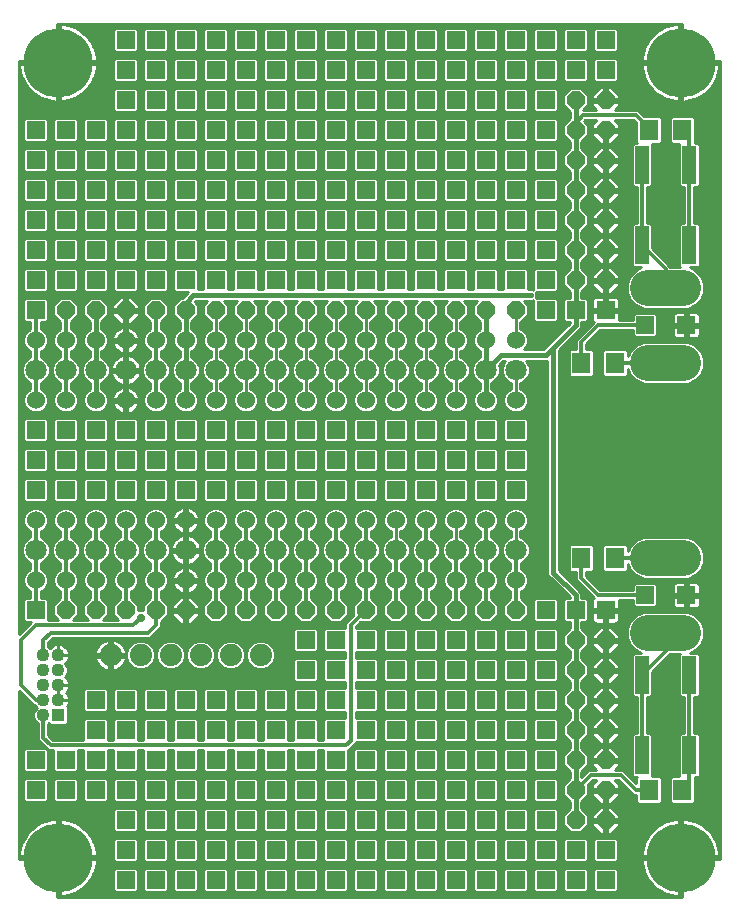
<source format=gtl>
G75*
%MOIN*%
%OFA0B0*%
%FSLAX24Y24*%
%IPPOS*%
%LPD*%
%AMOC8*
5,1,8,0,0,1.08239X$1,22.5*
%
%ADD10C,0.0709*%
%ADD11C,0.0602*%
%ADD12R,0.0600X0.0600*%
%ADD13OC8,0.0600*%
%ADD14R,0.0472X0.1260*%
%ADD15R,0.0591X0.0591*%
%ADD16C,0.1185*%
%ADD17R,0.0630X0.0710*%
%ADD18C,0.2300*%
%ADD19R,0.0436X0.0436*%
%ADD20C,0.0436*%
%ADD21C,0.0740*%
%ADD22C,0.0120*%
%ADD23C,0.0100*%
%ADD24C,0.0290*%
%ADD25C,0.0160*%
D10*
X001050Y012050D03*
X002050Y012050D03*
X003050Y012050D03*
X004050Y012050D03*
X005050Y012050D03*
X006050Y012050D03*
X007050Y012050D03*
X008050Y012050D03*
X009050Y012050D03*
X010050Y012050D03*
X011050Y012050D03*
X012050Y012050D03*
X013050Y012050D03*
X014050Y012050D03*
X015050Y012050D03*
X016050Y012050D03*
X017050Y012050D03*
X017050Y018050D03*
X016050Y018050D03*
X015050Y018050D03*
X014050Y018050D03*
X013050Y018050D03*
X012050Y018050D03*
X011050Y018050D03*
X010050Y018050D03*
X009050Y018050D03*
X008050Y018050D03*
X007050Y018050D03*
X006050Y018050D03*
X005050Y018050D03*
X004050Y018050D03*
X003050Y018050D03*
X002050Y018050D03*
X001050Y018050D03*
D11*
X001050Y017050D03*
X002050Y017050D03*
X003050Y017050D03*
X004050Y017050D03*
X005050Y017050D03*
X006050Y017050D03*
X007050Y017050D03*
X008050Y017050D03*
X009050Y017050D03*
X010050Y017050D03*
X011050Y017050D03*
X012050Y017050D03*
X013050Y017050D03*
X014050Y017050D03*
X015050Y017050D03*
X016050Y017050D03*
X017050Y017050D03*
X017050Y019050D03*
X016050Y019050D03*
X015050Y019050D03*
X014050Y019050D03*
X013050Y019050D03*
X012050Y019050D03*
X011050Y019050D03*
X010050Y019050D03*
X009050Y019050D03*
X008050Y019050D03*
X007050Y019050D03*
X006050Y019050D03*
X005050Y019050D03*
X004050Y019050D03*
X003050Y019050D03*
X002050Y019050D03*
X001050Y019050D03*
X001050Y013050D03*
X002050Y013050D03*
X003050Y013050D03*
X004050Y013050D03*
X005050Y013050D03*
X006050Y013050D03*
X007050Y013050D03*
X008050Y013050D03*
X009050Y013050D03*
X010050Y013050D03*
X011050Y013050D03*
X012050Y013050D03*
X013050Y013050D03*
X014050Y013050D03*
X015050Y013050D03*
X016050Y013050D03*
X017050Y013050D03*
X017050Y011050D03*
X016050Y011050D03*
X015050Y011050D03*
X014050Y011050D03*
X013050Y011050D03*
X012050Y011050D03*
X011050Y011050D03*
X010050Y011050D03*
X009050Y011050D03*
X008050Y011050D03*
X007050Y011050D03*
X006050Y011050D03*
X005050Y011050D03*
X004050Y011050D03*
X003050Y011050D03*
X002050Y011050D03*
X001050Y011050D03*
D12*
X001050Y010050D03*
X003050Y007050D03*
X003050Y006050D03*
X003050Y005050D03*
X003050Y004050D03*
X002050Y004050D03*
X002050Y005050D03*
X001050Y005050D03*
X001050Y004050D03*
X004050Y004050D03*
X004050Y003050D03*
X004050Y002050D03*
X004050Y001050D03*
X005050Y001050D03*
X005050Y002050D03*
X005050Y003050D03*
X005050Y004050D03*
X005050Y005050D03*
X005050Y006050D03*
X005050Y007050D03*
X004050Y007050D03*
X004050Y006050D03*
X004050Y005050D03*
X006050Y005050D03*
X006050Y004050D03*
X006050Y003050D03*
X006050Y002050D03*
X006050Y001050D03*
X007050Y001050D03*
X007050Y002050D03*
X007050Y003050D03*
X007050Y004050D03*
X007050Y005050D03*
X007050Y006050D03*
X007050Y007050D03*
X006050Y007050D03*
X006050Y006050D03*
X008050Y006050D03*
X008050Y007050D03*
X009050Y007050D03*
X009050Y006050D03*
X009050Y005050D03*
X009050Y004050D03*
X009050Y003050D03*
X009050Y002050D03*
X009050Y001050D03*
X008050Y001050D03*
X008050Y002050D03*
X008050Y003050D03*
X008050Y004050D03*
X008050Y005050D03*
X010050Y005050D03*
X010050Y004050D03*
X010050Y003050D03*
X010050Y002050D03*
X010050Y001050D03*
X011050Y001050D03*
X011050Y002050D03*
X011050Y003050D03*
X011050Y004050D03*
X011050Y005050D03*
X011050Y006050D03*
X011050Y007050D03*
X011050Y008050D03*
X011050Y009050D03*
X010050Y009050D03*
X010050Y008050D03*
X010050Y007050D03*
X010050Y006050D03*
X012050Y006050D03*
X012050Y007050D03*
X012050Y008050D03*
X012050Y009050D03*
X013050Y009050D03*
X013050Y008050D03*
X013050Y007050D03*
X013050Y006050D03*
X013050Y005050D03*
X013050Y004050D03*
X013050Y003050D03*
X013050Y002050D03*
X013050Y001050D03*
X012050Y001050D03*
X012050Y002050D03*
X012050Y003050D03*
X012050Y004050D03*
X012050Y005050D03*
X014050Y005050D03*
X014050Y004050D03*
X014050Y003050D03*
X014050Y002050D03*
X014050Y001050D03*
X015050Y001050D03*
X015050Y002050D03*
X015050Y003050D03*
X015050Y004050D03*
X015050Y005050D03*
X015050Y006050D03*
X015050Y007050D03*
X015050Y008050D03*
X015050Y009050D03*
X014050Y009050D03*
X014050Y008050D03*
X014050Y007050D03*
X014050Y006050D03*
X016050Y006050D03*
X016050Y007050D03*
X016050Y008050D03*
X016050Y009050D03*
X017050Y009050D03*
X017050Y008050D03*
X017050Y007050D03*
X017050Y006050D03*
X017050Y005050D03*
X017050Y004050D03*
X017050Y003050D03*
X017050Y002050D03*
X017050Y001050D03*
X018050Y001050D03*
X018050Y002050D03*
X018050Y003050D03*
X018050Y004050D03*
X018050Y005050D03*
X018050Y006050D03*
X018050Y007050D03*
X018050Y008050D03*
X018050Y009050D03*
X018050Y010050D03*
X019050Y010050D03*
X020050Y010050D03*
X017050Y014050D03*
X017050Y015050D03*
X017050Y016050D03*
X016050Y016050D03*
X016050Y015050D03*
X016050Y014050D03*
X015050Y014050D03*
X015050Y015050D03*
X015050Y016050D03*
X014050Y016050D03*
X014050Y015050D03*
X014050Y014050D03*
X013050Y014050D03*
X013050Y015050D03*
X013050Y016050D03*
X012050Y016050D03*
X012050Y015050D03*
X012050Y014050D03*
X011050Y014050D03*
X011050Y015050D03*
X011050Y016050D03*
X010050Y016050D03*
X010050Y015050D03*
X010050Y014050D03*
X009050Y014050D03*
X009050Y015050D03*
X009050Y016050D03*
X008050Y016050D03*
X008050Y015050D03*
X008050Y014050D03*
X007050Y014050D03*
X007050Y015050D03*
X007050Y016050D03*
X006050Y016050D03*
X006050Y015050D03*
X006050Y014050D03*
X005050Y014050D03*
X005050Y015050D03*
X005050Y016050D03*
X004050Y016050D03*
X004050Y015050D03*
X004050Y014050D03*
X003050Y014050D03*
X003050Y015050D03*
X003050Y016050D03*
X002050Y016050D03*
X002050Y015050D03*
X002050Y014050D03*
X001050Y014050D03*
X001050Y015050D03*
X001050Y016050D03*
X001050Y020050D03*
X001050Y021050D03*
X001050Y022050D03*
X001050Y023050D03*
X001050Y024050D03*
X001050Y025050D03*
X001050Y026050D03*
X002050Y026050D03*
X002050Y025050D03*
X002050Y024050D03*
X002050Y023050D03*
X002050Y022050D03*
X002050Y021050D03*
X003050Y021050D03*
X003050Y022050D03*
X003050Y023050D03*
X003050Y024050D03*
X003050Y025050D03*
X003050Y026050D03*
X004050Y026050D03*
X004050Y025050D03*
X004050Y024050D03*
X004050Y023050D03*
X004050Y022050D03*
X004050Y021050D03*
X005050Y021050D03*
X005050Y022050D03*
X005050Y023050D03*
X005050Y024050D03*
X005050Y025050D03*
X005050Y026050D03*
X005050Y027050D03*
X005050Y028050D03*
X005050Y029050D03*
X004050Y029050D03*
X004050Y028050D03*
X004050Y027050D03*
X006050Y027050D03*
X006050Y026050D03*
X006050Y025050D03*
X006050Y024050D03*
X006050Y023050D03*
X006050Y022050D03*
X006050Y021050D03*
X007050Y021050D03*
X007050Y022050D03*
X007050Y023050D03*
X007050Y024050D03*
X007050Y025050D03*
X007050Y026050D03*
X007050Y027050D03*
X007050Y028050D03*
X007050Y029050D03*
X006050Y029050D03*
X006050Y028050D03*
X008050Y028050D03*
X008050Y029050D03*
X009050Y029050D03*
X009050Y028050D03*
X009050Y027050D03*
X009050Y026050D03*
X009050Y025050D03*
X009050Y024050D03*
X009050Y023050D03*
X009050Y022050D03*
X009050Y021050D03*
X008050Y021050D03*
X008050Y022050D03*
X008050Y023050D03*
X008050Y024050D03*
X008050Y025050D03*
X008050Y026050D03*
X008050Y027050D03*
X010050Y027050D03*
X010050Y026050D03*
X010050Y025050D03*
X010050Y024050D03*
X010050Y023050D03*
X010050Y022050D03*
X010050Y021050D03*
X011050Y021050D03*
X011050Y022050D03*
X011050Y023050D03*
X011050Y024050D03*
X011050Y025050D03*
X011050Y026050D03*
X011050Y027050D03*
X011050Y028050D03*
X011050Y029050D03*
X010050Y029050D03*
X010050Y028050D03*
X012050Y028050D03*
X012050Y029050D03*
X013050Y029050D03*
X013050Y028050D03*
X013050Y027050D03*
X013050Y026050D03*
X013050Y025050D03*
X013050Y024050D03*
X013050Y023050D03*
X013050Y022050D03*
X013050Y021050D03*
X012050Y021050D03*
X012050Y022050D03*
X012050Y023050D03*
X012050Y024050D03*
X012050Y025050D03*
X012050Y026050D03*
X012050Y027050D03*
X014050Y027050D03*
X014050Y026050D03*
X014050Y025050D03*
X014050Y024050D03*
X014050Y023050D03*
X014050Y022050D03*
X014050Y021050D03*
X015050Y021050D03*
X015050Y022050D03*
X015050Y023050D03*
X015050Y024050D03*
X015050Y025050D03*
X015050Y026050D03*
X015050Y027050D03*
X015050Y028050D03*
X015050Y029050D03*
X014050Y029050D03*
X014050Y028050D03*
X016050Y028050D03*
X016050Y029050D03*
X017050Y029050D03*
X017050Y028050D03*
X017050Y027050D03*
X017050Y026050D03*
X017050Y025050D03*
X017050Y024050D03*
X017050Y023050D03*
X017050Y022050D03*
X017050Y021050D03*
X018050Y021050D03*
X018050Y020050D03*
X019050Y020050D03*
X020050Y020050D03*
X018050Y022050D03*
X018050Y023050D03*
X018050Y024050D03*
X018050Y025050D03*
X018050Y026050D03*
X018050Y027050D03*
X018050Y028050D03*
X018050Y029050D03*
X019050Y029050D03*
X019050Y028050D03*
X020050Y028050D03*
X020050Y029050D03*
X016050Y027050D03*
X016050Y026050D03*
X016050Y025050D03*
X016050Y024050D03*
X016050Y023050D03*
X016050Y022050D03*
X016050Y021050D03*
X016050Y005050D03*
X016050Y004050D03*
X016050Y003050D03*
X016050Y002050D03*
X016050Y001050D03*
X019050Y001050D03*
X019050Y002050D03*
X020050Y002050D03*
X020050Y001050D03*
D13*
X020050Y003050D03*
X020050Y004050D03*
X020050Y005050D03*
X020050Y006050D03*
X020050Y007050D03*
X020050Y008050D03*
X020050Y009050D03*
X019050Y009050D03*
X019050Y008050D03*
X019050Y007050D03*
X019050Y006050D03*
X019050Y005050D03*
X019050Y004050D03*
X019050Y003050D03*
X017050Y010050D03*
X016050Y010050D03*
X015050Y010050D03*
X014050Y010050D03*
X013050Y010050D03*
X012050Y010050D03*
X011050Y010050D03*
X010050Y010050D03*
X009050Y010050D03*
X008050Y010050D03*
X007050Y010050D03*
X006050Y010050D03*
X005050Y010050D03*
X004050Y010050D03*
X003050Y010050D03*
X002050Y010050D03*
X002050Y020050D03*
X003050Y020050D03*
X004050Y020050D03*
X005050Y020050D03*
X006050Y020050D03*
X007050Y020050D03*
X008050Y020050D03*
X009050Y020050D03*
X010050Y020050D03*
X011050Y020050D03*
X012050Y020050D03*
X013050Y020050D03*
X014050Y020050D03*
X015050Y020050D03*
X016050Y020050D03*
X017050Y020050D03*
X019050Y021050D03*
X019050Y022050D03*
X019050Y023050D03*
X019050Y024050D03*
X019050Y025050D03*
X019050Y026050D03*
X019050Y027050D03*
X020050Y027050D03*
X020050Y026050D03*
X020050Y025050D03*
X020050Y024050D03*
X020050Y023050D03*
X020050Y022050D03*
X020050Y021050D03*
D14*
X021263Y022211D03*
X022837Y022211D03*
X022837Y024889D03*
X021263Y024889D03*
X021263Y007889D03*
X022837Y007889D03*
X022837Y005211D03*
X021263Y005211D03*
D15*
X021361Y010550D03*
X022739Y010550D03*
X022739Y019550D03*
X021361Y019550D03*
D16*
X021458Y018300D02*
X022643Y018300D01*
X022643Y020800D02*
X021458Y020800D01*
X021458Y011800D02*
X022643Y011800D01*
X022643Y009300D02*
X021458Y009300D01*
D17*
X020360Y011800D03*
X019240Y011800D03*
X019240Y018300D03*
X020360Y018300D03*
X021490Y026050D03*
X022610Y026050D03*
X022610Y004050D03*
X021490Y004050D03*
D18*
X022550Y001800D03*
X001800Y001800D03*
X001800Y028300D03*
X022550Y028300D03*
D19*
X001800Y006550D03*
D20*
X001800Y007050D03*
X001800Y007550D03*
X001800Y008050D03*
X001800Y008550D03*
X001300Y008550D03*
X001300Y008050D03*
X001300Y007550D03*
X001300Y007050D03*
X001300Y006550D03*
D21*
X003550Y008550D03*
X004550Y008550D03*
X005550Y008550D03*
X006550Y008550D03*
X007550Y008550D03*
X008550Y008550D03*
D22*
X008050Y010050D02*
X008050Y011050D01*
X008050Y012050D01*
X008050Y013050D01*
X009050Y013050D02*
X009050Y012050D01*
X009050Y011050D01*
X009050Y010050D01*
X010050Y010050D02*
X010050Y011050D01*
X010050Y012050D01*
X010050Y013050D01*
X011050Y013050D02*
X011050Y012050D01*
X011050Y011050D01*
X011050Y010050D01*
X011550Y009550D02*
X012050Y010050D01*
X012050Y011050D01*
X012050Y012050D01*
X012050Y013050D01*
X013050Y012050D02*
X013050Y011050D01*
X013050Y010050D01*
X014050Y010050D02*
X014050Y011050D01*
X014050Y012050D01*
X014050Y013050D01*
X015050Y012050D02*
X015050Y011050D01*
X015050Y010050D01*
X016050Y010050D02*
X016050Y011050D01*
X016050Y012050D01*
X016050Y013050D01*
X017050Y012050D02*
X017050Y011050D01*
X017050Y010050D01*
X019240Y011110D02*
X019800Y010550D01*
X021361Y010550D01*
X022050Y011800D02*
X020360Y011800D01*
X019240Y011800D02*
X019240Y011110D01*
X022050Y008676D02*
X021263Y007889D01*
X021263Y005211D01*
X020550Y004550D02*
X021050Y004050D01*
X021490Y004050D01*
X020550Y004550D02*
X019550Y004550D01*
X019050Y004050D01*
X022610Y004050D02*
X022837Y004278D01*
X022837Y005211D01*
X022837Y007889D01*
X022050Y008676D02*
X022050Y009300D01*
X022050Y018300D02*
X020360Y018300D01*
X019240Y018300D02*
X019240Y018990D01*
X019800Y019550D01*
X021361Y019550D01*
X022050Y020800D02*
X022050Y021424D01*
X021263Y022211D01*
X021263Y024513D01*
X021300Y024550D01*
X021300Y024851D01*
X021263Y024889D01*
X021490Y026050D02*
X021490Y026110D01*
X021050Y026550D01*
X019300Y026550D01*
X019050Y026300D01*
X022610Y026050D02*
X022837Y025822D01*
X022837Y024889D01*
X022837Y022211D01*
X011550Y009550D02*
X011550Y006750D01*
X011550Y005700D01*
X011400Y005550D01*
X001550Y005550D01*
X001300Y005800D01*
X001300Y006550D01*
X001300Y007050D02*
X001050Y007050D01*
X000550Y007550D01*
X000550Y009050D01*
X001050Y009550D01*
X004300Y009550D01*
X004550Y009800D01*
X004800Y009300D02*
X005050Y009550D01*
X005050Y010050D01*
X005050Y011050D01*
X005050Y012050D01*
X005050Y013050D01*
X004050Y013050D02*
X004050Y012050D01*
X004050Y011050D01*
X004050Y010050D01*
X004800Y009300D02*
X001550Y009300D01*
X001300Y009050D01*
X001300Y008550D01*
X001050Y010050D02*
X001050Y011050D01*
X001050Y012050D01*
X001050Y013050D01*
X002050Y013050D02*
X002050Y012050D01*
X002050Y011050D01*
X002050Y010050D01*
X003050Y010050D02*
X003050Y011050D01*
X003050Y012050D01*
X002800Y012050D01*
X003050Y012300D01*
X003050Y013050D01*
X002050Y017050D02*
X002050Y018050D01*
X002050Y019050D01*
X002050Y020050D01*
X001050Y020050D02*
X001050Y019050D01*
X001050Y018050D01*
X001050Y017050D01*
X005050Y017050D02*
X005050Y018050D01*
X005050Y019050D01*
X005050Y020050D01*
X007050Y013050D02*
X007050Y012050D01*
X007050Y011050D01*
X007050Y010050D01*
X011550Y006750D02*
X011550Y006700D01*
D23*
X000500Y001800D02*
X000503Y001750D01*
X001750Y001750D01*
X001750Y001850D01*
X001750Y003100D01*
X001736Y003100D01*
X001609Y003087D01*
X001484Y003063D01*
X001362Y003025D01*
X001244Y002977D01*
X001131Y002916D01*
X001025Y002845D01*
X000926Y002764D01*
X000836Y002674D01*
X000755Y002575D01*
X000684Y002469D01*
X000623Y002356D01*
X000575Y002238D01*
X000537Y002116D01*
X000513Y001991D01*
X000500Y001864D01*
X000500Y001850D01*
X001750Y001850D01*
X001850Y001850D01*
X001850Y003100D01*
X001864Y003100D01*
X001991Y003087D01*
X002116Y003063D01*
X002238Y003025D01*
X002356Y002977D01*
X002469Y002916D01*
X002575Y002845D01*
X002674Y002764D01*
X002764Y002674D01*
X002845Y002575D01*
X002916Y002469D01*
X002977Y002356D01*
X003025Y002238D01*
X003063Y002116D01*
X003087Y001991D01*
X003100Y001864D01*
X003100Y001850D01*
X001850Y001850D01*
X001850Y001750D01*
X003100Y001750D01*
X003100Y001736D01*
X003087Y001609D01*
X003063Y001484D01*
X003025Y001362D01*
X002977Y001244D01*
X002916Y001131D01*
X002845Y001025D01*
X002764Y000926D01*
X002674Y000836D01*
X002575Y000755D01*
X002469Y000684D01*
X002356Y000623D01*
X002238Y000575D01*
X002116Y000537D01*
X001991Y000513D01*
X001864Y000500D01*
X001850Y000500D01*
X001850Y001750D01*
X001750Y001750D01*
X001750Y000503D01*
X001800Y000500D01*
X022550Y000500D01*
X022600Y000503D01*
X022600Y001750D01*
X022600Y001850D01*
X022500Y001850D01*
X022500Y003100D01*
X022486Y003100D01*
X022359Y003087D01*
X022234Y003063D01*
X022112Y003025D01*
X021994Y002977D01*
X021881Y002916D01*
X021775Y002845D01*
X021676Y002764D01*
X021586Y002674D01*
X021505Y002575D01*
X021434Y002469D01*
X021373Y002356D01*
X021325Y002238D01*
X021287Y002116D01*
X021263Y001991D01*
X021250Y001864D01*
X021250Y001850D01*
X022500Y001850D01*
X022500Y001750D01*
X022600Y001750D01*
X023847Y001750D01*
X023850Y001800D01*
X023850Y028300D01*
X023847Y028350D01*
X022600Y028350D01*
X022600Y028250D01*
X023850Y028250D01*
X023850Y028236D01*
X023837Y028109D01*
X023813Y027984D01*
X023775Y027862D01*
X023727Y027744D01*
X023666Y027631D01*
X023595Y027525D01*
X023514Y027426D01*
X023424Y027336D01*
X023325Y027255D01*
X023219Y027184D01*
X023106Y027123D01*
X022988Y027075D01*
X022866Y027037D01*
X022741Y027013D01*
X022614Y027000D01*
X022600Y027000D01*
X022600Y028250D01*
X022500Y028250D01*
X022500Y027000D01*
X022486Y027000D01*
X022359Y027013D01*
X022234Y027037D01*
X022112Y027075D01*
X021994Y027123D01*
X021881Y027184D01*
X021775Y027255D01*
X021676Y027336D01*
X021586Y027426D01*
X021505Y027525D01*
X021434Y027631D01*
X021373Y027744D01*
X021325Y027862D01*
X021287Y027984D01*
X021263Y028109D01*
X021250Y028236D01*
X021250Y028250D01*
X022500Y028250D01*
X022500Y028350D01*
X022500Y029600D01*
X022486Y029600D01*
X022359Y029587D01*
X022234Y029563D01*
X022112Y029525D01*
X021994Y029477D01*
X021881Y029416D01*
X021775Y029345D01*
X021676Y029264D01*
X021586Y029174D01*
X021505Y029075D01*
X021434Y028969D01*
X021373Y028856D01*
X021325Y028738D01*
X021287Y028616D01*
X021263Y028491D01*
X021250Y028364D01*
X021250Y028350D01*
X022500Y028350D01*
X022600Y028350D01*
X022600Y029597D01*
X022550Y029600D01*
X001800Y029600D01*
X001750Y029597D01*
X001750Y028350D01*
X001850Y028350D01*
X001850Y029600D01*
X001864Y029600D01*
X001991Y029587D01*
X002116Y029563D01*
X002238Y029525D01*
X002356Y029477D01*
X002469Y029416D01*
X002575Y029345D01*
X002674Y029264D01*
X002764Y029174D01*
X002845Y029075D01*
X002916Y028969D01*
X002977Y028856D01*
X003025Y028738D01*
X003063Y028616D01*
X003087Y028491D01*
X003100Y028364D01*
X003100Y028350D01*
X001850Y028350D01*
X001850Y028250D01*
X003100Y028250D01*
X003100Y028236D01*
X003087Y028109D01*
X003063Y027984D01*
X003025Y027862D01*
X002977Y027744D01*
X002916Y027631D01*
X002845Y027525D01*
X002764Y027426D01*
X002674Y027336D01*
X002575Y027255D01*
X002469Y027184D01*
X002356Y027123D01*
X002238Y027075D01*
X002116Y027037D01*
X001991Y027013D01*
X001864Y027000D01*
X001850Y027000D01*
X001850Y028250D01*
X001750Y028250D01*
X001750Y027000D01*
X001736Y027000D01*
X001609Y027013D01*
X001484Y027037D01*
X001362Y027075D01*
X001244Y027123D01*
X001131Y027184D01*
X001025Y027255D01*
X000926Y027336D01*
X000836Y027426D01*
X000755Y027525D01*
X000684Y027631D01*
X000623Y027744D01*
X000575Y027862D01*
X000537Y027984D01*
X000513Y028109D01*
X000500Y028236D01*
X000500Y028250D01*
X001750Y028250D01*
X001750Y028350D01*
X000503Y028350D01*
X000500Y028300D01*
X000500Y009240D01*
X000900Y009640D01*
X000704Y009640D01*
X000640Y009704D01*
X000640Y010396D01*
X000704Y010460D01*
X000880Y010460D01*
X000880Y010675D01*
X000817Y010701D01*
X000701Y010817D01*
X000639Y010968D01*
X000639Y011132D01*
X000701Y011283D01*
X000817Y011399D01*
X000880Y011425D01*
X000880Y011618D01*
X000787Y011656D01*
X000656Y011787D01*
X000586Y011958D01*
X000586Y012142D01*
X000656Y012313D01*
X000787Y012444D01*
X000880Y012482D01*
X000880Y012675D01*
X000817Y012701D01*
X000701Y012817D01*
X000639Y012968D01*
X000639Y013132D01*
X000701Y013283D01*
X000817Y013399D01*
X000968Y013461D01*
X001132Y013461D01*
X001283Y013399D01*
X001399Y013283D01*
X001461Y013132D01*
X001461Y012968D01*
X001399Y012817D01*
X001283Y012701D01*
X001220Y012675D01*
X001220Y012482D01*
X001313Y012444D01*
X001444Y012313D01*
X001514Y012142D01*
X001514Y011958D01*
X001444Y011787D01*
X001313Y011656D01*
X001220Y011618D01*
X001220Y011425D01*
X001283Y011399D01*
X001399Y011283D01*
X001461Y011132D01*
X001461Y010968D01*
X001399Y010817D01*
X001283Y010701D01*
X001220Y010675D01*
X001220Y010460D01*
X001396Y010460D01*
X001460Y010396D01*
X001460Y009720D01*
X001800Y009720D01*
X001640Y009880D01*
X001640Y010220D01*
X001880Y010460D01*
X001880Y010675D01*
X001817Y010701D01*
X001701Y010817D01*
X001639Y010968D01*
X001639Y011132D01*
X001701Y011283D01*
X001817Y011399D01*
X001880Y011425D01*
X001880Y011618D01*
X001787Y011656D01*
X001656Y011787D01*
X001586Y011958D01*
X001586Y012142D01*
X001656Y012313D01*
X001787Y012444D01*
X001880Y012482D01*
X001880Y012675D01*
X001817Y012701D01*
X001701Y012817D01*
X001639Y012968D01*
X001639Y013132D01*
X001701Y013283D01*
X001817Y013399D01*
X001968Y013461D01*
X002132Y013461D01*
X002283Y013399D01*
X002399Y013283D01*
X002461Y013132D01*
X002461Y012968D01*
X002399Y012817D01*
X002283Y012701D01*
X002220Y012675D01*
X002220Y012482D01*
X002313Y012444D01*
X002444Y012313D01*
X002514Y012142D01*
X002514Y011958D01*
X002444Y011787D01*
X002313Y011656D01*
X002220Y011618D01*
X002220Y011425D01*
X002283Y011399D01*
X002399Y011283D01*
X002461Y011132D01*
X002461Y010968D01*
X002399Y010817D01*
X002283Y010701D01*
X002220Y010675D01*
X002220Y010460D01*
X002460Y010220D01*
X002460Y009880D01*
X002300Y009720D01*
X002800Y009720D01*
X002640Y009880D01*
X002640Y010220D01*
X002880Y010460D01*
X002880Y010675D01*
X002817Y010701D01*
X002701Y010817D01*
X002639Y010968D01*
X002639Y011132D01*
X002701Y011283D01*
X002817Y011399D01*
X002880Y011425D01*
X002880Y011618D01*
X002787Y011656D01*
X002656Y011787D01*
X002586Y011958D01*
X002586Y012142D01*
X002656Y012313D01*
X002787Y012444D01*
X002880Y012482D01*
X002880Y012675D01*
X002817Y012701D01*
X002701Y012817D01*
X002639Y012968D01*
X002639Y013132D01*
X002701Y013283D01*
X002817Y013399D01*
X002968Y013461D01*
X003132Y013461D01*
X003283Y013399D01*
X003399Y013283D01*
X003461Y013132D01*
X003461Y012968D01*
X003399Y012817D01*
X003283Y012701D01*
X003220Y012675D01*
X003220Y012482D01*
X003313Y012444D01*
X003444Y012313D01*
X003514Y012142D01*
X003514Y011958D01*
X003444Y011787D01*
X003313Y011656D01*
X003220Y011618D01*
X003220Y011425D01*
X003283Y011399D01*
X003399Y011283D01*
X003461Y011132D01*
X003461Y010968D01*
X003399Y010817D01*
X003283Y010701D01*
X003220Y010675D01*
X003220Y010460D01*
X003460Y010220D01*
X003460Y009880D01*
X003300Y009720D01*
X003800Y009720D01*
X003640Y009880D01*
X003640Y010220D01*
X003880Y010460D01*
X003880Y010675D01*
X003817Y010701D01*
X003701Y010817D01*
X003639Y010968D01*
X003639Y011132D01*
X003701Y011283D01*
X003817Y011399D01*
X003880Y011425D01*
X003880Y011618D01*
X003787Y011656D01*
X003656Y011787D01*
X003586Y011958D01*
X003586Y012142D01*
X003656Y012313D01*
X003787Y012444D01*
X003880Y012482D01*
X003880Y012675D01*
X003817Y012701D01*
X003701Y012817D01*
X003639Y012968D01*
X003639Y013132D01*
X003701Y013283D01*
X003817Y013399D01*
X003968Y013461D01*
X004132Y013461D01*
X004283Y013399D01*
X004399Y013283D01*
X004461Y013132D01*
X004461Y012968D01*
X004399Y012817D01*
X004283Y012701D01*
X004220Y012675D01*
X004220Y012482D01*
X004313Y012444D01*
X004444Y012313D01*
X004514Y012142D01*
X004514Y011958D01*
X004444Y011787D01*
X004313Y011656D01*
X004220Y011618D01*
X004220Y011425D01*
X004283Y011399D01*
X004399Y011283D01*
X004461Y011132D01*
X004461Y010968D01*
X004399Y010817D01*
X004283Y010701D01*
X004220Y010675D01*
X004220Y010460D01*
X004460Y010220D01*
X004460Y010039D01*
X004499Y010055D01*
X004601Y010055D01*
X004640Y010039D01*
X004640Y010220D01*
X004880Y010460D01*
X004880Y010675D01*
X004817Y010701D01*
X004701Y010817D01*
X004639Y010968D01*
X004639Y011132D01*
X004701Y011283D01*
X004817Y011399D01*
X004880Y011425D01*
X004880Y011618D01*
X004787Y011656D01*
X004656Y011787D01*
X004586Y011958D01*
X004586Y012142D01*
X004656Y012313D01*
X004787Y012444D01*
X004880Y012482D01*
X004880Y012675D01*
X004817Y012701D01*
X004701Y012817D01*
X004639Y012968D01*
X004639Y013132D01*
X004701Y013283D01*
X004817Y013399D01*
X004968Y013461D01*
X005132Y013461D01*
X005283Y013399D01*
X005399Y013283D01*
X005461Y013132D01*
X005461Y012968D01*
X005399Y012817D01*
X005283Y012701D01*
X005220Y012675D01*
X005220Y012482D01*
X005313Y012444D01*
X005444Y012313D01*
X005514Y012142D01*
X005514Y011958D01*
X005444Y011787D01*
X005313Y011656D01*
X005220Y011618D01*
X005220Y011425D01*
X005283Y011399D01*
X005399Y011283D01*
X005461Y011132D01*
X005461Y010968D01*
X005399Y010817D01*
X005283Y010701D01*
X005220Y010675D01*
X005220Y010460D01*
X005460Y010220D01*
X005460Y009880D01*
X005220Y009640D01*
X005220Y009480D01*
X005120Y009380D01*
X004870Y009130D01*
X001620Y009130D01*
X001470Y008980D01*
X001470Y008835D01*
X001486Y008828D01*
X001522Y008792D01*
X001565Y008836D01*
X001626Y008876D01*
X001693Y008904D01*
X001764Y008918D01*
X001791Y008918D01*
X001791Y008559D01*
X001809Y008559D01*
X001809Y008918D01*
X001836Y008918D01*
X001907Y008904D01*
X001974Y008876D01*
X002035Y008836D01*
X002086Y008785D01*
X002126Y008724D01*
X002154Y008657D01*
X002168Y008586D01*
X002168Y008559D01*
X001809Y008559D01*
X001809Y008541D01*
X002168Y008541D01*
X002168Y008514D01*
X002154Y008443D01*
X002126Y008376D01*
X002086Y008315D01*
X002042Y008272D01*
X002078Y008236D01*
X002128Y008115D01*
X002128Y007985D01*
X002078Y007864D01*
X002042Y007828D01*
X002086Y007785D01*
X002126Y007724D01*
X002154Y007657D01*
X002168Y007586D01*
X002168Y007559D01*
X001809Y007559D01*
X001809Y007541D01*
X001809Y007182D01*
X001809Y007059D01*
X002168Y007059D01*
X002168Y007086D01*
X002154Y007157D01*
X002126Y007224D01*
X002086Y007285D01*
X002071Y007300D01*
X002086Y007315D01*
X002126Y007376D01*
X002154Y007443D01*
X002168Y007514D01*
X002168Y007541D01*
X001809Y007541D01*
X001791Y007541D01*
X001791Y007059D01*
X001809Y007059D01*
X001809Y007041D01*
X002168Y007041D01*
X002168Y007014D01*
X002154Y006943D01*
X002126Y006876D01*
X002102Y006840D01*
X002128Y006814D01*
X002128Y006286D01*
X002064Y006222D01*
X001536Y006222D01*
X001486Y006272D01*
X001486Y006272D01*
X001470Y006265D01*
X001470Y005870D01*
X001620Y005720D01*
X002640Y005720D01*
X002640Y006396D01*
X002704Y006460D01*
X003396Y006460D01*
X003460Y006396D01*
X003460Y005720D01*
X003640Y005720D01*
X003640Y006396D01*
X003704Y006460D01*
X004396Y006460D01*
X004460Y006396D01*
X004460Y005720D01*
X004640Y005720D01*
X004640Y006396D01*
X004704Y006460D01*
X005396Y006460D01*
X005460Y006396D01*
X005460Y005720D01*
X005640Y005720D01*
X005640Y006396D01*
X005704Y006460D01*
X006396Y006460D01*
X006460Y006396D01*
X006460Y005720D01*
X006640Y005720D01*
X006640Y006396D01*
X006704Y006460D01*
X007396Y006460D01*
X007460Y006396D01*
X007460Y005720D01*
X007640Y005720D01*
X007640Y006396D01*
X007704Y006460D01*
X008396Y006460D01*
X008460Y006396D01*
X008460Y005720D01*
X008640Y005720D01*
X008640Y006396D01*
X008704Y006460D01*
X009396Y006460D01*
X009460Y006396D01*
X009460Y005720D01*
X009640Y005720D01*
X009640Y006396D01*
X009704Y006460D01*
X010396Y006460D01*
X010460Y006396D01*
X010460Y005720D01*
X010640Y005720D01*
X010640Y006396D01*
X010704Y006460D01*
X011380Y006460D01*
X011380Y006640D01*
X010704Y006640D01*
X010640Y006704D01*
X010640Y007396D01*
X010704Y007460D01*
X011380Y007460D01*
X011380Y007640D01*
X010704Y007640D01*
X010640Y007704D01*
X010640Y008396D01*
X010704Y008460D01*
X011380Y008460D01*
X011380Y008640D01*
X010704Y008640D01*
X010640Y008704D01*
X010640Y009396D01*
X010704Y009460D01*
X011380Y009460D01*
X011380Y009620D01*
X011640Y009880D01*
X011640Y010220D01*
X011880Y010460D01*
X011880Y010675D01*
X011817Y010701D01*
X011701Y010817D01*
X011639Y010968D01*
X011639Y011132D01*
X011701Y011283D01*
X011817Y011399D01*
X011880Y011425D01*
X011880Y011618D01*
X011787Y011656D01*
X011656Y011787D01*
X011586Y011958D01*
X011586Y012142D01*
X011656Y012313D01*
X011787Y012444D01*
X011880Y012482D01*
X011880Y012675D01*
X011817Y012701D01*
X011701Y012817D01*
X011639Y012968D01*
X011639Y013132D01*
X011701Y013283D01*
X011817Y013399D01*
X011968Y013461D01*
X012132Y013461D01*
X012283Y013399D01*
X012399Y013283D01*
X012461Y013132D01*
X012461Y012968D01*
X012399Y012817D01*
X012283Y012701D01*
X012220Y012675D01*
X012220Y012482D01*
X012313Y012444D01*
X012444Y012313D01*
X012514Y012142D01*
X012514Y011958D01*
X012444Y011787D01*
X012313Y011656D01*
X012220Y011618D01*
X012220Y011425D01*
X012283Y011399D01*
X012399Y011283D01*
X012461Y011132D01*
X012461Y010968D01*
X012399Y010817D01*
X012283Y010701D01*
X012220Y010675D01*
X012220Y010460D01*
X012460Y010220D01*
X012460Y009880D01*
X012220Y009640D01*
X011880Y009640D01*
X011720Y009480D01*
X011720Y009460D01*
X012396Y009460D01*
X012460Y009396D01*
X012460Y008704D01*
X012396Y008640D01*
X011720Y008640D01*
X011720Y008460D01*
X012396Y008460D01*
X012460Y008396D01*
X012460Y007704D01*
X012396Y007640D01*
X011720Y007640D01*
X011720Y007460D01*
X012396Y007460D01*
X012460Y007396D01*
X012460Y006704D01*
X012396Y006640D01*
X011720Y006640D01*
X011720Y006460D01*
X012396Y006460D01*
X012460Y006396D01*
X012460Y005704D01*
X012396Y005640D01*
X011720Y005640D01*
X011720Y005630D01*
X011620Y005530D01*
X011470Y005380D01*
X011460Y005380D01*
X011460Y004704D01*
X011396Y004640D01*
X010704Y004640D01*
X010640Y004704D01*
X010640Y005380D01*
X010460Y005380D01*
X010460Y004704D01*
X010396Y004640D01*
X009704Y004640D01*
X009640Y004704D01*
X009640Y005380D01*
X009460Y005380D01*
X009460Y004704D01*
X009396Y004640D01*
X008704Y004640D01*
X008640Y004704D01*
X008640Y005380D01*
X008460Y005380D01*
X008460Y004704D01*
X008396Y004640D01*
X007704Y004640D01*
X007640Y004704D01*
X007640Y005380D01*
X007460Y005380D01*
X007460Y004704D01*
X007396Y004640D01*
X006704Y004640D01*
X006640Y004704D01*
X006640Y005380D01*
X006460Y005380D01*
X006460Y004704D01*
X006396Y004640D01*
X005704Y004640D01*
X005640Y004704D01*
X005640Y005380D01*
X005460Y005380D01*
X005460Y004704D01*
X005396Y004640D01*
X004704Y004640D01*
X004640Y004704D01*
X004640Y005380D01*
X004460Y005380D01*
X004460Y004704D01*
X004396Y004640D01*
X003704Y004640D01*
X003640Y004704D01*
X003640Y005380D01*
X003460Y005380D01*
X003460Y004704D01*
X003396Y004640D01*
X002704Y004640D01*
X002640Y004704D01*
X002640Y005380D01*
X002460Y005380D01*
X002460Y004704D01*
X002396Y004640D01*
X001704Y004640D01*
X001640Y004704D01*
X001640Y005380D01*
X001480Y005380D01*
X001380Y005480D01*
X001130Y005730D01*
X001130Y006265D01*
X001114Y006272D01*
X001022Y006364D01*
X000972Y006485D01*
X000972Y006615D01*
X001022Y006736D01*
X001086Y006800D01*
X001022Y006864D01*
X001015Y006880D01*
X000980Y006880D01*
X000500Y007360D01*
X000500Y001800D01*
X000501Y001778D02*
X001750Y001778D01*
X001750Y001876D02*
X001850Y001876D01*
X001850Y001778D02*
X003640Y001778D01*
X003640Y001704D02*
X003704Y001640D01*
X004396Y001640D01*
X004460Y001704D01*
X004460Y002396D01*
X004396Y002460D01*
X003704Y002460D01*
X003640Y002396D01*
X003640Y001704D01*
X003665Y001679D02*
X003094Y001679D01*
X003082Y001581D02*
X021268Y001581D01*
X021263Y001609D02*
X021287Y001484D01*
X021325Y001362D01*
X021373Y001244D01*
X021434Y001131D01*
X021505Y001025D01*
X021586Y000926D01*
X021676Y000836D01*
X021775Y000755D01*
X021881Y000684D01*
X021994Y000623D01*
X022112Y000575D01*
X022234Y000537D01*
X022359Y000513D01*
X022486Y000500D01*
X022500Y000500D01*
X022500Y001750D01*
X021250Y001750D01*
X021250Y001736D01*
X021263Y001609D01*
X021256Y001679D02*
X020435Y001679D01*
X020460Y001704D02*
X020396Y001640D01*
X019704Y001640D01*
X019640Y001704D01*
X019640Y002396D01*
X019704Y002460D01*
X020396Y002460D01*
X020460Y002396D01*
X020460Y001704D01*
X020460Y001778D02*
X022500Y001778D01*
X022500Y001876D02*
X022600Y001876D01*
X022600Y001850D02*
X022600Y003100D01*
X022614Y003100D01*
X022741Y003087D01*
X022866Y003063D01*
X022988Y003025D01*
X023106Y002977D01*
X023219Y002916D01*
X023325Y002845D01*
X023424Y002764D01*
X023514Y002674D01*
X023595Y002575D01*
X023666Y002469D01*
X023727Y002356D01*
X023775Y002238D01*
X023813Y002116D01*
X023837Y001991D01*
X023850Y001864D01*
X023850Y001850D01*
X022600Y001850D01*
X022600Y001778D02*
X023849Y001778D01*
X023849Y001876D02*
X023850Y001876D01*
X023839Y001975D02*
X023850Y001975D01*
X023850Y002073D02*
X023821Y002073D01*
X023796Y002172D02*
X023850Y002172D01*
X023850Y002270D02*
X023762Y002270D01*
X023720Y002369D02*
X023850Y002369D01*
X023850Y002467D02*
X023668Y002467D01*
X023602Y002566D02*
X023850Y002566D01*
X023850Y002664D02*
X023523Y002664D01*
X023426Y002763D02*
X023850Y002763D01*
X023850Y002861D02*
X023302Y002861D01*
X023138Y002960D02*
X023850Y002960D01*
X023850Y003058D02*
X022881Y003058D01*
X022600Y003058D02*
X022500Y003058D01*
X022500Y002960D02*
X022600Y002960D01*
X022600Y002861D02*
X022500Y002861D01*
X022500Y002763D02*
X022600Y002763D01*
X022600Y002664D02*
X022500Y002664D01*
X022500Y002566D02*
X022600Y002566D01*
X022600Y002467D02*
X022500Y002467D01*
X022500Y002369D02*
X022600Y002369D01*
X022600Y002270D02*
X022500Y002270D01*
X022500Y002172D02*
X022600Y002172D01*
X022600Y002073D02*
X022500Y002073D01*
X022500Y001975D02*
X022600Y001975D01*
X022600Y001679D02*
X022500Y001679D01*
X022500Y001581D02*
X022600Y001581D01*
X022600Y001482D02*
X022500Y001482D01*
X022500Y001384D02*
X022600Y001384D01*
X022600Y001285D02*
X022500Y001285D01*
X022500Y001187D02*
X022600Y001187D01*
X022600Y001088D02*
X022500Y001088D01*
X022500Y000990D02*
X022600Y000990D01*
X022600Y000891D02*
X022500Y000891D01*
X022500Y000793D02*
X022600Y000793D01*
X022600Y000694D02*
X022500Y000694D01*
X022500Y000596D02*
X022600Y000596D01*
X022061Y000596D02*
X002289Y000596D01*
X002485Y000694D02*
X003650Y000694D01*
X003640Y000704D02*
X003704Y000640D01*
X004396Y000640D01*
X004460Y000704D01*
X004460Y001396D01*
X004396Y001460D01*
X003704Y001460D01*
X003640Y001396D01*
X003640Y000704D01*
X003640Y000793D02*
X002622Y000793D01*
X002729Y000891D02*
X003640Y000891D01*
X003640Y000990D02*
X002817Y000990D01*
X002888Y001088D02*
X003640Y001088D01*
X003640Y001187D02*
X002946Y001187D01*
X002994Y001285D02*
X003640Y001285D01*
X003640Y001384D02*
X003032Y001384D01*
X003062Y001482D02*
X021288Y001482D01*
X021318Y001384D02*
X020460Y001384D01*
X020460Y001396D02*
X020396Y001460D01*
X019704Y001460D01*
X019640Y001396D01*
X019640Y000704D01*
X019704Y000640D01*
X020396Y000640D01*
X020460Y000704D01*
X020460Y001396D01*
X020460Y001285D02*
X021356Y001285D01*
X021404Y001187D02*
X020460Y001187D01*
X020460Y001088D02*
X021462Y001088D01*
X021533Y000990D02*
X020460Y000990D01*
X020460Y000891D02*
X021621Y000891D01*
X021728Y000793D02*
X020460Y000793D01*
X020450Y000694D02*
X021865Y000694D01*
X021251Y001876D02*
X020460Y001876D01*
X020460Y001975D02*
X021261Y001975D01*
X021279Y002073D02*
X020460Y002073D01*
X020460Y002172D02*
X021304Y002172D01*
X021338Y002270D02*
X020460Y002270D01*
X020460Y002369D02*
X021380Y002369D01*
X021432Y002467D02*
X002918Y002467D01*
X002970Y002369D02*
X003640Y002369D01*
X003640Y002270D02*
X003012Y002270D01*
X003046Y002172D02*
X003640Y002172D01*
X003640Y002073D02*
X003071Y002073D01*
X003089Y001975D02*
X003640Y001975D01*
X003640Y001876D02*
X003099Y001876D01*
X002852Y002566D02*
X021498Y002566D01*
X021577Y002664D02*
X020300Y002664D01*
X020236Y002600D02*
X020500Y002864D01*
X020500Y003000D01*
X020100Y003000D01*
X020100Y003100D01*
X020500Y003100D01*
X020500Y003236D01*
X020236Y003500D01*
X020100Y003500D01*
X020100Y003100D01*
X020000Y003100D01*
X020000Y003500D01*
X019864Y003500D01*
X019600Y003236D01*
X019600Y003100D01*
X020000Y003100D01*
X020000Y003000D01*
X020100Y003000D01*
X020100Y002600D01*
X020236Y002600D01*
X020100Y002664D02*
X020000Y002664D01*
X020000Y002600D02*
X020000Y003000D01*
X019600Y003000D01*
X019600Y002864D01*
X019864Y002600D01*
X020000Y002600D01*
X020000Y002763D02*
X020100Y002763D01*
X020100Y002861D02*
X020000Y002861D01*
X020000Y002960D02*
X020100Y002960D01*
X020100Y003058D02*
X022219Y003058D01*
X021962Y002960D02*
X020500Y002960D01*
X020497Y002861D02*
X021798Y002861D01*
X021674Y002763D02*
X020399Y002763D01*
X020500Y003157D02*
X023850Y003157D01*
X023850Y003255D02*
X020481Y003255D01*
X020383Y003354D02*
X023850Y003354D01*
X023850Y003452D02*
X020284Y003452D01*
X020236Y003600D02*
X020500Y003864D01*
X020500Y004000D01*
X020100Y004000D01*
X020100Y004100D01*
X020500Y004100D01*
X020500Y004236D01*
X020356Y004380D01*
X020480Y004380D01*
X020880Y003980D01*
X020880Y003980D01*
X020980Y003880D01*
X021065Y003880D01*
X021065Y003650D01*
X021130Y003585D01*
X021851Y003585D01*
X021915Y003650D01*
X021915Y004450D01*
X021851Y004515D01*
X021588Y004515D01*
X021609Y004536D01*
X021609Y005887D01*
X021544Y005951D01*
X021433Y005951D01*
X021433Y007149D01*
X021544Y007149D01*
X021609Y007213D01*
X021609Y007994D01*
X022212Y008598D01*
X022525Y008598D01*
X022491Y008564D01*
X022491Y007213D01*
X022556Y007149D01*
X022667Y007149D01*
X022667Y005951D01*
X022556Y005951D01*
X022491Y005887D01*
X022491Y004536D01*
X022512Y004515D01*
X022249Y004515D01*
X022185Y004450D01*
X022185Y003650D01*
X022249Y003585D01*
X022970Y003585D01*
X023035Y003650D01*
X023035Y004450D01*
X023014Y004471D01*
X023119Y004471D01*
X023184Y004536D01*
X023184Y005887D01*
X023119Y005951D01*
X023007Y005951D01*
X023007Y007149D01*
X023119Y007149D01*
X023184Y007213D01*
X023184Y008564D01*
X023119Y008629D01*
X022857Y008629D01*
X023040Y008704D01*
X023238Y008902D01*
X023345Y009160D01*
X023345Y009440D01*
X023238Y009698D01*
X023040Y009896D01*
X022782Y010002D01*
X021318Y010002D01*
X021060Y009896D01*
X020862Y009698D01*
X020755Y009440D01*
X020755Y009160D01*
X020862Y008902D01*
X021060Y008704D01*
X021243Y008629D01*
X020981Y008629D01*
X020916Y008564D01*
X020916Y007213D01*
X020981Y007149D01*
X021093Y007149D01*
X021093Y005951D01*
X020981Y005951D01*
X020916Y005887D01*
X020916Y004536D01*
X020981Y004471D01*
X021086Y004471D01*
X021065Y004450D01*
X021065Y004275D01*
X020720Y004620D01*
X020720Y004620D01*
X020620Y004720D01*
X020356Y004720D01*
X020500Y004864D01*
X020500Y005000D01*
X020100Y005000D01*
X020100Y005100D01*
X020000Y005100D01*
X020000Y005500D01*
X019864Y005500D01*
X019600Y005236D01*
X019600Y005100D01*
X020000Y005100D01*
X020000Y005000D01*
X019600Y005000D01*
X019600Y004864D01*
X019744Y004720D01*
X019480Y004720D01*
X019380Y004620D01*
X019240Y004480D01*
X019240Y004660D01*
X019460Y004880D01*
X019460Y005220D01*
X019240Y005440D01*
X019240Y005660D01*
X019460Y005880D01*
X019460Y006220D01*
X019240Y006440D01*
X019240Y006660D01*
X019460Y006880D01*
X019460Y007220D01*
X019240Y007440D01*
X019240Y007660D01*
X019460Y007880D01*
X019460Y008220D01*
X019240Y008440D01*
X019240Y008660D01*
X019460Y008880D01*
X019460Y009220D01*
X019240Y009440D01*
X019240Y009640D01*
X019396Y009640D01*
X019460Y009704D01*
X019460Y010396D01*
X019396Y010460D01*
X019240Y010460D01*
X019240Y010629D01*
X018490Y011379D01*
X018490Y018721D01*
X019129Y019360D01*
X019240Y019471D01*
X019240Y019640D01*
X019396Y019640D01*
X019460Y019704D01*
X019460Y020396D01*
X019396Y020460D01*
X019240Y020460D01*
X019240Y020660D01*
X019460Y020880D01*
X019460Y021220D01*
X019240Y021440D01*
X019240Y021660D01*
X019460Y021880D01*
X019460Y022220D01*
X019240Y022440D01*
X019240Y022660D01*
X019460Y022880D01*
X019460Y023220D01*
X019240Y023440D01*
X019240Y023660D01*
X019460Y023880D01*
X019460Y024220D01*
X019240Y024440D01*
X019240Y024660D01*
X019460Y024880D01*
X019460Y025220D01*
X019240Y025440D01*
X019240Y025660D01*
X019460Y025880D01*
X019460Y026220D01*
X019335Y026345D01*
X019370Y026380D01*
X019744Y026380D01*
X019600Y026236D01*
X019600Y026100D01*
X020000Y026100D01*
X020000Y026000D01*
X020100Y026000D01*
X020100Y026100D01*
X020500Y026100D01*
X020500Y026236D01*
X020356Y026380D01*
X020980Y026380D01*
X021065Y026294D01*
X021065Y025650D01*
X021086Y025629D01*
X020981Y025629D01*
X020916Y025564D01*
X020916Y024213D01*
X020981Y024149D01*
X021093Y024149D01*
X021093Y022951D01*
X020981Y022951D01*
X020916Y022887D01*
X020916Y021536D01*
X020981Y021471D01*
X021243Y021471D01*
X021060Y021396D01*
X020862Y021198D01*
X020755Y020940D01*
X020755Y020660D01*
X020862Y020402D01*
X021060Y020204D01*
X021318Y020098D01*
X022782Y020098D01*
X023040Y020204D01*
X023238Y020402D01*
X023345Y020660D01*
X023345Y020940D01*
X023238Y021198D01*
X023040Y021396D01*
X022857Y021471D01*
X023119Y021471D01*
X023184Y021536D01*
X023184Y022887D01*
X023119Y022951D01*
X023007Y022951D01*
X023007Y024149D01*
X023119Y024149D01*
X023184Y024213D01*
X023184Y025564D01*
X023119Y025629D01*
X023014Y025629D01*
X023035Y025650D01*
X023035Y026450D01*
X022970Y026515D01*
X022249Y026515D01*
X022185Y026450D01*
X022185Y025650D01*
X022249Y025585D01*
X022512Y025585D01*
X022491Y025564D01*
X022491Y024213D01*
X022556Y024149D01*
X022667Y024149D01*
X022667Y022951D01*
X022556Y022951D01*
X022491Y022887D01*
X022491Y021536D01*
X022525Y021502D01*
X022212Y021502D01*
X021609Y022106D01*
X021609Y022887D01*
X021544Y022951D01*
X021433Y022951D01*
X021433Y024149D01*
X021544Y024149D01*
X021609Y024213D01*
X021609Y025564D01*
X021588Y025585D01*
X021851Y025585D01*
X021915Y025650D01*
X021915Y026450D01*
X021851Y026515D01*
X021325Y026515D01*
X021220Y026620D01*
X021120Y026720D01*
X020356Y026720D01*
X020500Y026864D01*
X020500Y027000D01*
X020100Y027000D01*
X020100Y027100D01*
X020500Y027100D01*
X020500Y027236D01*
X020236Y027500D01*
X020100Y027500D01*
X020100Y027100D01*
X020000Y027100D01*
X020000Y027500D01*
X019864Y027500D01*
X019600Y027236D01*
X019600Y027100D01*
X020000Y027100D01*
X020000Y027000D01*
X019600Y027000D01*
X019600Y026864D01*
X019744Y026720D01*
X019300Y026720D01*
X019460Y026880D01*
X019460Y027220D01*
X019220Y027460D01*
X018880Y027460D01*
X018640Y027220D01*
X018640Y026880D01*
X018860Y026660D01*
X018860Y026440D01*
X018640Y026220D01*
X018640Y025880D01*
X018860Y025660D01*
X018860Y025440D01*
X018640Y025220D01*
X018640Y024880D01*
X018860Y024660D01*
X018860Y024440D01*
X018640Y024220D01*
X018640Y023880D01*
X018860Y023660D01*
X018860Y023440D01*
X018640Y023220D01*
X018640Y022880D01*
X018860Y022660D01*
X018860Y022440D01*
X018640Y022220D01*
X018640Y021880D01*
X018860Y021660D01*
X018860Y021440D01*
X018640Y021220D01*
X018640Y020880D01*
X018860Y020660D01*
X018860Y020460D01*
X018704Y020460D01*
X018640Y020396D01*
X018640Y019704D01*
X018704Y019640D01*
X018860Y019640D01*
X018860Y019629D01*
X018110Y018879D01*
X018110Y018879D01*
X017971Y018740D01*
X017321Y018740D01*
X017399Y018817D01*
X017461Y018968D01*
X017461Y019132D01*
X017399Y019283D01*
X017283Y019399D01*
X017210Y019429D01*
X017210Y019640D01*
X017220Y019640D01*
X017460Y019880D01*
X017460Y020220D01*
X017320Y020360D01*
X017629Y020360D01*
X017640Y020371D01*
X017640Y019704D01*
X017704Y019640D01*
X018396Y019640D01*
X018460Y019704D01*
X018460Y020396D01*
X018396Y020460D01*
X017729Y020460D01*
X017740Y020471D01*
X017740Y020629D01*
X017729Y020640D01*
X018396Y020640D01*
X018460Y020704D01*
X018460Y021396D01*
X018396Y021460D01*
X017704Y021460D01*
X017640Y021396D01*
X017640Y020729D01*
X017629Y020740D01*
X017460Y020740D01*
X017460Y021396D01*
X017396Y021460D01*
X016704Y021460D01*
X016640Y021396D01*
X016640Y020740D01*
X016460Y020740D01*
X016460Y021396D01*
X016396Y021460D01*
X015704Y021460D01*
X015640Y021396D01*
X015640Y020740D01*
X015460Y020740D01*
X015460Y021396D01*
X015396Y021460D01*
X014704Y021460D01*
X014640Y021396D01*
X014640Y020740D01*
X014460Y020740D01*
X014460Y021396D01*
X014396Y021460D01*
X013704Y021460D01*
X013640Y021396D01*
X013640Y020740D01*
X013460Y020740D01*
X013460Y021396D01*
X013396Y021460D01*
X012704Y021460D01*
X012640Y021396D01*
X012640Y020740D01*
X012460Y020740D01*
X012460Y021396D01*
X012396Y021460D01*
X011704Y021460D01*
X011640Y021396D01*
X011640Y020740D01*
X011460Y020740D01*
X011460Y021396D01*
X011396Y021460D01*
X010704Y021460D01*
X010640Y021396D01*
X010640Y020740D01*
X010460Y020740D01*
X010460Y021396D01*
X010396Y021460D01*
X009704Y021460D01*
X009640Y021396D01*
X009640Y020740D01*
X009460Y020740D01*
X009460Y021396D01*
X009396Y021460D01*
X008704Y021460D01*
X008640Y021396D01*
X008640Y020740D01*
X008460Y020740D01*
X008460Y021396D01*
X008396Y021460D01*
X007704Y021460D01*
X007640Y021396D01*
X007640Y020740D01*
X007460Y020740D01*
X007460Y021396D01*
X007396Y021460D01*
X006704Y021460D01*
X006640Y021396D01*
X006640Y020740D01*
X006460Y020740D01*
X006460Y021396D01*
X006396Y021460D01*
X005704Y021460D01*
X005640Y021396D01*
X005640Y020704D01*
X005704Y020640D01*
X006121Y020640D01*
X006110Y020629D01*
X005941Y020460D01*
X005880Y020460D01*
X005640Y020220D01*
X005640Y019880D01*
X005860Y019660D01*
X005860Y019416D01*
X005817Y019399D01*
X005701Y019283D01*
X005639Y019132D01*
X005639Y018968D01*
X005701Y018817D01*
X005817Y018701D01*
X005860Y018684D01*
X005860Y018474D01*
X005787Y018444D01*
X005656Y018313D01*
X005586Y018142D01*
X005586Y017958D01*
X005656Y017787D01*
X005787Y017656D01*
X005860Y017626D01*
X005860Y017416D01*
X005817Y017399D01*
X005701Y017283D01*
X005639Y017132D01*
X005639Y016968D01*
X005701Y016817D01*
X005817Y016701D01*
X005968Y016639D01*
X006132Y016639D01*
X006283Y016701D01*
X006399Y016817D01*
X006461Y016968D01*
X006461Y017132D01*
X006399Y017283D01*
X006283Y017399D01*
X006240Y017416D01*
X006240Y017626D01*
X006313Y017656D01*
X006444Y017787D01*
X006514Y017958D01*
X006514Y018142D01*
X006444Y018313D01*
X006313Y018444D01*
X006240Y018474D01*
X006240Y018684D01*
X006283Y018701D01*
X006399Y018817D01*
X006461Y018968D01*
X006461Y019132D01*
X006399Y019283D01*
X006283Y019399D01*
X006240Y019416D01*
X006240Y019660D01*
X006460Y019880D01*
X006460Y020220D01*
X006349Y020331D01*
X006379Y020360D01*
X006780Y020360D01*
X006640Y020220D01*
X006640Y019880D01*
X006880Y019640D01*
X006890Y019640D01*
X006890Y019429D01*
X006817Y019399D01*
X006701Y019283D01*
X006639Y019132D01*
X006639Y018968D01*
X006701Y018817D01*
X006817Y018701D01*
X006890Y018671D01*
X006890Y018486D01*
X006787Y018444D01*
X006656Y018313D01*
X006586Y018142D01*
X006586Y017958D01*
X006656Y017787D01*
X006787Y017656D01*
X006890Y017614D01*
X006890Y017429D01*
X006817Y017399D01*
X006701Y017283D01*
X006639Y017132D01*
X006639Y016968D01*
X006701Y016817D01*
X006817Y016701D01*
X006968Y016639D01*
X007132Y016639D01*
X007283Y016701D01*
X007399Y016817D01*
X007461Y016968D01*
X007461Y017132D01*
X007399Y017283D01*
X007283Y017399D01*
X007210Y017429D01*
X007210Y017614D01*
X007313Y017656D01*
X007444Y017787D01*
X007514Y017958D01*
X007514Y018142D01*
X007444Y018313D01*
X007313Y018444D01*
X007210Y018486D01*
X007210Y018671D01*
X007283Y018701D01*
X007399Y018817D01*
X007461Y018968D01*
X007461Y019132D01*
X007399Y019283D01*
X007283Y019399D01*
X007210Y019429D01*
X007210Y019640D01*
X007220Y019640D01*
X007460Y019880D01*
X007460Y020220D01*
X007320Y020360D01*
X007780Y020360D01*
X007640Y020220D01*
X007640Y019880D01*
X007880Y019640D01*
X007890Y019640D01*
X007890Y019429D01*
X007817Y019399D01*
X007701Y019283D01*
X007639Y019132D01*
X007639Y018968D01*
X007701Y018817D01*
X007817Y018701D01*
X007890Y018671D01*
X007890Y018486D01*
X007787Y018444D01*
X007656Y018313D01*
X007586Y018142D01*
X007586Y017958D01*
X007656Y017787D01*
X007787Y017656D01*
X007890Y017614D01*
X007890Y017429D01*
X007817Y017399D01*
X007701Y017283D01*
X007639Y017132D01*
X007639Y016968D01*
X007701Y016817D01*
X007817Y016701D01*
X007968Y016639D01*
X008132Y016639D01*
X008283Y016701D01*
X008399Y016817D01*
X008461Y016968D01*
X008461Y017132D01*
X008399Y017283D01*
X008283Y017399D01*
X008210Y017429D01*
X008210Y017614D01*
X008313Y017656D01*
X008444Y017787D01*
X008514Y017958D01*
X008514Y018142D01*
X008444Y018313D01*
X008313Y018444D01*
X008210Y018486D01*
X008210Y018671D01*
X008283Y018701D01*
X008399Y018817D01*
X008461Y018968D01*
X008461Y019132D01*
X008399Y019283D01*
X008283Y019399D01*
X008210Y019429D01*
X008210Y019640D01*
X008220Y019640D01*
X008460Y019880D01*
X008460Y020220D01*
X008320Y020360D01*
X008780Y020360D01*
X008640Y020220D01*
X008640Y019880D01*
X008880Y019640D01*
X008890Y019640D01*
X008890Y019429D01*
X008817Y019399D01*
X008701Y019283D01*
X008639Y019132D01*
X008639Y018968D01*
X008701Y018817D01*
X008817Y018701D01*
X008890Y018671D01*
X008890Y018486D01*
X008787Y018444D01*
X008656Y018313D01*
X008586Y018142D01*
X008586Y017958D01*
X008656Y017787D01*
X008787Y017656D01*
X008890Y017614D01*
X008890Y017429D01*
X008817Y017399D01*
X008701Y017283D01*
X008639Y017132D01*
X008639Y016968D01*
X008701Y016817D01*
X008817Y016701D01*
X008968Y016639D01*
X009132Y016639D01*
X009283Y016701D01*
X009399Y016817D01*
X009461Y016968D01*
X009461Y017132D01*
X009399Y017283D01*
X009283Y017399D01*
X009210Y017429D01*
X009210Y017614D01*
X009313Y017656D01*
X009444Y017787D01*
X009514Y017958D01*
X009514Y018142D01*
X009444Y018313D01*
X009313Y018444D01*
X009210Y018486D01*
X009210Y018671D01*
X009283Y018701D01*
X009399Y018817D01*
X009461Y018968D01*
X009461Y019132D01*
X009399Y019283D01*
X009283Y019399D01*
X009210Y019429D01*
X009210Y019640D01*
X009220Y019640D01*
X009460Y019880D01*
X009460Y020220D01*
X009320Y020360D01*
X009780Y020360D01*
X009640Y020220D01*
X009640Y019880D01*
X009880Y019640D01*
X009890Y019640D01*
X009890Y019429D01*
X009817Y019399D01*
X009701Y019283D01*
X009639Y019132D01*
X009639Y018968D01*
X009701Y018817D01*
X009817Y018701D01*
X009890Y018671D01*
X009890Y018486D01*
X009787Y018444D01*
X009656Y018313D01*
X009586Y018142D01*
X009586Y017958D01*
X009656Y017787D01*
X009787Y017656D01*
X009890Y017614D01*
X009890Y017429D01*
X009817Y017399D01*
X009701Y017283D01*
X009639Y017132D01*
X009639Y016968D01*
X009701Y016817D01*
X009817Y016701D01*
X009968Y016639D01*
X010132Y016639D01*
X010283Y016701D01*
X010399Y016817D01*
X010461Y016968D01*
X010461Y017132D01*
X010399Y017283D01*
X010283Y017399D01*
X010210Y017429D01*
X010210Y017614D01*
X010313Y017656D01*
X010444Y017787D01*
X010514Y017958D01*
X010514Y018142D01*
X010444Y018313D01*
X010313Y018444D01*
X010210Y018486D01*
X010210Y018671D01*
X010283Y018701D01*
X010399Y018817D01*
X010461Y018968D01*
X010461Y019132D01*
X010399Y019283D01*
X010283Y019399D01*
X010210Y019429D01*
X010210Y019640D01*
X010220Y019640D01*
X010460Y019880D01*
X010460Y020220D01*
X010320Y020360D01*
X010780Y020360D01*
X010640Y020220D01*
X010640Y019880D01*
X010880Y019640D01*
X010890Y019640D01*
X010890Y019429D01*
X010817Y019399D01*
X010701Y019283D01*
X010639Y019132D01*
X010639Y018968D01*
X010701Y018817D01*
X010817Y018701D01*
X010890Y018671D01*
X010890Y018486D01*
X010787Y018444D01*
X010656Y018313D01*
X010586Y018142D01*
X010586Y017958D01*
X010656Y017787D01*
X010787Y017656D01*
X010890Y017614D01*
X010890Y017429D01*
X010817Y017399D01*
X010701Y017283D01*
X010639Y017132D01*
X010639Y016968D01*
X010701Y016817D01*
X010817Y016701D01*
X010968Y016639D01*
X011132Y016639D01*
X011283Y016701D01*
X011399Y016817D01*
X011461Y016968D01*
X011461Y017132D01*
X011399Y017283D01*
X011283Y017399D01*
X011210Y017429D01*
X011210Y017614D01*
X011313Y017656D01*
X011444Y017787D01*
X011514Y017958D01*
X011514Y018142D01*
X011444Y018313D01*
X011313Y018444D01*
X011210Y018486D01*
X011210Y018671D01*
X011283Y018701D01*
X011399Y018817D01*
X011461Y018968D01*
X011461Y019132D01*
X011399Y019283D01*
X011283Y019399D01*
X011210Y019429D01*
X011210Y019640D01*
X011220Y019640D01*
X011460Y019880D01*
X011460Y020220D01*
X011320Y020360D01*
X011780Y020360D01*
X011640Y020220D01*
X011640Y019880D01*
X011880Y019640D01*
X011890Y019640D01*
X011890Y019429D01*
X011817Y019399D01*
X011701Y019283D01*
X011639Y019132D01*
X011639Y018968D01*
X011701Y018817D01*
X011817Y018701D01*
X011890Y018671D01*
X011890Y018486D01*
X011787Y018444D01*
X011656Y018313D01*
X011586Y018142D01*
X011586Y017958D01*
X011656Y017787D01*
X011787Y017656D01*
X011890Y017614D01*
X011890Y017429D01*
X011817Y017399D01*
X011701Y017283D01*
X011639Y017132D01*
X011639Y016968D01*
X011701Y016817D01*
X011817Y016701D01*
X011968Y016639D01*
X012132Y016639D01*
X012283Y016701D01*
X012399Y016817D01*
X012461Y016968D01*
X012461Y017132D01*
X012399Y017283D01*
X012283Y017399D01*
X012210Y017429D01*
X012210Y017614D01*
X012313Y017656D01*
X012444Y017787D01*
X012514Y017958D01*
X012514Y018142D01*
X012444Y018313D01*
X012313Y018444D01*
X012210Y018486D01*
X012210Y018671D01*
X012283Y018701D01*
X012399Y018817D01*
X012461Y018968D01*
X012461Y019132D01*
X012399Y019283D01*
X012283Y019399D01*
X012210Y019429D01*
X012210Y019640D01*
X012220Y019640D01*
X012460Y019880D01*
X012460Y020220D01*
X012320Y020360D01*
X012780Y020360D01*
X012640Y020220D01*
X012640Y019880D01*
X012880Y019640D01*
X012890Y019640D01*
X012890Y019429D01*
X012817Y019399D01*
X012701Y019283D01*
X012639Y019132D01*
X012639Y018968D01*
X012701Y018817D01*
X012817Y018701D01*
X012890Y018671D01*
X012890Y018486D01*
X012787Y018444D01*
X012656Y018313D01*
X012586Y018142D01*
X012586Y017958D01*
X012656Y017787D01*
X012787Y017656D01*
X012890Y017614D01*
X012890Y017429D01*
X012817Y017399D01*
X012701Y017283D01*
X012639Y017132D01*
X012639Y016968D01*
X012701Y016817D01*
X012817Y016701D01*
X012968Y016639D01*
X013132Y016639D01*
X013283Y016701D01*
X013399Y016817D01*
X013461Y016968D01*
X013461Y017132D01*
X013399Y017283D01*
X013283Y017399D01*
X013210Y017429D01*
X013210Y017614D01*
X013313Y017656D01*
X013444Y017787D01*
X013514Y017958D01*
X013514Y018142D01*
X013444Y018313D01*
X013313Y018444D01*
X013210Y018486D01*
X013210Y018671D01*
X013283Y018701D01*
X013399Y018817D01*
X013461Y018968D01*
X013461Y019132D01*
X013399Y019283D01*
X013283Y019399D01*
X013210Y019429D01*
X013210Y019640D01*
X013220Y019640D01*
X013460Y019880D01*
X013460Y020220D01*
X013320Y020360D01*
X013780Y020360D01*
X013640Y020220D01*
X013640Y019880D01*
X013880Y019640D01*
X013890Y019640D01*
X013890Y019429D01*
X013817Y019399D01*
X013701Y019283D01*
X013639Y019132D01*
X013639Y018968D01*
X013701Y018817D01*
X013817Y018701D01*
X013890Y018671D01*
X013890Y018486D01*
X013787Y018444D01*
X013656Y018313D01*
X013586Y018142D01*
X013586Y017958D01*
X013656Y017787D01*
X013787Y017656D01*
X013890Y017614D01*
X013890Y017429D01*
X013817Y017399D01*
X013701Y017283D01*
X013639Y017132D01*
X013639Y016968D01*
X013701Y016817D01*
X013817Y016701D01*
X013968Y016639D01*
X014132Y016639D01*
X014283Y016701D01*
X014399Y016817D01*
X014461Y016968D01*
X014461Y017132D01*
X014399Y017283D01*
X014283Y017399D01*
X014210Y017429D01*
X014210Y017614D01*
X014313Y017656D01*
X014444Y017787D01*
X014514Y017958D01*
X014514Y018142D01*
X014444Y018313D01*
X014313Y018444D01*
X014210Y018486D01*
X014210Y018671D01*
X014283Y018701D01*
X014399Y018817D01*
X014461Y018968D01*
X014461Y019132D01*
X014399Y019283D01*
X014283Y019399D01*
X014210Y019429D01*
X014210Y019640D01*
X014220Y019640D01*
X014460Y019880D01*
X014460Y020220D01*
X014320Y020360D01*
X014780Y020360D01*
X014640Y020220D01*
X014640Y019880D01*
X014880Y019640D01*
X014890Y019640D01*
X014890Y019429D01*
X014817Y019399D01*
X014701Y019283D01*
X014639Y019132D01*
X014639Y018968D01*
X014701Y018817D01*
X014817Y018701D01*
X014890Y018671D01*
X014890Y018486D01*
X014787Y018444D01*
X014656Y018313D01*
X014586Y018142D01*
X014586Y017958D01*
X014656Y017787D01*
X014787Y017656D01*
X014890Y017614D01*
X014890Y017429D01*
X014817Y017399D01*
X014701Y017283D01*
X014639Y017132D01*
X014639Y016968D01*
X014701Y016817D01*
X014817Y016701D01*
X014968Y016639D01*
X015132Y016639D01*
X015283Y016701D01*
X015399Y016817D01*
X015461Y016968D01*
X015461Y017132D01*
X015399Y017283D01*
X015283Y017399D01*
X015210Y017429D01*
X015210Y017614D01*
X015313Y017656D01*
X015444Y017787D01*
X015514Y017958D01*
X015514Y018142D01*
X015444Y018313D01*
X015313Y018444D01*
X015210Y018486D01*
X015210Y018671D01*
X015283Y018701D01*
X015399Y018817D01*
X015461Y018968D01*
X015461Y019132D01*
X015399Y019283D01*
X015283Y019399D01*
X015210Y019429D01*
X015210Y019640D01*
X015220Y019640D01*
X015460Y019880D01*
X015460Y020220D01*
X015320Y020360D01*
X015780Y020360D01*
X015640Y020220D01*
X015640Y019880D01*
X015860Y019660D01*
X015860Y019416D01*
X015817Y019399D01*
X015701Y019283D01*
X015639Y019132D01*
X015639Y018968D01*
X015701Y018817D01*
X015817Y018701D01*
X015860Y018684D01*
X015860Y018474D01*
X015787Y018444D01*
X015656Y018313D01*
X015586Y018142D01*
X015586Y017958D01*
X015656Y017787D01*
X015787Y017656D01*
X015860Y017626D01*
X015860Y017416D01*
X015817Y017399D01*
X015701Y017283D01*
X015639Y017132D01*
X015639Y016968D01*
X015701Y016817D01*
X015817Y016701D01*
X015968Y016639D01*
X016132Y016639D01*
X016283Y016701D01*
X016399Y016817D01*
X016461Y016968D01*
X016461Y017132D01*
X016399Y017283D01*
X016283Y017399D01*
X016240Y017416D01*
X016240Y017626D01*
X016313Y017656D01*
X016444Y017787D01*
X016514Y017958D01*
X016514Y018142D01*
X016484Y018215D01*
X016629Y018360D01*
X016703Y018360D01*
X016656Y018313D01*
X016586Y018142D01*
X016586Y017958D01*
X016656Y017787D01*
X016787Y017656D01*
X016890Y017614D01*
X016890Y017429D01*
X016817Y017399D01*
X016701Y017283D01*
X016639Y017132D01*
X016639Y016968D01*
X016701Y016817D01*
X016817Y016701D01*
X016968Y016639D01*
X017132Y016639D01*
X017283Y016701D01*
X017399Y016817D01*
X017461Y016968D01*
X017461Y017132D01*
X017399Y017283D01*
X017283Y017399D01*
X017210Y017429D01*
X017210Y017614D01*
X017313Y017656D01*
X017444Y017787D01*
X017514Y017958D01*
X017514Y018142D01*
X017444Y018313D01*
X017397Y018360D01*
X018110Y018360D01*
X018110Y011221D01*
X018221Y011110D01*
X018860Y010471D01*
X018860Y010460D01*
X018704Y010460D01*
X018640Y010396D01*
X018640Y009704D01*
X018704Y009640D01*
X018860Y009640D01*
X018860Y009440D01*
X018640Y009220D01*
X018640Y008880D01*
X018860Y008660D01*
X018860Y008440D01*
X018640Y008220D01*
X018640Y007880D01*
X018860Y007660D01*
X018860Y007440D01*
X018640Y007220D01*
X018640Y006880D01*
X018860Y006660D01*
X018860Y006440D01*
X018640Y006220D01*
X018640Y005880D01*
X018860Y005660D01*
X018860Y005440D01*
X018640Y005220D01*
X018640Y004880D01*
X018860Y004660D01*
X018860Y004440D01*
X018640Y004220D01*
X018640Y003880D01*
X018860Y003660D01*
X018860Y003440D01*
X018640Y003220D01*
X018640Y002880D01*
X018880Y002640D01*
X019220Y002640D01*
X019460Y002880D01*
X019460Y003220D01*
X019240Y003440D01*
X019240Y003660D01*
X019460Y003880D01*
X019460Y004220D01*
X019620Y004380D01*
X019744Y004380D01*
X019600Y004236D01*
X019600Y004100D01*
X020000Y004100D01*
X020000Y004000D01*
X020100Y004000D01*
X020100Y003600D01*
X020236Y003600D01*
X020285Y003649D02*
X021066Y003649D01*
X021065Y003748D02*
X020384Y003748D01*
X020482Y003846D02*
X021065Y003846D01*
X020915Y003945D02*
X020500Y003945D01*
X020500Y004142D02*
X020718Y004142D01*
X020620Y004240D02*
X020496Y004240D01*
X020521Y004339D02*
X020398Y004339D01*
X020369Y004733D02*
X020916Y004733D01*
X020916Y004831D02*
X020467Y004831D01*
X020500Y004930D02*
X020916Y004930D01*
X020916Y005028D02*
X020100Y005028D01*
X020100Y005100D02*
X020500Y005100D01*
X020500Y005236D01*
X020236Y005500D01*
X020100Y005500D01*
X020100Y005100D01*
X020100Y005127D02*
X020000Y005127D01*
X020000Y005225D02*
X020100Y005225D01*
X020100Y005324D02*
X020000Y005324D01*
X020000Y005422D02*
X020100Y005422D01*
X020100Y005600D02*
X020236Y005600D01*
X020500Y005864D01*
X020500Y006000D01*
X020100Y006000D01*
X020100Y006100D01*
X020500Y006100D01*
X020500Y006236D01*
X020236Y006500D01*
X020100Y006500D01*
X020100Y006100D01*
X020000Y006100D01*
X020000Y006500D01*
X019864Y006500D01*
X019600Y006236D01*
X019600Y006100D01*
X020000Y006100D01*
X020000Y006000D01*
X020100Y006000D01*
X020100Y005600D01*
X020100Y005619D02*
X020000Y005619D01*
X020000Y005600D02*
X020000Y006000D01*
X019600Y006000D01*
X019600Y005864D01*
X019864Y005600D01*
X020000Y005600D01*
X020000Y005718D02*
X020100Y005718D01*
X020100Y005816D02*
X020000Y005816D01*
X020000Y005915D02*
X020100Y005915D01*
X020100Y006013D02*
X021093Y006013D01*
X021093Y006112D02*
X020500Y006112D01*
X020500Y006210D02*
X021093Y006210D01*
X021093Y006309D02*
X020428Y006309D01*
X020329Y006407D02*
X021093Y006407D01*
X021093Y006506D02*
X019240Y006506D01*
X019240Y006604D02*
X019860Y006604D01*
X019864Y006600D02*
X020000Y006600D01*
X020000Y007000D01*
X020100Y007000D01*
X020100Y007100D01*
X020500Y007100D01*
X020500Y007236D01*
X020236Y007500D01*
X020100Y007500D01*
X020100Y007100D01*
X020000Y007100D01*
X020000Y007500D01*
X019864Y007500D01*
X019600Y007236D01*
X019600Y007100D01*
X020000Y007100D01*
X020000Y007000D01*
X019600Y007000D01*
X019600Y006864D01*
X019864Y006600D01*
X020000Y006604D02*
X020100Y006604D01*
X020100Y006600D02*
X020236Y006600D01*
X020500Y006864D01*
X020500Y007000D01*
X020100Y007000D01*
X020100Y006600D01*
X020100Y006703D02*
X020000Y006703D01*
X020000Y006801D02*
X020100Y006801D01*
X020100Y006900D02*
X020000Y006900D01*
X020000Y006998D02*
X020100Y006998D01*
X020100Y007097D02*
X021093Y007097D01*
X021093Y006998D02*
X020500Y006998D01*
X020500Y006900D02*
X021093Y006900D01*
X021093Y006801D02*
X020437Y006801D01*
X020339Y006703D02*
X021093Y006703D01*
X021093Y006604D02*
X020240Y006604D01*
X020100Y006407D02*
X020000Y006407D01*
X020000Y006309D02*
X020100Y006309D01*
X020100Y006210D02*
X020000Y006210D01*
X020000Y006112D02*
X020100Y006112D01*
X020000Y006013D02*
X019460Y006013D01*
X019460Y005915D02*
X019600Y005915D01*
X019648Y005816D02*
X019396Y005816D01*
X019297Y005718D02*
X019746Y005718D01*
X019845Y005619D02*
X019240Y005619D01*
X019240Y005521D02*
X020916Y005521D01*
X020916Y005619D02*
X020255Y005619D01*
X020354Y005718D02*
X020916Y005718D01*
X020916Y005816D02*
X020452Y005816D01*
X020500Y005915D02*
X020944Y005915D01*
X020916Y005422D02*
X020314Y005422D01*
X020413Y005324D02*
X020916Y005324D01*
X020916Y005225D02*
X020500Y005225D01*
X020500Y005127D02*
X020916Y005127D01*
X020916Y004634D02*
X020706Y004634D01*
X020805Y004536D02*
X020917Y004536D01*
X020903Y004437D02*
X021065Y004437D01*
X021065Y004339D02*
X021002Y004339D01*
X020817Y004043D02*
X020100Y004043D01*
X020100Y003945D02*
X020000Y003945D01*
X020000Y004000D02*
X020000Y003600D01*
X019864Y003600D01*
X019600Y003864D01*
X019600Y004000D01*
X020000Y004000D01*
X020000Y004043D02*
X019460Y004043D01*
X019460Y003945D02*
X019600Y003945D01*
X019618Y003846D02*
X019426Y003846D01*
X019327Y003748D02*
X019716Y003748D01*
X019815Y003649D02*
X019240Y003649D01*
X019240Y003551D02*
X023850Y003551D01*
X023850Y003649D02*
X023034Y003649D01*
X023035Y003748D02*
X023850Y003748D01*
X023850Y003846D02*
X023035Y003846D01*
X023035Y003945D02*
X023850Y003945D01*
X023850Y004043D02*
X023035Y004043D01*
X023035Y004142D02*
X023850Y004142D01*
X023850Y004240D02*
X023035Y004240D01*
X023035Y004339D02*
X023850Y004339D01*
X023850Y004437D02*
X023035Y004437D01*
X023183Y004536D02*
X023850Y004536D01*
X023850Y004634D02*
X023184Y004634D01*
X023184Y004733D02*
X023850Y004733D01*
X023850Y004831D02*
X023184Y004831D01*
X023184Y004930D02*
X023850Y004930D01*
X023850Y005028D02*
X023184Y005028D01*
X023184Y005127D02*
X023850Y005127D01*
X023850Y005225D02*
X023184Y005225D01*
X023184Y005324D02*
X023850Y005324D01*
X023850Y005422D02*
X023184Y005422D01*
X023184Y005521D02*
X023850Y005521D01*
X023850Y005619D02*
X023184Y005619D01*
X023184Y005718D02*
X023850Y005718D01*
X023850Y005816D02*
X023184Y005816D01*
X023156Y005915D02*
X023850Y005915D01*
X023850Y006013D02*
X023007Y006013D01*
X023007Y006112D02*
X023850Y006112D01*
X023850Y006210D02*
X023007Y006210D01*
X023007Y006309D02*
X023850Y006309D01*
X023850Y006407D02*
X023007Y006407D01*
X023007Y006506D02*
X023850Y006506D01*
X023850Y006604D02*
X023007Y006604D01*
X023007Y006703D02*
X023850Y006703D01*
X023850Y006801D02*
X023007Y006801D01*
X023007Y006900D02*
X023850Y006900D01*
X023850Y006998D02*
X023007Y006998D01*
X023007Y007097D02*
X023850Y007097D01*
X023850Y007195D02*
X023166Y007195D01*
X023184Y007294D02*
X023850Y007294D01*
X023850Y007392D02*
X023184Y007392D01*
X023184Y007491D02*
X023850Y007491D01*
X023850Y007589D02*
X023184Y007589D01*
X023184Y007688D02*
X023850Y007688D01*
X023850Y007786D02*
X023184Y007786D01*
X023184Y007885D02*
X023850Y007885D01*
X023850Y007983D02*
X023184Y007983D01*
X023184Y008082D02*
X023850Y008082D01*
X023850Y008180D02*
X023184Y008180D01*
X023184Y008279D02*
X023850Y008279D01*
X023850Y008377D02*
X023184Y008377D01*
X023184Y008476D02*
X023850Y008476D01*
X023850Y008574D02*
X023174Y008574D01*
X023107Y008771D02*
X023850Y008771D01*
X023850Y008673D02*
X022963Y008673D01*
X023206Y008870D02*
X023850Y008870D01*
X023850Y008968D02*
X023265Y008968D01*
X023306Y009067D02*
X023850Y009067D01*
X023850Y009165D02*
X023345Y009165D01*
X023345Y009264D02*
X023850Y009264D01*
X023850Y009362D02*
X023345Y009362D01*
X023336Y009461D02*
X023850Y009461D01*
X023850Y009559D02*
X023296Y009559D01*
X023255Y009658D02*
X023850Y009658D01*
X023850Y009756D02*
X023180Y009756D01*
X023081Y009855D02*
X023850Y009855D01*
X023850Y009953D02*
X022902Y009953D01*
X022789Y010105D02*
X023054Y010105D01*
X023092Y010115D01*
X023126Y010135D01*
X023154Y010163D01*
X023174Y010197D01*
X023184Y010235D01*
X023184Y010500D01*
X022789Y010500D01*
X022789Y010600D01*
X023184Y010600D01*
X023184Y010865D01*
X023174Y010903D01*
X023154Y010937D01*
X023126Y010965D01*
X023092Y010985D01*
X023054Y010995D01*
X022789Y010995D01*
X022789Y010600D01*
X022689Y010600D01*
X022689Y010995D01*
X022424Y010995D01*
X022386Y010985D01*
X022352Y010965D01*
X022324Y010937D01*
X022304Y010903D01*
X022294Y010865D01*
X022294Y010600D01*
X022689Y010600D01*
X022689Y010500D01*
X022789Y010500D01*
X022789Y010105D01*
X022789Y010150D02*
X022689Y010150D01*
X022689Y010105D02*
X022689Y010500D01*
X022294Y010500D01*
X022294Y010235D01*
X022304Y010197D01*
X022324Y010163D01*
X022352Y010135D01*
X022386Y010115D01*
X022424Y010105D01*
X022689Y010105D01*
X022689Y010249D02*
X022789Y010249D01*
X022789Y010347D02*
X022689Y010347D01*
X022689Y010446D02*
X022789Y010446D01*
X022789Y010544D02*
X023850Y010544D01*
X023850Y010446D02*
X023184Y010446D01*
X023184Y010347D02*
X023850Y010347D01*
X023850Y010249D02*
X023184Y010249D01*
X023142Y010150D02*
X023850Y010150D01*
X023850Y010052D02*
X020100Y010052D01*
X020100Y010100D02*
X020500Y010100D01*
X020500Y010370D01*
X020497Y010380D01*
X020956Y010380D01*
X020956Y010209D01*
X021020Y010145D01*
X021702Y010145D01*
X021766Y010209D01*
X021766Y010891D01*
X021702Y010955D01*
X021020Y010955D01*
X020956Y010891D01*
X020956Y010720D01*
X019870Y010720D01*
X019410Y011180D01*
X019410Y011335D01*
X019601Y011335D01*
X019665Y011400D01*
X019665Y012200D01*
X019601Y012265D01*
X018880Y012265D01*
X018815Y012200D01*
X018815Y011400D01*
X018880Y011335D01*
X019070Y011335D01*
X019070Y011039D01*
X019630Y010480D01*
X019649Y010461D01*
X019630Y010442D01*
X019610Y010408D01*
X019600Y010370D01*
X019600Y010100D01*
X020000Y010100D01*
X020000Y010000D01*
X020100Y010000D01*
X020100Y010100D01*
X020100Y010000D02*
X020500Y010000D01*
X020500Y009730D01*
X020490Y009692D01*
X020470Y009658D01*
X020442Y009630D01*
X020408Y009610D01*
X020370Y009600D01*
X020100Y009600D01*
X020100Y010000D01*
X020100Y009953D02*
X020000Y009953D01*
X020000Y010000D02*
X020000Y009600D01*
X019730Y009600D01*
X019692Y009610D01*
X019658Y009630D01*
X019630Y009658D01*
X019610Y009692D01*
X019600Y009730D01*
X019600Y010000D01*
X020000Y010000D01*
X020000Y010052D02*
X019460Y010052D01*
X019460Y010150D02*
X019600Y010150D01*
X019600Y010249D02*
X019460Y010249D01*
X019460Y010347D02*
X019600Y010347D01*
X019633Y010446D02*
X019410Y010446D01*
X019566Y010544D02*
X019240Y010544D01*
X019226Y010643D02*
X019467Y010643D01*
X019369Y010741D02*
X019128Y010741D01*
X019029Y010840D02*
X019270Y010840D01*
X019172Y010938D02*
X018931Y010938D01*
X018832Y011037D02*
X019073Y011037D01*
X019070Y011135D02*
X018734Y011135D01*
X018635Y011234D02*
X019070Y011234D01*
X019070Y011332D02*
X018537Y011332D01*
X018490Y011431D02*
X018815Y011431D01*
X018815Y011529D02*
X018490Y011529D01*
X018490Y011628D02*
X018815Y011628D01*
X018815Y011726D02*
X018490Y011726D01*
X018490Y011825D02*
X018815Y011825D01*
X018815Y011923D02*
X018490Y011923D01*
X018490Y012022D02*
X018815Y012022D01*
X018815Y012120D02*
X018490Y012120D01*
X018490Y012219D02*
X018833Y012219D01*
X018490Y012317D02*
X020981Y012317D01*
X021060Y012396D02*
X020862Y012198D01*
X020785Y012012D01*
X020785Y012200D01*
X020720Y012265D01*
X019999Y012265D01*
X019935Y012200D01*
X019935Y011400D01*
X019999Y011335D01*
X020720Y011335D01*
X020785Y011400D01*
X020785Y011588D01*
X020862Y011402D01*
X021060Y011204D01*
X021318Y011098D01*
X022782Y011098D01*
X023040Y011204D01*
X023238Y011402D01*
X023345Y011660D01*
X023345Y011940D01*
X023238Y012198D01*
X023040Y012396D01*
X022782Y012502D01*
X021318Y012502D01*
X021060Y012396D01*
X021108Y012416D02*
X018490Y012416D01*
X018490Y012514D02*
X023850Y012514D01*
X023850Y012416D02*
X022992Y012416D01*
X023119Y012317D02*
X023850Y012317D01*
X023850Y012219D02*
X023217Y012219D01*
X023270Y012120D02*
X023850Y012120D01*
X023850Y012022D02*
X023311Y012022D01*
X023345Y011923D02*
X023850Y011923D01*
X023850Y011825D02*
X023345Y011825D01*
X023345Y011726D02*
X023850Y011726D01*
X023850Y011628D02*
X023331Y011628D01*
X023291Y011529D02*
X023850Y011529D01*
X023850Y011431D02*
X023250Y011431D01*
X023168Y011332D02*
X023850Y011332D01*
X023850Y011234D02*
X023070Y011234D01*
X022873Y011135D02*
X023850Y011135D01*
X023850Y011037D02*
X019554Y011037D01*
X019455Y011135D02*
X021227Y011135D01*
X021030Y011234D02*
X019410Y011234D01*
X019410Y011332D02*
X020932Y011332D01*
X020850Y011431D02*
X020785Y011431D01*
X020785Y011529D02*
X020809Y011529D01*
X020785Y012022D02*
X020789Y012022D01*
X020785Y012120D02*
X020830Y012120D01*
X020883Y012219D02*
X020767Y012219D01*
X019953Y012219D02*
X019647Y012219D01*
X019665Y012120D02*
X019935Y012120D01*
X019935Y012022D02*
X019665Y012022D01*
X019665Y011923D02*
X019935Y011923D01*
X019935Y011825D02*
X019665Y011825D01*
X019665Y011726D02*
X019935Y011726D01*
X019935Y011628D02*
X019665Y011628D01*
X019665Y011529D02*
X019935Y011529D01*
X019935Y011431D02*
X019665Y011431D01*
X019652Y010938D02*
X021003Y010938D01*
X020956Y010840D02*
X019751Y010840D01*
X019849Y010741D02*
X020956Y010741D01*
X020956Y010347D02*
X020500Y010347D01*
X020500Y010249D02*
X020956Y010249D01*
X021015Y010150D02*
X020500Y010150D01*
X020500Y009953D02*
X021198Y009953D01*
X021019Y009855D02*
X020500Y009855D01*
X020500Y009756D02*
X020920Y009756D01*
X020845Y009658D02*
X020470Y009658D01*
X020276Y009461D02*
X020764Y009461D01*
X020755Y009362D02*
X020374Y009362D01*
X020473Y009264D02*
X020755Y009264D01*
X020755Y009165D02*
X020500Y009165D01*
X020500Y009100D02*
X020500Y009236D01*
X020236Y009500D01*
X020100Y009500D01*
X020100Y009100D01*
X020500Y009100D01*
X020500Y009000D02*
X020100Y009000D01*
X020100Y009100D01*
X020000Y009100D01*
X020000Y009500D01*
X019864Y009500D01*
X019600Y009236D01*
X019600Y009100D01*
X020000Y009100D01*
X020000Y009000D01*
X020100Y009000D01*
X020100Y008600D01*
X020236Y008600D01*
X020500Y008864D01*
X020500Y009000D01*
X020500Y008968D02*
X020835Y008968D01*
X020794Y009067D02*
X020100Y009067D01*
X020100Y009165D02*
X020000Y009165D01*
X020000Y009067D02*
X019460Y009067D01*
X019460Y009165D02*
X019600Y009165D01*
X019627Y009264D02*
X019416Y009264D01*
X019318Y009362D02*
X019726Y009362D01*
X019824Y009461D02*
X019240Y009461D01*
X019240Y009559D02*
X020804Y009559D01*
X020894Y008870D02*
X020500Y008870D01*
X020407Y008771D02*
X020993Y008771D01*
X021137Y008673D02*
X020309Y008673D01*
X020236Y008500D02*
X020100Y008500D01*
X020100Y008100D01*
X020500Y008100D01*
X020500Y008236D01*
X020236Y008500D01*
X020261Y008476D02*
X020916Y008476D01*
X020926Y008574D02*
X019240Y008574D01*
X019240Y008476D02*
X019839Y008476D01*
X019864Y008500D02*
X019600Y008236D01*
X019600Y008100D01*
X020000Y008100D01*
X020000Y008500D01*
X019864Y008500D01*
X019864Y008600D02*
X020000Y008600D01*
X020000Y009000D01*
X019600Y009000D01*
X019600Y008864D01*
X019864Y008600D01*
X019791Y008673D02*
X019252Y008673D01*
X019351Y008771D02*
X019693Y008771D01*
X019600Y008870D02*
X019449Y008870D01*
X019460Y008968D02*
X019600Y008968D01*
X020000Y008968D02*
X020100Y008968D01*
X020100Y008870D02*
X020000Y008870D01*
X020000Y008771D02*
X020100Y008771D01*
X020100Y008673D02*
X020000Y008673D01*
X020000Y008476D02*
X020100Y008476D01*
X020100Y008377D02*
X020000Y008377D01*
X020000Y008279D02*
X020100Y008279D01*
X020100Y008180D02*
X020000Y008180D01*
X020000Y008100D02*
X020100Y008100D01*
X020100Y008000D01*
X020500Y008000D01*
X020500Y007864D01*
X020236Y007600D01*
X020100Y007600D01*
X020100Y008000D01*
X020000Y008000D01*
X020000Y007600D01*
X019864Y007600D01*
X019600Y007864D01*
X019600Y008000D01*
X020000Y008000D01*
X020000Y008100D01*
X020000Y008082D02*
X019460Y008082D01*
X019460Y008180D02*
X019600Y008180D01*
X019642Y008279D02*
X019401Y008279D01*
X019303Y008377D02*
X019741Y008377D01*
X019600Y007983D02*
X019460Y007983D01*
X019460Y007885D02*
X019600Y007885D01*
X019678Y007786D02*
X019366Y007786D01*
X019267Y007688D02*
X019776Y007688D01*
X019854Y007491D02*
X019240Y007491D01*
X019240Y007589D02*
X020916Y007589D01*
X020916Y007491D02*
X020246Y007491D01*
X020344Y007392D02*
X020916Y007392D01*
X020916Y007294D02*
X020443Y007294D01*
X020500Y007195D02*
X020934Y007195D01*
X020916Y007688D02*
X020324Y007688D01*
X020422Y007786D02*
X020916Y007786D01*
X020916Y007885D02*
X020500Y007885D01*
X020500Y007983D02*
X020916Y007983D01*
X020916Y008082D02*
X020100Y008082D01*
X020100Y007983D02*
X020000Y007983D01*
X020000Y007885D02*
X020100Y007885D01*
X020100Y007786D02*
X020000Y007786D01*
X020000Y007688D02*
X020100Y007688D01*
X020100Y007491D02*
X020000Y007491D01*
X020000Y007392D02*
X020100Y007392D01*
X020100Y007294D02*
X020000Y007294D01*
X020000Y007195D02*
X020100Y007195D01*
X020000Y007097D02*
X019460Y007097D01*
X019460Y007195D02*
X019600Y007195D01*
X019657Y007294D02*
X019386Y007294D01*
X019288Y007392D02*
X019756Y007392D01*
X019600Y006998D02*
X019460Y006998D01*
X019460Y006900D02*
X019600Y006900D01*
X019663Y006801D02*
X019381Y006801D01*
X019282Y006703D02*
X019761Y006703D01*
X019771Y006407D02*
X019273Y006407D01*
X019371Y006309D02*
X019672Y006309D01*
X019600Y006210D02*
X019460Y006210D01*
X019460Y006112D02*
X019600Y006112D01*
X019786Y005422D02*
X019258Y005422D01*
X019356Y005324D02*
X019687Y005324D01*
X019600Y005225D02*
X019455Y005225D01*
X019460Y005127D02*
X019600Y005127D01*
X019460Y005028D02*
X020000Y005028D01*
X019731Y004733D02*
X019312Y004733D01*
X019240Y004634D02*
X019394Y004634D01*
X019295Y004536D02*
X019240Y004536D01*
X019411Y004831D02*
X019633Y004831D01*
X019600Y004930D02*
X019460Y004930D01*
X019579Y004339D02*
X019702Y004339D01*
X019604Y004240D02*
X019480Y004240D01*
X019460Y004142D02*
X019600Y004142D01*
X020000Y003846D02*
X020100Y003846D01*
X020100Y003748D02*
X020000Y003748D01*
X020000Y003649D02*
X020100Y003649D01*
X020100Y003452D02*
X020000Y003452D01*
X020000Y003354D02*
X020100Y003354D01*
X020100Y003255D02*
X020000Y003255D01*
X020000Y003157D02*
X020100Y003157D01*
X020000Y003058D02*
X019460Y003058D01*
X019460Y002960D02*
X019600Y002960D01*
X019603Y002861D02*
X019441Y002861D01*
X019342Y002763D02*
X019701Y002763D01*
X019800Y002664D02*
X019244Y002664D01*
X019396Y002460D02*
X018704Y002460D01*
X018640Y002396D01*
X018640Y001704D01*
X018704Y001640D01*
X019396Y001640D01*
X019460Y001704D01*
X019460Y002396D01*
X019396Y002460D01*
X019460Y002369D02*
X019640Y002369D01*
X019640Y002270D02*
X019460Y002270D01*
X019460Y002172D02*
X019640Y002172D01*
X019640Y002073D02*
X019460Y002073D01*
X019460Y001975D02*
X019640Y001975D01*
X019640Y001876D02*
X019460Y001876D01*
X019460Y001778D02*
X019640Y001778D01*
X019665Y001679D02*
X019435Y001679D01*
X019396Y001460D02*
X018704Y001460D01*
X018640Y001396D01*
X018640Y000704D01*
X018704Y000640D01*
X019396Y000640D01*
X019460Y000704D01*
X019460Y001396D01*
X019396Y001460D01*
X019460Y001384D02*
X019640Y001384D01*
X019640Y001285D02*
X019460Y001285D01*
X019460Y001187D02*
X019640Y001187D01*
X019640Y001088D02*
X019460Y001088D01*
X019460Y000990D02*
X019640Y000990D01*
X019640Y000891D02*
X019460Y000891D01*
X019460Y000793D02*
X019640Y000793D01*
X019650Y000694D02*
X019450Y000694D01*
X018650Y000694D02*
X018450Y000694D01*
X018460Y000704D02*
X018396Y000640D01*
X017704Y000640D01*
X017640Y000704D01*
X017640Y001396D01*
X017704Y001460D01*
X018396Y001460D01*
X018460Y001396D01*
X018460Y000704D01*
X018460Y000793D02*
X018640Y000793D01*
X018640Y000891D02*
X018460Y000891D01*
X018460Y000990D02*
X018640Y000990D01*
X018640Y001088D02*
X018460Y001088D01*
X018460Y001187D02*
X018640Y001187D01*
X018640Y001285D02*
X018460Y001285D01*
X018460Y001384D02*
X018640Y001384D01*
X018665Y001679D02*
X018435Y001679D01*
X018460Y001704D02*
X018396Y001640D01*
X017704Y001640D01*
X017640Y001704D01*
X017640Y002396D01*
X017704Y002460D01*
X018396Y002460D01*
X018460Y002396D01*
X018460Y001704D01*
X018460Y001778D02*
X018640Y001778D01*
X018640Y001876D02*
X018460Y001876D01*
X018460Y001975D02*
X018640Y001975D01*
X018640Y002073D02*
X018460Y002073D01*
X018460Y002172D02*
X018640Y002172D01*
X018640Y002270D02*
X018460Y002270D01*
X018460Y002369D02*
X018640Y002369D01*
X018396Y002640D02*
X018460Y002704D01*
X018460Y003396D01*
X018396Y003460D01*
X017704Y003460D01*
X017640Y003396D01*
X017640Y002704D01*
X017704Y002640D01*
X018396Y002640D01*
X018420Y002664D02*
X018856Y002664D01*
X018758Y002763D02*
X018460Y002763D01*
X018460Y002861D02*
X018659Y002861D01*
X018640Y002960D02*
X018460Y002960D01*
X018460Y003058D02*
X018640Y003058D01*
X018640Y003157D02*
X018460Y003157D01*
X018460Y003255D02*
X018675Y003255D01*
X018774Y003354D02*
X018460Y003354D01*
X018404Y003452D02*
X018860Y003452D01*
X018860Y003551D02*
X000500Y003551D01*
X000500Y003649D02*
X000695Y003649D01*
X000704Y003640D02*
X001396Y003640D01*
X001460Y003704D01*
X001460Y004396D01*
X001396Y004460D01*
X000704Y004460D01*
X000640Y004396D01*
X000640Y003704D01*
X000704Y003640D01*
X000640Y003748D02*
X000500Y003748D01*
X000500Y003846D02*
X000640Y003846D01*
X000640Y003945D02*
X000500Y003945D01*
X000500Y004043D02*
X000640Y004043D01*
X000640Y004142D02*
X000500Y004142D01*
X000500Y004240D02*
X000640Y004240D01*
X000640Y004339D02*
X000500Y004339D01*
X000500Y004437D02*
X000681Y004437D01*
X000704Y004640D02*
X001396Y004640D01*
X001460Y004704D01*
X001460Y005396D01*
X001396Y005460D01*
X000704Y005460D01*
X000640Y005396D01*
X000640Y004704D01*
X000704Y004640D01*
X000640Y004733D02*
X000500Y004733D01*
X000500Y004831D02*
X000640Y004831D01*
X000640Y004930D02*
X000500Y004930D01*
X000500Y005028D02*
X000640Y005028D01*
X000640Y005127D02*
X000500Y005127D01*
X000500Y005225D02*
X000640Y005225D01*
X000640Y005324D02*
X000500Y005324D01*
X000500Y005422D02*
X000666Y005422D01*
X000500Y005521D02*
X001339Y005521D01*
X001434Y005422D02*
X001438Y005422D01*
X001460Y005324D02*
X001640Y005324D01*
X001640Y005225D02*
X001460Y005225D01*
X001460Y005127D02*
X001640Y005127D01*
X001640Y005028D02*
X001460Y005028D01*
X001460Y004930D02*
X001640Y004930D01*
X001640Y004831D02*
X001460Y004831D01*
X001460Y004733D02*
X001640Y004733D01*
X001704Y004460D02*
X001640Y004396D01*
X001640Y003704D01*
X001704Y003640D01*
X002396Y003640D01*
X002460Y003704D01*
X002460Y004396D01*
X002396Y004460D01*
X001704Y004460D01*
X001681Y004437D02*
X001419Y004437D01*
X001460Y004339D02*
X001640Y004339D01*
X001640Y004240D02*
X001460Y004240D01*
X001460Y004142D02*
X001640Y004142D01*
X001640Y004043D02*
X001460Y004043D01*
X001460Y003945D02*
X001640Y003945D01*
X001640Y003846D02*
X001460Y003846D01*
X001460Y003748D02*
X001640Y003748D01*
X001695Y003649D02*
X001405Y003649D01*
X001469Y003058D02*
X000500Y003058D01*
X000500Y002960D02*
X001212Y002960D01*
X001048Y002861D02*
X000500Y002861D01*
X000500Y002763D02*
X000924Y002763D01*
X000827Y002664D02*
X000500Y002664D01*
X000500Y002566D02*
X000748Y002566D01*
X000682Y002467D02*
X000500Y002467D01*
X000500Y002369D02*
X000630Y002369D01*
X000588Y002270D02*
X000500Y002270D01*
X000500Y002172D02*
X000554Y002172D01*
X000529Y002073D02*
X000500Y002073D01*
X000500Y001975D02*
X000511Y001975D01*
X000500Y001876D02*
X000501Y001876D01*
X000500Y003157D02*
X003640Y003157D01*
X003640Y003255D02*
X000500Y003255D01*
X000500Y003354D02*
X003640Y003354D01*
X003640Y003396D02*
X003640Y002704D01*
X003704Y002640D01*
X004396Y002640D01*
X004460Y002704D01*
X004460Y003396D01*
X004396Y003460D01*
X003704Y003460D01*
X003640Y003396D01*
X003696Y003452D02*
X000500Y003452D01*
X000500Y004536D02*
X018860Y004536D01*
X018860Y004634D02*
X000500Y004634D01*
X000500Y005619D02*
X001241Y005619D01*
X001142Y005718D02*
X000500Y005718D01*
X000500Y005816D02*
X001130Y005816D01*
X001130Y005915D02*
X000500Y005915D01*
X000500Y006013D02*
X001130Y006013D01*
X001130Y006112D02*
X000500Y006112D01*
X000500Y006210D02*
X001130Y006210D01*
X001077Y006309D02*
X000500Y006309D01*
X000500Y006407D02*
X001004Y006407D01*
X000972Y006506D02*
X000500Y006506D01*
X000500Y006604D02*
X000972Y006604D01*
X001008Y006703D02*
X000500Y006703D01*
X000500Y006801D02*
X001085Y006801D01*
X000960Y006900D02*
X000500Y006900D01*
X000500Y006998D02*
X000862Y006998D01*
X000763Y007097D02*
X000500Y007097D01*
X000500Y007195D02*
X000665Y007195D01*
X000566Y007294D02*
X000500Y007294D01*
X001470Y006210D02*
X002640Y006210D01*
X002640Y006112D02*
X001470Y006112D01*
X001470Y006013D02*
X002640Y006013D01*
X002640Y005915D02*
X001470Y005915D01*
X001524Y005816D02*
X002640Y005816D01*
X002640Y006309D02*
X002128Y006309D01*
X002128Y006407D02*
X002651Y006407D01*
X002704Y006640D02*
X002640Y006704D01*
X002640Y007396D01*
X002704Y007460D01*
X003396Y007460D01*
X003460Y007396D01*
X003460Y006704D01*
X003396Y006640D01*
X002704Y006640D01*
X002642Y006703D02*
X002128Y006703D01*
X002128Y006801D02*
X002640Y006801D01*
X002640Y006900D02*
X002136Y006900D01*
X002165Y006998D02*
X002640Y006998D01*
X002640Y007097D02*
X002166Y007097D01*
X002138Y007195D02*
X002640Y007195D01*
X002640Y007294D02*
X002077Y007294D01*
X002133Y007392D02*
X002640Y007392D01*
X002163Y007491D02*
X011380Y007491D01*
X011380Y007589D02*
X002168Y007589D01*
X002141Y007688D02*
X009657Y007688D01*
X009640Y007704D02*
X009704Y007640D01*
X010396Y007640D01*
X010460Y007704D01*
X010460Y008396D01*
X010396Y008460D01*
X009704Y008460D01*
X009640Y008396D01*
X009640Y007704D01*
X009640Y007786D02*
X002085Y007786D01*
X002087Y007885D02*
X009640Y007885D01*
X009640Y007983D02*
X002127Y007983D01*
X002128Y008082D02*
X003324Y008082D01*
X003350Y008068D02*
X003428Y008043D01*
X003500Y008031D01*
X003500Y008500D01*
X003031Y008500D01*
X003043Y008428D01*
X003068Y008350D01*
X003105Y008277D01*
X003153Y008211D01*
X003211Y008153D01*
X003277Y008105D01*
X003350Y008068D01*
X003500Y008082D02*
X003600Y008082D01*
X003600Y008031D02*
X003672Y008043D01*
X003750Y008068D01*
X003823Y008105D01*
X003889Y008153D01*
X003947Y008211D01*
X003995Y008277D01*
X004032Y008350D01*
X004057Y008428D01*
X004069Y008500D01*
X003600Y008500D01*
X003600Y008600D01*
X003500Y008600D01*
X003500Y009069D01*
X003428Y009057D01*
X003350Y009032D01*
X003277Y008995D01*
X003211Y008947D01*
X003153Y008889D01*
X003105Y008823D01*
X003068Y008750D01*
X003043Y008672D01*
X003031Y008600D01*
X003500Y008600D01*
X003500Y008500D01*
X003600Y008500D01*
X003600Y008031D01*
X003600Y008180D02*
X003500Y008180D01*
X003500Y008279D02*
X003600Y008279D01*
X003600Y008377D02*
X003500Y008377D01*
X003500Y008476D02*
X003600Y008476D01*
X003600Y008574D02*
X004070Y008574D01*
X004069Y008600D02*
X004057Y008672D01*
X004032Y008750D01*
X003995Y008823D01*
X003947Y008889D01*
X003889Y008947D01*
X003823Y008995D01*
X003750Y009032D01*
X003672Y009057D01*
X003600Y009069D01*
X003600Y008600D01*
X004069Y008600D01*
X004070Y008645D02*
X004070Y008455D01*
X004143Y008278D01*
X004278Y008143D01*
X004455Y008070D01*
X004645Y008070D01*
X004822Y008143D01*
X004957Y008278D01*
X005030Y008455D01*
X005030Y008645D01*
X004957Y008822D01*
X004822Y008957D01*
X004645Y009030D01*
X004455Y009030D01*
X004278Y008957D01*
X004143Y008822D01*
X004070Y008645D01*
X004057Y008673D02*
X004081Y008673D01*
X004122Y008771D02*
X004021Y008771D01*
X003961Y008870D02*
X004191Y008870D01*
X004305Y008968D02*
X003859Y008968D01*
X003600Y008968D02*
X003500Y008968D01*
X003500Y008870D02*
X003600Y008870D01*
X003600Y008771D02*
X003500Y008771D01*
X003500Y008673D02*
X003600Y008673D01*
X003500Y008574D02*
X002168Y008574D01*
X002161Y008476D02*
X003035Y008476D01*
X003059Y008377D02*
X002127Y008377D01*
X002049Y008279D02*
X003105Y008279D01*
X003185Y008180D02*
X002101Y008180D01*
X001809Y008574D02*
X001791Y008574D01*
X001791Y008673D02*
X001809Y008673D01*
X001809Y008771D02*
X001791Y008771D01*
X001791Y008870D02*
X001809Y008870D01*
X001984Y008870D02*
X003139Y008870D01*
X003079Y008771D02*
X002095Y008771D01*
X002148Y008673D02*
X003043Y008673D01*
X003241Y008968D02*
X001470Y008968D01*
X001470Y008870D02*
X001616Y008870D01*
X001557Y009067D02*
X003487Y009067D01*
X003500Y009067D02*
X003600Y009067D01*
X003613Y009067D02*
X009640Y009067D01*
X009640Y009165D02*
X004905Y009165D01*
X005004Y009264D02*
X009640Y009264D01*
X009640Y009362D02*
X005102Y009362D01*
X005201Y009461D02*
X011380Y009461D01*
X011380Y009559D02*
X005220Y009559D01*
X005237Y009658D02*
X005806Y009658D01*
X005864Y009600D02*
X005600Y009864D01*
X005600Y010000D01*
X006000Y010000D01*
X006000Y010100D01*
X006000Y010500D01*
X005864Y010500D01*
X005600Y010236D01*
X005600Y010100D01*
X006000Y010100D01*
X006100Y010100D01*
X006100Y010500D01*
X006236Y010500D01*
X006500Y010236D01*
X006500Y010100D01*
X006100Y010100D01*
X006100Y010000D01*
X006500Y010000D01*
X006500Y009864D01*
X006236Y009600D01*
X006100Y009600D01*
X006100Y010000D01*
X006000Y010000D01*
X006000Y009600D01*
X005864Y009600D01*
X006000Y009658D02*
X006100Y009658D01*
X006100Y009756D02*
X006000Y009756D01*
X006000Y009855D02*
X006100Y009855D01*
X006100Y009953D02*
X006000Y009953D01*
X006000Y010052D02*
X005460Y010052D01*
X005460Y010150D02*
X005600Y010150D01*
X005612Y010249D02*
X005431Y010249D01*
X005333Y010347D02*
X005711Y010347D01*
X005809Y010446D02*
X005234Y010446D01*
X005220Y010544D02*
X006880Y010544D01*
X006880Y010460D02*
X006880Y010675D01*
X006817Y010701D01*
X006701Y010817D01*
X006639Y010968D01*
X006639Y011132D01*
X006701Y011283D01*
X006817Y011399D01*
X006880Y011425D01*
X006880Y011618D01*
X006787Y011656D01*
X006656Y011787D01*
X006586Y011958D01*
X006586Y012142D01*
X006656Y012313D01*
X006787Y012444D01*
X006880Y012482D01*
X006880Y012675D01*
X006817Y012701D01*
X006701Y012817D01*
X006639Y012968D01*
X006639Y013132D01*
X006701Y013283D01*
X006817Y013399D01*
X006968Y013461D01*
X007132Y013461D01*
X007283Y013399D01*
X007399Y013283D01*
X007461Y013132D01*
X007461Y012968D01*
X007399Y012817D01*
X007283Y012701D01*
X007220Y012675D01*
X007220Y012482D01*
X007313Y012444D01*
X007444Y012313D01*
X007514Y012142D01*
X007514Y011958D01*
X007444Y011787D01*
X007313Y011656D01*
X007220Y011618D01*
X007220Y011425D01*
X007283Y011399D01*
X007399Y011283D01*
X007461Y011132D01*
X007461Y010968D01*
X007399Y010817D01*
X007283Y010701D01*
X007220Y010675D01*
X007220Y010460D01*
X007460Y010220D01*
X007460Y009880D01*
X007220Y009640D01*
X006880Y009640D01*
X006640Y009880D01*
X006640Y010220D01*
X006880Y010460D01*
X006866Y010446D02*
X006291Y010446D01*
X006389Y010347D02*
X006767Y010347D01*
X006669Y010249D02*
X006488Y010249D01*
X006500Y010150D02*
X006640Y010150D01*
X006640Y010052D02*
X006100Y010052D01*
X006100Y010150D02*
X006000Y010150D01*
X006000Y010249D02*
X006100Y010249D01*
X006100Y010347D02*
X006000Y010347D01*
X006000Y010446D02*
X006100Y010446D01*
X006100Y010601D02*
X006156Y010610D01*
X006223Y010632D01*
X006286Y010664D01*
X006344Y010706D01*
X006394Y010756D01*
X006436Y010814D01*
X006468Y010877D01*
X006490Y010944D01*
X006499Y011000D01*
X006100Y011000D01*
X006100Y011100D01*
X006000Y011100D01*
X006000Y011499D01*
X005944Y011490D01*
X005877Y011468D01*
X005814Y011436D01*
X005756Y011394D01*
X005706Y011344D01*
X005664Y011286D01*
X005632Y011223D01*
X005610Y011156D01*
X005601Y011100D01*
X006000Y011100D01*
X006000Y011000D01*
X005601Y011000D01*
X005610Y010944D01*
X005632Y010877D01*
X005664Y010814D01*
X005706Y010756D01*
X005756Y010706D01*
X005814Y010664D01*
X005877Y010632D01*
X005944Y010610D01*
X006000Y010601D01*
X006000Y011000D01*
X006100Y011000D01*
X006100Y010601D01*
X006100Y010643D02*
X006000Y010643D01*
X006000Y010741D02*
X006100Y010741D01*
X006100Y010840D02*
X006000Y010840D01*
X006000Y010938D02*
X006100Y010938D01*
X006100Y011037D02*
X006639Y011037D01*
X006640Y011135D02*
X006493Y011135D01*
X006490Y011156D02*
X006499Y011100D01*
X006100Y011100D01*
X006100Y011499D01*
X006156Y011490D01*
X006223Y011468D01*
X006286Y011436D01*
X006344Y011394D01*
X006394Y011344D01*
X006436Y011286D01*
X006468Y011223D01*
X006490Y011156D01*
X006463Y011234D02*
X006681Y011234D01*
X006751Y011332D02*
X006403Y011332D01*
X006294Y011431D02*
X006880Y011431D01*
X006880Y011529D02*
X005220Y011529D01*
X005220Y011431D02*
X005806Y011431D01*
X005697Y011332D02*
X005349Y011332D01*
X005419Y011234D02*
X005637Y011234D01*
X005607Y011135D02*
X005460Y011135D01*
X005461Y011037D02*
X006000Y011037D01*
X006000Y011135D02*
X006100Y011135D01*
X006100Y011234D02*
X006000Y011234D01*
X006000Y011332D02*
X006100Y011332D01*
X006100Y011431D02*
X006000Y011431D01*
X006000Y011547D02*
X006000Y012000D01*
X005547Y012000D01*
X005558Y011932D01*
X005583Y011856D01*
X005619Y011786D01*
X005665Y011721D01*
X005721Y011665D01*
X005786Y011619D01*
X005856Y011583D01*
X005932Y011558D01*
X006000Y011547D01*
X006000Y011628D02*
X006100Y011628D01*
X006100Y011547D02*
X006168Y011558D01*
X006244Y011583D01*
X006314Y011619D01*
X006379Y011665D01*
X006435Y011721D01*
X006481Y011786D01*
X006517Y011856D01*
X006542Y011932D01*
X006553Y012000D01*
X006100Y012000D01*
X006100Y012100D01*
X006000Y012100D01*
X006000Y012553D01*
X005932Y012542D01*
X005856Y012517D01*
X005786Y012481D01*
X005721Y012435D01*
X005665Y012379D01*
X005619Y012314D01*
X005583Y012244D01*
X005558Y012168D01*
X005547Y012100D01*
X006000Y012100D01*
X006000Y012000D01*
X006100Y012000D01*
X006100Y011547D01*
X006100Y011726D02*
X006000Y011726D01*
X006000Y011825D02*
X006100Y011825D01*
X006100Y011923D02*
X006000Y011923D01*
X006000Y012022D02*
X005514Y012022D01*
X005514Y012120D02*
X005550Y012120D01*
X005574Y012219D02*
X005483Y012219D01*
X005440Y012317D02*
X005621Y012317D01*
X005702Y012416D02*
X005341Y012416D01*
X005220Y012514D02*
X005850Y012514D01*
X005877Y012632D02*
X005944Y012610D01*
X006000Y012601D01*
X006000Y013000D01*
X005601Y013000D01*
X005610Y012944D01*
X005632Y012877D01*
X005664Y012814D01*
X005706Y012756D01*
X005756Y012706D01*
X005814Y012664D01*
X005877Y012632D01*
X005936Y012613D02*
X005220Y012613D01*
X005293Y012711D02*
X005751Y012711D01*
X005667Y012810D02*
X005391Y012810D01*
X005436Y012908D02*
X005622Y012908D01*
X005461Y013007D02*
X006000Y013007D01*
X006000Y013000D02*
X006000Y013100D01*
X006000Y013499D01*
X005944Y013490D01*
X005877Y013468D01*
X005814Y013436D01*
X005756Y013394D01*
X005706Y013344D01*
X005664Y013286D01*
X005632Y013223D01*
X005610Y013156D01*
X005601Y013100D01*
X006000Y013100D01*
X006100Y013100D01*
X006100Y013499D01*
X006156Y013490D01*
X006223Y013468D01*
X006286Y013436D01*
X006344Y013394D01*
X006394Y013344D01*
X006436Y013286D01*
X006468Y013223D01*
X006490Y013156D01*
X006499Y013100D01*
X006100Y013100D01*
X006100Y013000D01*
X006499Y013000D01*
X006490Y012944D01*
X006468Y012877D01*
X006436Y012814D01*
X006394Y012756D01*
X006344Y012706D01*
X006286Y012664D01*
X006223Y012632D01*
X006156Y012610D01*
X006100Y012601D01*
X006100Y013000D01*
X006000Y013000D01*
X006000Y012908D02*
X006100Y012908D01*
X006100Y012810D02*
X006000Y012810D01*
X006000Y012711D02*
X006100Y012711D01*
X006100Y012613D02*
X006000Y012613D01*
X006000Y012514D02*
X006100Y012514D01*
X006100Y012553D02*
X006100Y012100D01*
X006553Y012100D01*
X006542Y012168D01*
X006517Y012244D01*
X006481Y012314D01*
X006435Y012379D01*
X006379Y012435D01*
X006314Y012481D01*
X006244Y012517D01*
X006168Y012542D01*
X006100Y012553D01*
X006164Y012613D02*
X006880Y012613D01*
X006880Y012514D02*
X006250Y012514D01*
X006398Y012416D02*
X006759Y012416D01*
X006660Y012317D02*
X006479Y012317D01*
X006526Y012219D02*
X006617Y012219D01*
X006586Y012120D02*
X006550Y012120D01*
X006586Y012022D02*
X006100Y012022D01*
X006100Y012120D02*
X006000Y012120D01*
X006000Y012219D02*
X006100Y012219D01*
X006100Y012317D02*
X006000Y012317D01*
X006000Y012416D02*
X006100Y012416D01*
X006349Y012711D02*
X006807Y012711D01*
X006709Y012810D02*
X006433Y012810D01*
X006478Y012908D02*
X006664Y012908D01*
X006639Y013007D02*
X006100Y013007D01*
X006100Y013105D02*
X006000Y013105D01*
X006000Y013204D02*
X006100Y013204D01*
X006100Y013302D02*
X006000Y013302D01*
X006000Y013401D02*
X006100Y013401D01*
X006335Y013401D02*
X006822Y013401D01*
X006721Y013302D02*
X006425Y013302D01*
X006475Y013204D02*
X006669Y013204D01*
X006639Y013105D02*
X006498Y013105D01*
X006396Y013640D02*
X006460Y013704D01*
X006460Y014396D01*
X006396Y014460D01*
X005704Y014460D01*
X005640Y014396D01*
X005640Y013704D01*
X005704Y013640D01*
X006396Y013640D01*
X006452Y013696D02*
X006648Y013696D01*
X006640Y013704D02*
X006704Y013640D01*
X007396Y013640D01*
X007460Y013704D01*
X007460Y014396D01*
X007396Y014460D01*
X006704Y014460D01*
X006640Y014396D01*
X006640Y013704D01*
X006640Y013795D02*
X006460Y013795D01*
X006460Y013893D02*
X006640Y013893D01*
X006640Y013992D02*
X006460Y013992D01*
X006460Y014090D02*
X006640Y014090D01*
X006640Y014189D02*
X006460Y014189D01*
X006460Y014287D02*
X006640Y014287D01*
X006640Y014386D02*
X006460Y014386D01*
X006396Y014640D02*
X006460Y014704D01*
X006460Y015396D01*
X006396Y015460D01*
X005704Y015460D01*
X005640Y015396D01*
X005640Y014704D01*
X005704Y014640D01*
X006396Y014640D01*
X006437Y014681D02*
X006663Y014681D01*
X006640Y014704D02*
X006704Y014640D01*
X007396Y014640D01*
X007460Y014704D01*
X007460Y015396D01*
X007396Y015460D01*
X006704Y015460D01*
X006640Y015396D01*
X006640Y014704D01*
X006640Y014780D02*
X006460Y014780D01*
X006460Y014878D02*
X006640Y014878D01*
X006640Y014977D02*
X006460Y014977D01*
X006460Y015075D02*
X006640Y015075D01*
X006640Y015174D02*
X006460Y015174D01*
X006460Y015272D02*
X006640Y015272D01*
X006640Y015371D02*
X006460Y015371D01*
X006396Y015640D02*
X006460Y015704D01*
X006460Y016396D01*
X006396Y016460D01*
X005704Y016460D01*
X005640Y016396D01*
X005640Y015704D01*
X005704Y015640D01*
X006396Y015640D01*
X006422Y015666D02*
X006678Y015666D01*
X006704Y015640D02*
X006640Y015704D01*
X006640Y016396D01*
X006704Y016460D01*
X007396Y016460D01*
X007460Y016396D01*
X007460Y015704D01*
X007396Y015640D01*
X006704Y015640D01*
X006640Y015765D02*
X006460Y015765D01*
X006460Y015863D02*
X006640Y015863D01*
X006640Y015962D02*
X006460Y015962D01*
X006460Y016060D02*
X006640Y016060D01*
X006640Y016159D02*
X006460Y016159D01*
X006460Y016257D02*
X006640Y016257D01*
X006640Y016356D02*
X006460Y016356D01*
X006402Y016454D02*
X006698Y016454D01*
X006769Y016750D02*
X006331Y016750D01*
X006411Y016848D02*
X006689Y016848D01*
X006648Y016947D02*
X006452Y016947D01*
X006461Y017045D02*
X006639Y017045D01*
X006644Y017144D02*
X006456Y017144D01*
X006416Y017242D02*
X006684Y017242D01*
X006759Y017341D02*
X006341Y017341D01*
X006240Y017439D02*
X006890Y017439D01*
X006890Y017538D02*
X006240Y017538D01*
X006264Y017636D02*
X006836Y017636D01*
X006709Y017735D02*
X006391Y017735D01*
X006463Y017833D02*
X006637Y017833D01*
X006596Y017932D02*
X006504Y017932D01*
X006514Y018030D02*
X006586Y018030D01*
X006586Y018129D02*
X006514Y018129D01*
X006479Y018227D02*
X006621Y018227D01*
X006669Y018326D02*
X006431Y018326D01*
X006333Y018424D02*
X006767Y018424D01*
X006890Y018523D02*
X006240Y018523D01*
X006240Y018621D02*
X006890Y018621D01*
X006799Y018720D02*
X006301Y018720D01*
X006399Y018818D02*
X006701Y018818D01*
X006660Y018917D02*
X006440Y018917D01*
X006461Y019015D02*
X006639Y019015D01*
X006639Y019114D02*
X006461Y019114D01*
X006428Y019212D02*
X006672Y019212D01*
X006729Y019311D02*
X006371Y019311D01*
X006258Y019409D02*
X006842Y019409D01*
X006890Y019508D02*
X006240Y019508D01*
X006240Y019606D02*
X006890Y019606D01*
X006816Y019705D02*
X006284Y019705D01*
X006383Y019803D02*
X006717Y019803D01*
X006640Y019902D02*
X006460Y019902D01*
X006460Y020000D02*
X006640Y020000D01*
X006640Y020099D02*
X006460Y020099D01*
X006460Y020197D02*
X006640Y020197D01*
X006716Y020296D02*
X006384Y020296D01*
X006072Y020591D02*
X000500Y020591D01*
X000500Y020493D02*
X003856Y020493D01*
X003864Y020500D02*
X003600Y020236D01*
X003600Y020100D01*
X004000Y020100D01*
X004000Y020500D01*
X003864Y020500D01*
X004000Y020493D02*
X004100Y020493D01*
X004100Y020500D02*
X004100Y020100D01*
X004000Y020100D01*
X004000Y020000D01*
X003600Y020000D01*
X003600Y019864D01*
X003864Y019600D01*
X004000Y019600D01*
X004000Y020000D01*
X004100Y020000D01*
X004100Y020100D01*
X004500Y020100D01*
X004500Y020236D01*
X004236Y020500D01*
X004100Y020500D01*
X004100Y020394D02*
X004000Y020394D01*
X004000Y020296D02*
X004100Y020296D01*
X004100Y020197D02*
X004000Y020197D01*
X004000Y020099D02*
X003460Y020099D01*
X003460Y020197D02*
X003600Y020197D01*
X003659Y020296D02*
X003384Y020296D01*
X003460Y020220D02*
X003220Y020460D01*
X002880Y020460D01*
X002640Y020220D01*
X002640Y019880D01*
X002860Y019660D01*
X002860Y019416D01*
X002817Y019399D01*
X002701Y019283D01*
X002639Y019132D01*
X002639Y018968D01*
X002701Y018817D01*
X002817Y018701D01*
X002860Y018684D01*
X002860Y018474D01*
X002787Y018444D01*
X002656Y018313D01*
X002586Y018142D01*
X002586Y017958D01*
X002656Y017787D01*
X002787Y017656D01*
X002860Y017626D01*
X002860Y017416D01*
X002817Y017399D01*
X002701Y017283D01*
X002639Y017132D01*
X002639Y016968D01*
X002701Y016817D01*
X002817Y016701D01*
X002968Y016639D01*
X003132Y016639D01*
X003283Y016701D01*
X003399Y016817D01*
X003461Y016968D01*
X003461Y017132D01*
X003399Y017283D01*
X003283Y017399D01*
X003240Y017416D01*
X003240Y017626D01*
X003313Y017656D01*
X003444Y017787D01*
X003514Y017958D01*
X003514Y018142D01*
X003444Y018313D01*
X003313Y018444D01*
X003240Y018474D01*
X003240Y018684D01*
X003283Y018701D01*
X003399Y018817D01*
X003461Y018968D01*
X003461Y019132D01*
X003399Y019283D01*
X003283Y019399D01*
X003240Y019416D01*
X003240Y019660D01*
X003460Y019880D01*
X003460Y020220D01*
X003460Y020000D02*
X004000Y020000D01*
X004000Y019902D02*
X004100Y019902D01*
X004100Y020000D02*
X004100Y019600D01*
X004236Y019600D01*
X004500Y019864D01*
X004500Y020000D01*
X004100Y020000D01*
X004640Y020000D01*
X004640Y019902D02*
X004500Y019902D01*
X004439Y019803D02*
X004717Y019803D01*
X004640Y019880D02*
X004880Y019640D01*
X004880Y019425D01*
X004817Y019399D01*
X004701Y019283D01*
X004639Y019132D01*
X004639Y018968D01*
X004701Y018817D01*
X004817Y018701D01*
X004880Y018675D01*
X004880Y018482D01*
X004787Y018444D01*
X004656Y018313D01*
X004586Y018142D01*
X004586Y017958D01*
X004656Y017787D01*
X004787Y017656D01*
X004880Y017618D01*
X004880Y017425D01*
X004817Y017399D01*
X004701Y017283D01*
X004639Y017132D01*
X004639Y016968D01*
X004701Y016817D01*
X004817Y016701D01*
X004968Y016639D01*
X005132Y016639D01*
X005283Y016701D01*
X005399Y016817D01*
X005461Y016968D01*
X005461Y017132D01*
X005399Y017283D01*
X005283Y017399D01*
X005220Y017425D01*
X005220Y017618D01*
X005313Y017656D01*
X005444Y017787D01*
X005514Y017958D01*
X005514Y018142D01*
X005444Y018313D01*
X005313Y018444D01*
X005220Y018482D01*
X005220Y018675D01*
X005283Y018701D01*
X005399Y018817D01*
X005461Y018968D01*
X005461Y019132D01*
X005399Y019283D01*
X005283Y019399D01*
X005220Y019425D01*
X005220Y019640D01*
X005460Y019880D01*
X005460Y020220D01*
X005220Y020460D01*
X004880Y020460D01*
X004640Y020220D01*
X004640Y019880D01*
X004640Y020099D02*
X004100Y020099D01*
X004100Y019803D02*
X004000Y019803D01*
X004000Y019705D02*
X004100Y019705D01*
X004100Y019606D02*
X004000Y019606D01*
X004000Y019499D02*
X003944Y019490D01*
X003877Y019468D01*
X003814Y019436D01*
X003756Y019394D01*
X003706Y019344D01*
X003664Y019286D01*
X003632Y019223D01*
X003610Y019156D01*
X003601Y019100D01*
X004000Y019100D01*
X004000Y019499D01*
X004000Y019409D02*
X004100Y019409D01*
X004100Y019499D02*
X004100Y019100D01*
X004000Y019100D01*
X004000Y019000D01*
X003601Y019000D01*
X003610Y018944D01*
X003632Y018877D01*
X003664Y018814D01*
X003706Y018756D01*
X003756Y018706D01*
X003814Y018664D01*
X003877Y018632D01*
X003944Y018610D01*
X004000Y018601D01*
X004000Y019000D01*
X004100Y019000D01*
X004100Y019100D01*
X004499Y019100D01*
X004490Y019156D01*
X004468Y019223D01*
X004436Y019286D01*
X004394Y019344D01*
X004344Y019394D01*
X004286Y019436D01*
X004223Y019468D01*
X004156Y019490D01*
X004100Y019499D01*
X004242Y019606D02*
X004880Y019606D01*
X004880Y019508D02*
X003240Y019508D01*
X003240Y019606D02*
X003858Y019606D01*
X003759Y019705D02*
X003284Y019705D01*
X003383Y019803D02*
X003661Y019803D01*
X003600Y019902D02*
X003460Y019902D01*
X003286Y020394D02*
X003758Y020394D01*
X003704Y020640D02*
X003640Y020704D01*
X003640Y021396D01*
X003704Y021460D01*
X004396Y021460D01*
X004460Y021396D01*
X004460Y020704D01*
X004396Y020640D01*
X003704Y020640D01*
X003655Y020690D02*
X003445Y020690D01*
X003460Y020704D02*
X003396Y020640D01*
X002704Y020640D01*
X002640Y020704D01*
X002640Y021396D01*
X002704Y021460D01*
X003396Y021460D01*
X003460Y021396D01*
X003460Y020704D01*
X003460Y020788D02*
X003640Y020788D01*
X003640Y020887D02*
X003460Y020887D01*
X003460Y020985D02*
X003640Y020985D01*
X003640Y021084D02*
X003460Y021084D01*
X003460Y021182D02*
X003640Y021182D01*
X003640Y021281D02*
X003460Y021281D01*
X003460Y021379D02*
X003640Y021379D01*
X003704Y021640D02*
X003640Y021704D01*
X003640Y022396D01*
X003704Y022460D01*
X004396Y022460D01*
X004460Y022396D01*
X004460Y021704D01*
X004396Y021640D01*
X003704Y021640D01*
X003670Y021675D02*
X003430Y021675D01*
X003460Y021704D02*
X003396Y021640D01*
X002704Y021640D01*
X002640Y021704D01*
X002640Y022396D01*
X002704Y022460D01*
X003396Y022460D01*
X003460Y022396D01*
X003460Y021704D01*
X003460Y021773D02*
X003640Y021773D01*
X003640Y021872D02*
X003460Y021872D01*
X003460Y021970D02*
X003640Y021970D01*
X003640Y022069D02*
X003460Y022069D01*
X003460Y022167D02*
X003640Y022167D01*
X003640Y022266D02*
X003460Y022266D01*
X003460Y022364D02*
X003640Y022364D01*
X003704Y022640D02*
X003640Y022704D01*
X003640Y023396D01*
X003704Y023460D01*
X004396Y023460D01*
X004460Y023396D01*
X004460Y022704D01*
X004396Y022640D01*
X003704Y022640D01*
X003685Y022660D02*
X003415Y022660D01*
X003396Y022640D02*
X003460Y022704D01*
X003460Y023396D01*
X003396Y023460D01*
X002704Y023460D01*
X002640Y023396D01*
X002640Y022704D01*
X002704Y022640D01*
X003396Y022640D01*
X003460Y022758D02*
X003640Y022758D01*
X003640Y022857D02*
X003460Y022857D01*
X003460Y022955D02*
X003640Y022955D01*
X003640Y023054D02*
X003460Y023054D01*
X003460Y023152D02*
X003640Y023152D01*
X003640Y023251D02*
X003460Y023251D01*
X003460Y023349D02*
X003640Y023349D01*
X003692Y023448D02*
X003408Y023448D01*
X003396Y023640D02*
X003460Y023704D01*
X003460Y024396D01*
X003396Y024460D01*
X002704Y024460D01*
X002640Y024396D01*
X002640Y023704D01*
X002704Y023640D01*
X003396Y023640D01*
X003400Y023645D02*
X003700Y023645D01*
X003704Y023640D02*
X004396Y023640D01*
X004460Y023704D01*
X004460Y024396D01*
X004396Y024460D01*
X003704Y024460D01*
X003640Y024396D01*
X003640Y023704D01*
X003704Y023640D01*
X003640Y023743D02*
X003460Y023743D01*
X003460Y023842D02*
X003640Y023842D01*
X003640Y023940D02*
X003460Y023940D01*
X003460Y024039D02*
X003640Y024039D01*
X003640Y024137D02*
X003460Y024137D01*
X003460Y024236D02*
X003640Y024236D01*
X003640Y024334D02*
X003460Y024334D01*
X003423Y024433D02*
X003677Y024433D01*
X003704Y024640D02*
X004396Y024640D01*
X004460Y024704D01*
X004460Y025396D01*
X004396Y025460D01*
X003704Y025460D01*
X003640Y025396D01*
X003640Y024704D01*
X003704Y024640D01*
X003640Y024728D02*
X003460Y024728D01*
X003460Y024704D02*
X003396Y024640D01*
X002704Y024640D01*
X002640Y024704D01*
X002640Y025396D01*
X002704Y025460D01*
X003396Y025460D01*
X003460Y025396D01*
X003460Y024704D01*
X003460Y024827D02*
X003640Y024827D01*
X003640Y024925D02*
X003460Y024925D01*
X003460Y025024D02*
X003640Y025024D01*
X003640Y025122D02*
X003460Y025122D01*
X003460Y025221D02*
X003640Y025221D01*
X003640Y025319D02*
X003460Y025319D01*
X003438Y025418D02*
X003662Y025418D01*
X003704Y025640D02*
X003640Y025704D01*
X003640Y026396D01*
X003704Y026460D01*
X004396Y026460D01*
X004460Y026396D01*
X004460Y025704D01*
X004396Y025640D01*
X003704Y025640D01*
X003640Y025713D02*
X003460Y025713D01*
X003460Y025704D02*
X003396Y025640D01*
X002704Y025640D01*
X002640Y025704D01*
X002640Y026396D01*
X002704Y026460D01*
X003396Y026460D01*
X003460Y026396D01*
X003460Y025704D01*
X003460Y025812D02*
X003640Y025812D01*
X003640Y025910D02*
X003460Y025910D01*
X003460Y026009D02*
X003640Y026009D01*
X003640Y026107D02*
X003460Y026107D01*
X003460Y026206D02*
X003640Y026206D01*
X003640Y026304D02*
X003460Y026304D01*
X003453Y026403D02*
X003647Y026403D01*
X003704Y026640D02*
X003640Y026704D01*
X003640Y027396D01*
X003704Y027460D01*
X004396Y027460D01*
X004460Y027396D01*
X004460Y026704D01*
X004396Y026640D01*
X003704Y026640D01*
X003646Y026698D02*
X000500Y026698D01*
X000500Y026600D02*
X018860Y026600D01*
X018860Y026501D02*
X000500Y026501D01*
X000500Y026403D02*
X000647Y026403D01*
X000640Y026396D02*
X000640Y025704D01*
X000704Y025640D01*
X001396Y025640D01*
X001460Y025704D01*
X001460Y026396D01*
X001396Y026460D01*
X000704Y026460D01*
X000640Y026396D01*
X000640Y026304D02*
X000500Y026304D01*
X000500Y026206D02*
X000640Y026206D01*
X000640Y026107D02*
X000500Y026107D01*
X000500Y026009D02*
X000640Y026009D01*
X000640Y025910D02*
X000500Y025910D01*
X000500Y025812D02*
X000640Y025812D01*
X000640Y025713D02*
X000500Y025713D01*
X000500Y025615D02*
X018860Y025615D01*
X018860Y025516D02*
X000500Y025516D01*
X000500Y025418D02*
X000662Y025418D01*
X000640Y025396D02*
X000640Y024704D01*
X000704Y024640D01*
X001396Y024640D01*
X001460Y024704D01*
X001460Y025396D01*
X001396Y025460D01*
X000704Y025460D01*
X000640Y025396D01*
X000640Y025319D02*
X000500Y025319D01*
X000500Y025221D02*
X000640Y025221D01*
X000640Y025122D02*
X000500Y025122D01*
X000500Y025024D02*
X000640Y025024D01*
X000640Y024925D02*
X000500Y024925D01*
X000500Y024827D02*
X000640Y024827D01*
X000640Y024728D02*
X000500Y024728D01*
X000500Y024630D02*
X018860Y024630D01*
X018860Y024531D02*
X000500Y024531D01*
X000500Y024433D02*
X000677Y024433D01*
X000704Y024460D02*
X000640Y024396D01*
X000640Y023704D01*
X000704Y023640D01*
X001396Y023640D01*
X001460Y023704D01*
X001460Y024396D01*
X001396Y024460D01*
X000704Y024460D01*
X000640Y024334D02*
X000500Y024334D01*
X000500Y024236D02*
X000640Y024236D01*
X000640Y024137D02*
X000500Y024137D01*
X000500Y024039D02*
X000640Y024039D01*
X000640Y023940D02*
X000500Y023940D01*
X000500Y023842D02*
X000640Y023842D01*
X000640Y023743D02*
X000500Y023743D01*
X000500Y023645D02*
X000700Y023645D01*
X000704Y023460D02*
X000640Y023396D01*
X000640Y022704D01*
X000704Y022640D01*
X001396Y022640D01*
X001460Y022704D01*
X001460Y023396D01*
X001396Y023460D01*
X000704Y023460D01*
X000692Y023448D02*
X000500Y023448D01*
X000500Y023546D02*
X018860Y023546D01*
X018860Y023448D02*
X018408Y023448D01*
X018396Y023460D02*
X017704Y023460D01*
X017640Y023396D01*
X017640Y022704D01*
X017704Y022640D01*
X018396Y022640D01*
X018460Y022704D01*
X018460Y023396D01*
X018396Y023460D01*
X018460Y023349D02*
X018769Y023349D01*
X018671Y023251D02*
X018460Y023251D01*
X018460Y023152D02*
X018640Y023152D01*
X018640Y023054D02*
X018460Y023054D01*
X018460Y022955D02*
X018640Y022955D01*
X018664Y022857D02*
X018460Y022857D01*
X018460Y022758D02*
X018762Y022758D01*
X018860Y022660D02*
X018415Y022660D01*
X018396Y022460D02*
X017704Y022460D01*
X017640Y022396D01*
X017640Y021704D01*
X017704Y021640D01*
X018396Y021640D01*
X018460Y021704D01*
X018460Y022396D01*
X018396Y022460D01*
X018460Y022364D02*
X018784Y022364D01*
X018860Y022463D02*
X000500Y022463D01*
X000500Y022561D02*
X018860Y022561D01*
X018686Y022266D02*
X018460Y022266D01*
X018460Y022167D02*
X018640Y022167D01*
X018640Y022069D02*
X018460Y022069D01*
X018460Y021970D02*
X018640Y021970D01*
X018649Y021872D02*
X018460Y021872D01*
X018460Y021773D02*
X018747Y021773D01*
X018846Y021675D02*
X018430Y021675D01*
X018460Y021379D02*
X018799Y021379D01*
X018860Y021478D02*
X000500Y021478D01*
X000500Y021576D02*
X018860Y021576D01*
X018701Y021281D02*
X018460Y021281D01*
X018460Y021182D02*
X018640Y021182D01*
X018640Y021084D02*
X018460Y021084D01*
X018460Y020985D02*
X018640Y020985D01*
X018640Y020887D02*
X018460Y020887D01*
X018460Y020788D02*
X018732Y020788D01*
X018831Y020690D02*
X018445Y020690D01*
X018460Y020394D02*
X018640Y020394D01*
X018640Y020296D02*
X018460Y020296D01*
X018460Y020197D02*
X018640Y020197D01*
X018640Y020099D02*
X018460Y020099D01*
X018460Y020000D02*
X018640Y020000D01*
X018640Y019902D02*
X018460Y019902D01*
X018460Y019803D02*
X018640Y019803D01*
X018640Y019705D02*
X018460Y019705D01*
X018739Y019508D02*
X017210Y019508D01*
X017210Y019606D02*
X018837Y019606D01*
X018640Y019409D02*
X017258Y019409D01*
X017371Y019311D02*
X018542Y019311D01*
X018443Y019212D02*
X017428Y019212D01*
X017461Y019114D02*
X018345Y019114D01*
X018246Y019015D02*
X017461Y019015D01*
X017440Y018917D02*
X018148Y018917D01*
X018049Y018818D02*
X017399Y018818D01*
X017050Y019050D02*
X017050Y020050D01*
X017460Y020099D02*
X017640Y020099D01*
X017640Y020197D02*
X017460Y020197D01*
X017384Y020296D02*
X017640Y020296D01*
X017740Y020493D02*
X018860Y020493D01*
X018860Y020591D02*
X017740Y020591D01*
X017640Y020788D02*
X017460Y020788D01*
X017460Y020887D02*
X017640Y020887D01*
X017640Y020985D02*
X017460Y020985D01*
X017460Y021084D02*
X017640Y021084D01*
X017640Y021182D02*
X017460Y021182D01*
X017460Y021281D02*
X017640Y021281D01*
X017640Y021379D02*
X017460Y021379D01*
X017396Y021640D02*
X017460Y021704D01*
X017460Y022396D01*
X017396Y022460D01*
X016704Y022460D01*
X016640Y022396D01*
X016640Y021704D01*
X016704Y021640D01*
X017396Y021640D01*
X017430Y021675D02*
X017670Y021675D01*
X017640Y021773D02*
X017460Y021773D01*
X017460Y021872D02*
X017640Y021872D01*
X017640Y021970D02*
X017460Y021970D01*
X017460Y022069D02*
X017640Y022069D01*
X017640Y022167D02*
X017460Y022167D01*
X017460Y022266D02*
X017640Y022266D01*
X017640Y022364D02*
X017460Y022364D01*
X017396Y022640D02*
X017460Y022704D01*
X017460Y023396D01*
X017396Y023460D01*
X016704Y023460D01*
X016640Y023396D01*
X016640Y022704D01*
X016704Y022640D01*
X017396Y022640D01*
X017415Y022660D02*
X017685Y022660D01*
X017640Y022758D02*
X017460Y022758D01*
X017460Y022857D02*
X017640Y022857D01*
X017640Y022955D02*
X017460Y022955D01*
X017460Y023054D02*
X017640Y023054D01*
X017640Y023152D02*
X017460Y023152D01*
X017460Y023251D02*
X017640Y023251D01*
X017640Y023349D02*
X017460Y023349D01*
X017408Y023448D02*
X017692Y023448D01*
X017704Y023640D02*
X018396Y023640D01*
X018460Y023704D01*
X018460Y024396D01*
X018396Y024460D01*
X017704Y024460D01*
X017640Y024396D01*
X017640Y023704D01*
X017704Y023640D01*
X017700Y023645D02*
X017400Y023645D01*
X017396Y023640D02*
X017460Y023704D01*
X017460Y024396D01*
X017396Y024460D01*
X016704Y024460D01*
X016640Y024396D01*
X016640Y023704D01*
X016704Y023640D01*
X017396Y023640D01*
X017460Y023743D02*
X017640Y023743D01*
X017640Y023842D02*
X017460Y023842D01*
X017460Y023940D02*
X017640Y023940D01*
X017640Y024039D02*
X017460Y024039D01*
X017460Y024137D02*
X017640Y024137D01*
X017640Y024236D02*
X017460Y024236D01*
X017460Y024334D02*
X017640Y024334D01*
X017677Y024433D02*
X017423Y024433D01*
X017396Y024640D02*
X017460Y024704D01*
X017460Y025396D01*
X017396Y025460D01*
X016704Y025460D01*
X016640Y025396D01*
X016640Y024704D01*
X016704Y024640D01*
X017396Y024640D01*
X017460Y024728D02*
X017640Y024728D01*
X017640Y024704D02*
X017704Y024640D01*
X018396Y024640D01*
X018460Y024704D01*
X018460Y025396D01*
X018396Y025460D01*
X017704Y025460D01*
X017640Y025396D01*
X017640Y024704D01*
X017640Y024827D02*
X017460Y024827D01*
X017460Y024925D02*
X017640Y024925D01*
X017640Y025024D02*
X017460Y025024D01*
X017460Y025122D02*
X017640Y025122D01*
X017640Y025221D02*
X017460Y025221D01*
X017460Y025319D02*
X017640Y025319D01*
X017662Y025418D02*
X017438Y025418D01*
X017396Y025640D02*
X017460Y025704D01*
X017460Y026396D01*
X017396Y026460D01*
X016704Y026460D01*
X016640Y026396D01*
X016640Y025704D01*
X016704Y025640D01*
X017396Y025640D01*
X017460Y025713D02*
X017640Y025713D01*
X017640Y025704D02*
X017704Y025640D01*
X018396Y025640D01*
X018460Y025704D01*
X018460Y026396D01*
X018396Y026460D01*
X017704Y026460D01*
X017640Y026396D01*
X017640Y025704D01*
X017640Y025812D02*
X017460Y025812D01*
X017460Y025910D02*
X017640Y025910D01*
X017640Y026009D02*
X017460Y026009D01*
X017460Y026107D02*
X017640Y026107D01*
X017640Y026206D02*
X017460Y026206D01*
X017460Y026304D02*
X017640Y026304D01*
X017647Y026403D02*
X017453Y026403D01*
X017396Y026640D02*
X017460Y026704D01*
X017460Y027396D01*
X017396Y027460D01*
X016704Y027460D01*
X016640Y027396D01*
X016640Y026704D01*
X016704Y026640D01*
X017396Y026640D01*
X017454Y026698D02*
X017646Y026698D01*
X017640Y026704D02*
X017704Y026640D01*
X018396Y026640D01*
X018460Y026704D01*
X018460Y027396D01*
X018396Y027460D01*
X017704Y027460D01*
X017640Y027396D01*
X017640Y026704D01*
X017640Y026797D02*
X017460Y026797D01*
X017460Y026895D02*
X017640Y026895D01*
X017640Y026994D02*
X017460Y026994D01*
X017460Y027092D02*
X017640Y027092D01*
X017640Y027191D02*
X017460Y027191D01*
X017460Y027289D02*
X017640Y027289D01*
X017640Y027388D02*
X017460Y027388D01*
X017396Y027640D02*
X017460Y027704D01*
X017460Y028396D01*
X017396Y028460D01*
X016704Y028460D01*
X016640Y028396D01*
X016640Y027704D01*
X016704Y027640D01*
X017396Y027640D01*
X017439Y027683D02*
X017661Y027683D01*
X017640Y027704D02*
X017704Y027640D01*
X018396Y027640D01*
X018460Y027704D01*
X018460Y028396D01*
X018396Y028460D01*
X017704Y028460D01*
X017640Y028396D01*
X017640Y027704D01*
X017640Y027782D02*
X017460Y027782D01*
X017460Y027880D02*
X017640Y027880D01*
X017640Y027979D02*
X017460Y027979D01*
X017460Y028077D02*
X017640Y028077D01*
X017640Y028176D02*
X017460Y028176D01*
X017460Y028274D02*
X017640Y028274D01*
X017640Y028373D02*
X017460Y028373D01*
X017396Y028640D02*
X017460Y028704D01*
X017460Y029396D01*
X017396Y029460D01*
X016704Y029460D01*
X016640Y029396D01*
X016640Y028704D01*
X016704Y028640D01*
X017396Y028640D01*
X017424Y028668D02*
X017676Y028668D01*
X017704Y028640D02*
X018396Y028640D01*
X018460Y028704D01*
X018460Y029396D01*
X018396Y029460D01*
X017704Y029460D01*
X017640Y029396D01*
X017640Y028704D01*
X017704Y028640D01*
X017640Y028767D02*
X017460Y028767D01*
X017460Y028865D02*
X017640Y028865D01*
X017640Y028964D02*
X017460Y028964D01*
X017460Y029062D02*
X017640Y029062D01*
X017640Y029161D02*
X017460Y029161D01*
X017460Y029259D02*
X017640Y029259D01*
X017640Y029358D02*
X017460Y029358D01*
X017399Y029456D02*
X017701Y029456D01*
X018399Y029456D02*
X018701Y029456D01*
X018704Y029460D02*
X018640Y029396D01*
X018640Y028704D01*
X018704Y028640D01*
X019396Y028640D01*
X019460Y028704D01*
X019460Y029396D01*
X019396Y029460D01*
X018704Y029460D01*
X018640Y029358D02*
X018460Y029358D01*
X018460Y029259D02*
X018640Y029259D01*
X018640Y029161D02*
X018460Y029161D01*
X018460Y029062D02*
X018640Y029062D01*
X018640Y028964D02*
X018460Y028964D01*
X018460Y028865D02*
X018640Y028865D01*
X018640Y028767D02*
X018460Y028767D01*
X018424Y028668D02*
X018676Y028668D01*
X018704Y028460D02*
X018640Y028396D01*
X018640Y027704D01*
X018704Y027640D01*
X019396Y027640D01*
X019460Y027704D01*
X019460Y028396D01*
X019396Y028460D01*
X018704Y028460D01*
X018640Y028373D02*
X018460Y028373D01*
X018460Y028274D02*
X018640Y028274D01*
X018640Y028176D02*
X018460Y028176D01*
X018460Y028077D02*
X018640Y028077D01*
X018640Y027979D02*
X018460Y027979D01*
X018460Y027880D02*
X018640Y027880D01*
X018640Y027782D02*
X018460Y027782D01*
X018439Y027683D02*
X018661Y027683D01*
X018808Y027388D02*
X018460Y027388D01*
X018460Y027289D02*
X018709Y027289D01*
X018640Y027191D02*
X018460Y027191D01*
X018460Y027092D02*
X018640Y027092D01*
X018640Y026994D02*
X018460Y026994D01*
X018460Y026895D02*
X018640Y026895D01*
X018724Y026797D02*
X018460Y026797D01*
X018454Y026698D02*
X018822Y026698D01*
X018823Y026403D02*
X018453Y026403D01*
X018460Y026304D02*
X018724Y026304D01*
X018640Y026206D02*
X018460Y026206D01*
X018460Y026107D02*
X018640Y026107D01*
X018640Y026009D02*
X018460Y026009D01*
X018460Y025910D02*
X018640Y025910D01*
X018709Y025812D02*
X018460Y025812D01*
X018460Y025713D02*
X018807Y025713D01*
X018838Y025418D02*
X018438Y025418D01*
X018460Y025319D02*
X018739Y025319D01*
X018641Y025221D02*
X018460Y025221D01*
X018460Y025122D02*
X018640Y025122D01*
X018640Y025024D02*
X018460Y025024D01*
X018460Y024925D02*
X018640Y024925D01*
X018694Y024827D02*
X018460Y024827D01*
X018460Y024728D02*
X018792Y024728D01*
X018853Y024433D02*
X018423Y024433D01*
X018460Y024334D02*
X018754Y024334D01*
X018656Y024236D02*
X018460Y024236D01*
X018460Y024137D02*
X018640Y024137D01*
X018640Y024039D02*
X018460Y024039D01*
X018460Y023940D02*
X018640Y023940D01*
X018679Y023842D02*
X018460Y023842D01*
X018460Y023743D02*
X018777Y023743D01*
X018860Y023645D02*
X018400Y023645D01*
X019240Y023645D02*
X019819Y023645D01*
X019864Y023600D02*
X020000Y023600D01*
X020000Y024000D01*
X020100Y024000D01*
X020100Y024100D01*
X020500Y024100D01*
X020500Y024236D01*
X020236Y024500D01*
X020100Y024500D01*
X020100Y024100D01*
X020000Y024100D01*
X020000Y024500D01*
X019864Y024500D01*
X019600Y024236D01*
X019600Y024100D01*
X020000Y024100D01*
X020000Y024000D01*
X019600Y024000D01*
X019600Y023864D01*
X019864Y023600D01*
X019864Y023500D02*
X019600Y023236D01*
X019600Y023100D01*
X020000Y023100D01*
X020000Y023500D01*
X019864Y023500D01*
X019811Y023448D02*
X019240Y023448D01*
X019240Y023546D02*
X021093Y023546D01*
X021093Y023448D02*
X020289Y023448D01*
X020236Y023500D02*
X020100Y023500D01*
X020100Y023100D01*
X020500Y023100D01*
X020500Y023236D01*
X020236Y023500D01*
X020236Y023600D02*
X020500Y023864D01*
X020500Y024000D01*
X020100Y024000D01*
X020100Y023600D01*
X020236Y023600D01*
X020281Y023645D02*
X021093Y023645D01*
X021093Y023743D02*
X020379Y023743D01*
X020478Y023842D02*
X021093Y023842D01*
X021093Y023940D02*
X020500Y023940D01*
X020500Y024137D02*
X021093Y024137D01*
X021093Y024039D02*
X020100Y024039D01*
X020100Y024137D02*
X020000Y024137D01*
X020000Y024039D02*
X019460Y024039D01*
X019460Y024137D02*
X019600Y024137D01*
X019600Y024236D02*
X019444Y024236D01*
X019346Y024334D02*
X019698Y024334D01*
X019796Y024433D02*
X019247Y024433D01*
X019240Y024531D02*
X020916Y024531D01*
X020916Y024433D02*
X020304Y024433D01*
X020402Y024334D02*
X020916Y024334D01*
X020916Y024236D02*
X020500Y024236D01*
X020236Y024600D02*
X020500Y024864D01*
X020500Y025000D01*
X020100Y025000D01*
X020100Y025100D01*
X020500Y025100D01*
X020500Y025236D01*
X020236Y025500D01*
X020100Y025500D01*
X020100Y025100D01*
X020000Y025100D01*
X020000Y025500D01*
X019864Y025500D01*
X019600Y025236D01*
X019600Y025100D01*
X020000Y025100D01*
X020000Y025000D01*
X020100Y025000D01*
X020100Y024600D01*
X020236Y024600D01*
X020266Y024630D02*
X020916Y024630D01*
X020916Y024728D02*
X020364Y024728D01*
X020463Y024827D02*
X020916Y024827D01*
X020916Y024925D02*
X020500Y024925D01*
X020500Y025122D02*
X020916Y025122D01*
X020916Y025024D02*
X020100Y025024D01*
X020100Y025122D02*
X020000Y025122D01*
X020000Y025024D02*
X019460Y025024D01*
X019460Y025122D02*
X019600Y025122D01*
X019600Y025221D02*
X019459Y025221D01*
X019361Y025319D02*
X019683Y025319D01*
X019781Y025418D02*
X019262Y025418D01*
X019240Y025516D02*
X020916Y025516D01*
X020916Y025418D02*
X020319Y025418D01*
X020417Y025319D02*
X020916Y025319D01*
X020916Y025221D02*
X020500Y025221D01*
X020100Y025221D02*
X020000Y025221D01*
X020000Y025319D02*
X020100Y025319D01*
X020100Y025418D02*
X020000Y025418D01*
X020000Y025600D02*
X019864Y025600D01*
X019600Y025864D01*
X019600Y026000D01*
X020000Y026000D01*
X020000Y025600D01*
X020000Y025615D02*
X020100Y025615D01*
X020100Y025600D02*
X020236Y025600D01*
X020500Y025864D01*
X020500Y026000D01*
X020100Y026000D01*
X020100Y025600D01*
X020100Y025713D02*
X020000Y025713D01*
X020000Y025812D02*
X020100Y025812D01*
X020100Y025910D02*
X020000Y025910D01*
X020000Y026009D02*
X019460Y026009D01*
X019460Y026107D02*
X019600Y026107D01*
X019600Y026206D02*
X019460Y026206D01*
X019376Y026304D02*
X019668Y026304D01*
X019600Y025910D02*
X019460Y025910D01*
X019391Y025812D02*
X019652Y025812D01*
X019751Y025713D02*
X019293Y025713D01*
X019240Y025615D02*
X019849Y025615D01*
X020100Y026009D02*
X021065Y026009D01*
X021065Y026107D02*
X020500Y026107D01*
X020500Y026206D02*
X021065Y026206D01*
X021056Y026304D02*
X020432Y026304D01*
X020500Y025910D02*
X021065Y025910D01*
X021065Y025812D02*
X020448Y025812D01*
X020349Y025713D02*
X021065Y025713D01*
X020967Y025615D02*
X020251Y025615D01*
X020000Y025000D02*
X019600Y025000D01*
X019600Y024864D01*
X019864Y024600D01*
X020000Y024600D01*
X020000Y025000D01*
X020000Y024925D02*
X020100Y024925D01*
X020100Y024827D02*
X020000Y024827D01*
X020000Y024728D02*
X020100Y024728D01*
X020100Y024630D02*
X020000Y024630D01*
X019834Y024630D02*
X019240Y024630D01*
X019308Y024728D02*
X019736Y024728D01*
X019637Y024827D02*
X019406Y024827D01*
X019460Y024925D02*
X019600Y024925D01*
X020000Y024433D02*
X020100Y024433D01*
X020100Y024334D02*
X020000Y024334D01*
X020000Y024236D02*
X020100Y024236D01*
X020100Y023940D02*
X020000Y023940D01*
X020000Y023842D02*
X020100Y023842D01*
X020100Y023743D02*
X020000Y023743D01*
X020000Y023645D02*
X020100Y023645D01*
X020100Y023448D02*
X020000Y023448D01*
X020000Y023349D02*
X020100Y023349D01*
X020100Y023251D02*
X020000Y023251D01*
X020000Y023152D02*
X020100Y023152D01*
X020100Y023100D02*
X020000Y023100D01*
X020000Y023000D01*
X020100Y023000D01*
X020100Y023100D01*
X020100Y023054D02*
X021093Y023054D01*
X021093Y023152D02*
X020500Y023152D01*
X020486Y023251D02*
X021093Y023251D01*
X021093Y023349D02*
X020387Y023349D01*
X020500Y023000D02*
X020100Y023000D01*
X020100Y022600D01*
X020236Y022600D01*
X020500Y022864D01*
X020500Y023000D01*
X020500Y022955D02*
X021093Y022955D01*
X020916Y022857D02*
X020493Y022857D01*
X020394Y022758D02*
X020916Y022758D01*
X020916Y022660D02*
X020296Y022660D01*
X020236Y022500D02*
X020100Y022500D01*
X020100Y022100D01*
X020500Y022100D01*
X020500Y022236D01*
X020236Y022500D01*
X020274Y022463D02*
X020916Y022463D01*
X020916Y022561D02*
X019240Y022561D01*
X019240Y022463D02*
X019826Y022463D01*
X019864Y022500D02*
X019600Y022236D01*
X019600Y022100D01*
X020000Y022100D01*
X020000Y022500D01*
X019864Y022500D01*
X019864Y022600D02*
X019600Y022864D01*
X019600Y023000D01*
X020000Y023000D01*
X020000Y022600D01*
X019864Y022600D01*
X019804Y022660D02*
X019240Y022660D01*
X019338Y022758D02*
X019706Y022758D01*
X019607Y022857D02*
X019436Y022857D01*
X019460Y022955D02*
X019600Y022955D01*
X019460Y023054D02*
X020000Y023054D01*
X020000Y022955D02*
X020100Y022955D01*
X020100Y022857D02*
X020000Y022857D01*
X020000Y022758D02*
X020100Y022758D01*
X020100Y022660D02*
X020000Y022660D01*
X020000Y022463D02*
X020100Y022463D01*
X020100Y022364D02*
X020000Y022364D01*
X020000Y022266D02*
X020100Y022266D01*
X020100Y022167D02*
X020000Y022167D01*
X020000Y022100D02*
X020100Y022100D01*
X020100Y022000D01*
X020500Y022000D01*
X020500Y021864D01*
X020236Y021600D01*
X020100Y021600D01*
X020100Y022000D01*
X020000Y022000D01*
X020000Y021600D01*
X019864Y021600D01*
X019600Y021864D01*
X019600Y022000D01*
X020000Y022000D01*
X020000Y022100D01*
X020000Y022069D02*
X019460Y022069D01*
X019460Y022167D02*
X019600Y022167D01*
X019629Y022266D02*
X019414Y022266D01*
X019316Y022364D02*
X019728Y022364D01*
X020100Y022069D02*
X020916Y022069D01*
X020916Y022167D02*
X020500Y022167D01*
X020471Y022266D02*
X020916Y022266D01*
X020916Y022364D02*
X020372Y022364D01*
X020500Y021970D02*
X020916Y021970D01*
X020916Y021872D02*
X020500Y021872D01*
X020409Y021773D02*
X020916Y021773D01*
X020916Y021675D02*
X020311Y021675D01*
X020236Y021500D02*
X020100Y021500D01*
X020100Y021100D01*
X020500Y021100D01*
X020500Y021236D01*
X020236Y021500D01*
X020259Y021478D02*
X020975Y021478D01*
X020916Y021576D02*
X019240Y021576D01*
X019240Y021478D02*
X019841Y021478D01*
X019864Y021500D02*
X019600Y021236D01*
X019600Y021100D01*
X020000Y021100D01*
X020000Y021500D01*
X019864Y021500D01*
X020000Y021478D02*
X020100Y021478D01*
X020100Y021379D02*
X020000Y021379D01*
X020000Y021281D02*
X020100Y021281D01*
X020100Y021182D02*
X020000Y021182D01*
X020000Y021100D02*
X020100Y021100D01*
X020100Y021000D01*
X020500Y021000D01*
X020500Y020864D01*
X020236Y020600D01*
X020100Y020600D01*
X020100Y021000D01*
X020000Y021000D01*
X020000Y020600D01*
X019864Y020600D01*
X019600Y020864D01*
X019600Y021000D01*
X020000Y021000D01*
X020000Y021100D01*
X020000Y021084D02*
X019460Y021084D01*
X019460Y021182D02*
X019600Y021182D01*
X019644Y021281D02*
X019399Y021281D01*
X019301Y021379D02*
X019743Y021379D01*
X019789Y021675D02*
X019254Y021675D01*
X019353Y021773D02*
X019691Y021773D01*
X019600Y021872D02*
X019451Y021872D01*
X019460Y021970D02*
X019600Y021970D01*
X020000Y021970D02*
X020100Y021970D01*
X020100Y021872D02*
X020000Y021872D01*
X020000Y021773D02*
X020100Y021773D01*
X020100Y021675D02*
X020000Y021675D01*
X020357Y021379D02*
X021043Y021379D01*
X020945Y021281D02*
X020456Y021281D01*
X020500Y021182D02*
X020855Y021182D01*
X020815Y021084D02*
X020100Y021084D01*
X020100Y020985D02*
X020000Y020985D01*
X020000Y020887D02*
X020100Y020887D01*
X020100Y020788D02*
X020000Y020788D01*
X020000Y020690D02*
X020100Y020690D01*
X020100Y020500D02*
X020100Y020100D01*
X020000Y020100D01*
X020000Y020500D01*
X019730Y020500D01*
X019692Y020490D01*
X019658Y020470D01*
X019630Y020442D01*
X019610Y020408D01*
X019600Y020370D01*
X019600Y020100D01*
X020000Y020100D01*
X020000Y020000D01*
X019600Y020000D01*
X019600Y019730D01*
X019610Y019692D01*
X019630Y019658D01*
X019649Y019639D01*
X019070Y019061D01*
X019070Y018765D01*
X018880Y018765D01*
X018815Y018700D01*
X018815Y017900D01*
X018880Y017835D01*
X019601Y017835D01*
X019665Y017900D01*
X019665Y018700D01*
X019601Y018765D01*
X019410Y018765D01*
X019410Y018920D01*
X019870Y019380D01*
X020956Y019380D01*
X020956Y019209D01*
X021020Y019145D01*
X021702Y019145D01*
X021766Y019209D01*
X021766Y019891D01*
X021702Y019955D01*
X021020Y019955D01*
X020956Y019891D01*
X020956Y019720D01*
X020497Y019720D01*
X020500Y019730D01*
X020500Y020000D01*
X020100Y020000D01*
X020100Y020100D01*
X020500Y020100D01*
X020500Y020370D01*
X020490Y020408D01*
X020470Y020442D01*
X020442Y020470D01*
X020408Y020490D01*
X020370Y020500D01*
X020100Y020500D01*
X020100Y020493D02*
X020000Y020493D01*
X020000Y020394D02*
X020100Y020394D01*
X020100Y020296D02*
X020000Y020296D01*
X020000Y020197D02*
X020100Y020197D01*
X020100Y020099D02*
X021315Y020099D01*
X021077Y020197D02*
X020500Y020197D01*
X020500Y020296D02*
X020968Y020296D01*
X020870Y020394D02*
X020493Y020394D01*
X020398Y020493D02*
X020824Y020493D01*
X020784Y020591D02*
X019240Y020591D01*
X019240Y020493D02*
X019702Y020493D01*
X019607Y020394D02*
X019460Y020394D01*
X019460Y020296D02*
X019600Y020296D01*
X019600Y020197D02*
X019460Y020197D01*
X019460Y020099D02*
X020000Y020099D01*
X020000Y020000D02*
X019460Y020000D01*
X019460Y019902D02*
X019600Y019902D01*
X019600Y019803D02*
X019460Y019803D01*
X019460Y019705D02*
X019607Y019705D01*
X019616Y019606D02*
X019240Y019606D01*
X019240Y019508D02*
X019517Y019508D01*
X019419Y019409D02*
X019178Y019409D01*
X019079Y019311D02*
X019320Y019311D01*
X019222Y019212D02*
X018981Y019212D01*
X018882Y019114D02*
X019123Y019114D01*
X019070Y019015D02*
X018784Y019015D01*
X018685Y018917D02*
X019070Y018917D01*
X019070Y018818D02*
X018587Y018818D01*
X018490Y018720D02*
X018834Y018720D01*
X018815Y018621D02*
X018490Y018621D01*
X018490Y018523D02*
X018815Y018523D01*
X018815Y018424D02*
X018490Y018424D01*
X018490Y018326D02*
X018815Y018326D01*
X018815Y018227D02*
X018490Y018227D01*
X018490Y018129D02*
X018815Y018129D01*
X018815Y018030D02*
X018490Y018030D01*
X018490Y017932D02*
X018815Y017932D01*
X018490Y017833D02*
X020931Y017833D01*
X020862Y017902D02*
X021060Y017704D01*
X021318Y017598D01*
X022782Y017598D01*
X023040Y017704D01*
X023238Y017902D01*
X023345Y018160D01*
X023345Y018440D01*
X023238Y018698D01*
X023040Y018896D01*
X022782Y019002D01*
X021318Y019002D01*
X021060Y018896D01*
X020862Y018698D01*
X020785Y018512D01*
X020785Y018700D01*
X020720Y018765D01*
X019999Y018765D01*
X019935Y018700D01*
X019935Y017900D01*
X019999Y017835D01*
X020720Y017835D01*
X020785Y017900D01*
X020785Y018088D01*
X020862Y017902D01*
X020850Y017932D02*
X020785Y017932D01*
X020785Y018030D02*
X020809Y018030D01*
X021029Y017735D02*
X018490Y017735D01*
X018490Y017636D02*
X021225Y017636D01*
X020789Y018523D02*
X020785Y018523D01*
X020785Y018621D02*
X020830Y018621D01*
X020884Y018720D02*
X020766Y018720D01*
X020982Y018818D02*
X019410Y018818D01*
X019410Y018917D02*
X021110Y018917D01*
X020956Y019212D02*
X019702Y019212D01*
X019604Y019114D02*
X022391Y019114D01*
X022386Y019115D02*
X022424Y019105D01*
X022689Y019105D01*
X022689Y019500D01*
X022789Y019500D01*
X022789Y019600D01*
X023184Y019600D01*
X023184Y019865D01*
X023174Y019903D01*
X023154Y019937D01*
X023126Y019965D01*
X023092Y019985D01*
X023054Y019995D01*
X022789Y019995D01*
X022789Y019600D01*
X022689Y019600D01*
X022689Y019995D01*
X022424Y019995D01*
X022386Y019985D01*
X022352Y019965D01*
X022324Y019937D01*
X022304Y019903D01*
X022294Y019865D01*
X022294Y019600D01*
X022689Y019600D01*
X022689Y019500D01*
X022294Y019500D01*
X022294Y019235D01*
X022304Y019197D01*
X022324Y019163D01*
X022352Y019135D01*
X022386Y019115D01*
X022300Y019212D02*
X021766Y019212D01*
X021766Y019311D02*
X022294Y019311D01*
X022294Y019409D02*
X021766Y019409D01*
X021766Y019508D02*
X022689Y019508D01*
X022689Y019606D02*
X022789Y019606D01*
X022789Y019508D02*
X023850Y019508D01*
X023850Y019606D02*
X023184Y019606D01*
X023184Y019705D02*
X023850Y019705D01*
X023850Y019803D02*
X023184Y019803D01*
X023174Y019902D02*
X023850Y019902D01*
X023850Y020000D02*
X020100Y020000D01*
X020500Y019902D02*
X020966Y019902D01*
X020956Y019803D02*
X020500Y019803D01*
X020956Y019311D02*
X019801Y019311D01*
X019505Y019015D02*
X023850Y019015D01*
X023850Y018917D02*
X022990Y018917D01*
X023118Y018818D02*
X023850Y018818D01*
X023850Y018720D02*
X023216Y018720D01*
X023270Y018621D02*
X023850Y018621D01*
X023850Y018523D02*
X023311Y018523D01*
X023345Y018424D02*
X023850Y018424D01*
X023850Y018326D02*
X023345Y018326D01*
X023345Y018227D02*
X023850Y018227D01*
X023850Y018129D02*
X023332Y018129D01*
X023291Y018030D02*
X023850Y018030D01*
X023850Y017932D02*
X023250Y017932D01*
X023169Y017833D02*
X023850Y017833D01*
X023850Y017735D02*
X023071Y017735D01*
X022875Y017636D02*
X023850Y017636D01*
X023850Y017538D02*
X018490Y017538D01*
X018490Y017439D02*
X023850Y017439D01*
X023850Y017341D02*
X018490Y017341D01*
X018490Y017242D02*
X023850Y017242D01*
X023850Y017144D02*
X018490Y017144D01*
X018490Y017045D02*
X023850Y017045D01*
X023850Y016947D02*
X018490Y016947D01*
X018490Y016848D02*
X023850Y016848D01*
X023850Y016750D02*
X018490Y016750D01*
X018490Y016651D02*
X023850Y016651D01*
X023850Y016553D02*
X018490Y016553D01*
X018490Y016454D02*
X023850Y016454D01*
X023850Y016356D02*
X018490Y016356D01*
X018490Y016257D02*
X023850Y016257D01*
X023850Y016159D02*
X018490Y016159D01*
X018490Y016060D02*
X023850Y016060D01*
X023850Y015962D02*
X018490Y015962D01*
X018490Y015863D02*
X023850Y015863D01*
X023850Y015765D02*
X018490Y015765D01*
X018490Y015666D02*
X023850Y015666D01*
X023850Y015568D02*
X018490Y015568D01*
X018490Y015469D02*
X023850Y015469D01*
X023850Y015371D02*
X018490Y015371D01*
X018490Y015272D02*
X023850Y015272D01*
X023850Y015174D02*
X018490Y015174D01*
X018490Y015075D02*
X023850Y015075D01*
X023850Y014977D02*
X018490Y014977D01*
X018490Y014878D02*
X023850Y014878D01*
X023850Y014780D02*
X018490Y014780D01*
X018490Y014681D02*
X023850Y014681D01*
X023850Y014583D02*
X018490Y014583D01*
X018490Y014484D02*
X023850Y014484D01*
X023850Y014386D02*
X018490Y014386D01*
X018490Y014287D02*
X023850Y014287D01*
X023850Y014189D02*
X018490Y014189D01*
X018490Y014090D02*
X023850Y014090D01*
X023850Y013992D02*
X018490Y013992D01*
X018490Y013893D02*
X023850Y013893D01*
X023850Y013795D02*
X018490Y013795D01*
X018490Y013696D02*
X023850Y013696D01*
X023850Y013598D02*
X018490Y013598D01*
X018490Y013499D02*
X023850Y013499D01*
X023850Y013401D02*
X018490Y013401D01*
X018490Y013302D02*
X023850Y013302D01*
X023850Y013204D02*
X018490Y013204D01*
X018490Y013105D02*
X023850Y013105D01*
X023850Y013007D02*
X018490Y013007D01*
X018490Y012908D02*
X023850Y012908D01*
X023850Y012810D02*
X018490Y012810D01*
X018490Y012711D02*
X023850Y012711D01*
X023850Y012613D02*
X018490Y012613D01*
X018110Y012613D02*
X017210Y012613D01*
X017210Y012671D02*
X017210Y012486D01*
X017313Y012444D01*
X017444Y012313D01*
X017514Y012142D01*
X017514Y011958D01*
X017444Y011787D01*
X017313Y011656D01*
X017220Y011618D01*
X017220Y011425D01*
X017283Y011399D01*
X017399Y011283D01*
X017461Y011132D01*
X017461Y010968D01*
X017399Y010817D01*
X017283Y010701D01*
X017220Y010675D01*
X017220Y010460D01*
X017460Y010220D01*
X017460Y009880D01*
X017220Y009640D01*
X016880Y009640D01*
X016640Y009880D01*
X016640Y010220D01*
X016880Y010460D01*
X016880Y010675D01*
X016817Y010701D01*
X016701Y010817D01*
X016639Y010968D01*
X016639Y011132D01*
X016701Y011283D01*
X016817Y011399D01*
X016880Y011425D01*
X016880Y011618D01*
X016787Y011656D01*
X016656Y011787D01*
X016586Y011958D01*
X016586Y012142D01*
X016656Y012313D01*
X016787Y012444D01*
X016890Y012486D01*
X016890Y012671D01*
X016817Y012701D01*
X016701Y012817D01*
X016639Y012968D01*
X016639Y013132D01*
X016701Y013283D01*
X016817Y013399D01*
X016968Y013461D01*
X017132Y013461D01*
X017283Y013399D01*
X017399Y013283D01*
X017461Y013132D01*
X017461Y012968D01*
X017399Y012817D01*
X017283Y012701D01*
X017210Y012671D01*
X017293Y012711D02*
X018110Y012711D01*
X018110Y012810D02*
X017391Y012810D01*
X017436Y012908D02*
X018110Y012908D01*
X018110Y013007D02*
X017461Y013007D01*
X017461Y013105D02*
X018110Y013105D01*
X018110Y013204D02*
X017431Y013204D01*
X017379Y013302D02*
X018110Y013302D01*
X018110Y013401D02*
X017278Y013401D01*
X017396Y013640D02*
X017460Y013704D01*
X017460Y014396D01*
X017396Y014460D01*
X016704Y014460D01*
X016640Y014396D01*
X016640Y013704D01*
X016704Y013640D01*
X017396Y013640D01*
X017452Y013696D02*
X018110Y013696D01*
X018110Y013598D02*
X000500Y013598D01*
X000500Y013696D02*
X000648Y013696D01*
X000640Y013704D02*
X000704Y013640D01*
X001396Y013640D01*
X001460Y013704D01*
X001460Y014396D01*
X001396Y014460D01*
X000704Y014460D01*
X000640Y014396D01*
X000640Y013704D01*
X000640Y013795D02*
X000500Y013795D01*
X000500Y013893D02*
X000640Y013893D01*
X000640Y013992D02*
X000500Y013992D01*
X000500Y014090D02*
X000640Y014090D01*
X000640Y014189D02*
X000500Y014189D01*
X000500Y014287D02*
X000640Y014287D01*
X000640Y014386D02*
X000500Y014386D01*
X000500Y014484D02*
X018110Y014484D01*
X018110Y014386D02*
X017460Y014386D01*
X017460Y014287D02*
X018110Y014287D01*
X018110Y014189D02*
X017460Y014189D01*
X017460Y014090D02*
X018110Y014090D01*
X018110Y013992D02*
X017460Y013992D01*
X017460Y013893D02*
X018110Y013893D01*
X018110Y013795D02*
X017460Y013795D01*
X016822Y013401D02*
X016278Y013401D01*
X016283Y013399D02*
X016132Y013461D01*
X015968Y013461D01*
X015817Y013399D01*
X015701Y013283D01*
X015639Y013132D01*
X015639Y012968D01*
X015701Y012817D01*
X015817Y012701D01*
X015880Y012675D01*
X015880Y012482D01*
X015787Y012444D01*
X015656Y012313D01*
X015586Y012142D01*
X015586Y011958D01*
X015656Y011787D01*
X015787Y011656D01*
X015880Y011618D01*
X015880Y011425D01*
X015817Y011399D01*
X015701Y011283D01*
X015639Y011132D01*
X015639Y010968D01*
X015701Y010817D01*
X015817Y010701D01*
X015880Y010675D01*
X015880Y010460D01*
X015640Y010220D01*
X015640Y009880D01*
X015880Y009640D01*
X016220Y009640D01*
X016460Y009880D01*
X016460Y010220D01*
X016220Y010460D01*
X016220Y010675D01*
X016283Y010701D01*
X016399Y010817D01*
X016461Y010968D01*
X016461Y011132D01*
X016399Y011283D01*
X016283Y011399D01*
X016220Y011425D01*
X016220Y011618D01*
X016313Y011656D01*
X016444Y011787D01*
X016514Y011958D01*
X016514Y012142D01*
X016444Y012313D01*
X016313Y012444D01*
X016220Y012482D01*
X016220Y012675D01*
X016283Y012701D01*
X016399Y012817D01*
X016461Y012968D01*
X016461Y013132D01*
X016399Y013283D01*
X016283Y013399D01*
X016379Y013302D02*
X016721Y013302D01*
X016669Y013204D02*
X016431Y013204D01*
X016461Y013105D02*
X016639Y013105D01*
X016639Y013007D02*
X016461Y013007D01*
X016436Y012908D02*
X016664Y012908D01*
X016709Y012810D02*
X016391Y012810D01*
X016293Y012711D02*
X016807Y012711D01*
X016890Y012613D02*
X016220Y012613D01*
X016220Y012514D02*
X016890Y012514D01*
X016759Y012416D02*
X016341Y012416D01*
X016440Y012317D02*
X016660Y012317D01*
X016617Y012219D02*
X016483Y012219D01*
X016514Y012120D02*
X016586Y012120D01*
X016586Y012022D02*
X016514Y012022D01*
X016500Y011923D02*
X016600Y011923D01*
X016641Y011825D02*
X016459Y011825D01*
X016383Y011726D02*
X016717Y011726D01*
X016857Y011628D02*
X016243Y011628D01*
X016220Y011529D02*
X016880Y011529D01*
X016880Y011431D02*
X016220Y011431D01*
X016349Y011332D02*
X016751Y011332D01*
X016681Y011234D02*
X016419Y011234D01*
X016460Y011135D02*
X016640Y011135D01*
X016639Y011037D02*
X016461Y011037D01*
X016449Y010938D02*
X016651Y010938D01*
X016692Y010840D02*
X016408Y010840D01*
X016323Y010741D02*
X016777Y010741D01*
X016880Y010643D02*
X016220Y010643D01*
X016220Y010544D02*
X016880Y010544D01*
X016866Y010446D02*
X016234Y010446D01*
X016333Y010347D02*
X016767Y010347D01*
X016669Y010249D02*
X016431Y010249D01*
X016460Y010150D02*
X016640Y010150D01*
X016640Y010052D02*
X016460Y010052D01*
X016460Y009953D02*
X016640Y009953D01*
X016666Y009855D02*
X016434Y009855D01*
X016336Y009756D02*
X016764Y009756D01*
X016863Y009658D02*
X016237Y009658D01*
X016396Y009460D02*
X015704Y009460D01*
X015640Y009396D01*
X015640Y008704D01*
X015704Y008640D01*
X016396Y008640D01*
X016460Y008704D01*
X016460Y009396D01*
X016396Y009460D01*
X016460Y009362D02*
X016640Y009362D01*
X016640Y009396D02*
X016640Y008704D01*
X016704Y008640D01*
X017396Y008640D01*
X017460Y008704D01*
X017460Y009396D01*
X017396Y009460D01*
X016704Y009460D01*
X016640Y009396D01*
X016640Y009264D02*
X016460Y009264D01*
X016460Y009165D02*
X016640Y009165D01*
X016640Y009067D02*
X016460Y009067D01*
X016460Y008968D02*
X016640Y008968D01*
X016640Y008870D02*
X016460Y008870D01*
X016460Y008771D02*
X016640Y008771D01*
X016672Y008673D02*
X016428Y008673D01*
X016396Y008460D02*
X015704Y008460D01*
X015640Y008396D01*
X015640Y007704D01*
X015704Y007640D01*
X016396Y007640D01*
X016460Y007704D01*
X016460Y008396D01*
X016396Y008460D01*
X016460Y008377D02*
X016640Y008377D01*
X016640Y008396D02*
X016640Y007704D01*
X016704Y007640D01*
X017396Y007640D01*
X017460Y007704D01*
X017460Y008396D01*
X017396Y008460D01*
X016704Y008460D01*
X016640Y008396D01*
X016640Y008279D02*
X016460Y008279D01*
X016460Y008180D02*
X016640Y008180D01*
X016640Y008082D02*
X016460Y008082D01*
X016460Y007983D02*
X016640Y007983D01*
X016640Y007885D02*
X016460Y007885D01*
X016460Y007786D02*
X016640Y007786D01*
X016657Y007688D02*
X016443Y007688D01*
X016396Y007460D02*
X015704Y007460D01*
X015640Y007396D01*
X015640Y006704D01*
X015704Y006640D01*
X016396Y006640D01*
X016460Y006704D01*
X016460Y007396D01*
X016396Y007460D01*
X016460Y007392D02*
X016640Y007392D01*
X016640Y007396D02*
X016640Y006704D01*
X016704Y006640D01*
X017396Y006640D01*
X017460Y006704D01*
X017460Y007396D01*
X017396Y007460D01*
X016704Y007460D01*
X016640Y007396D01*
X016640Y007294D02*
X016460Y007294D01*
X016460Y007195D02*
X016640Y007195D01*
X016640Y007097D02*
X016460Y007097D01*
X016460Y006998D02*
X016640Y006998D01*
X016640Y006900D02*
X016460Y006900D01*
X016460Y006801D02*
X016640Y006801D01*
X016642Y006703D02*
X016458Y006703D01*
X016396Y006460D02*
X015704Y006460D01*
X015640Y006396D01*
X015640Y005704D01*
X015704Y005640D01*
X016396Y005640D01*
X016460Y005704D01*
X016460Y006396D01*
X016396Y006460D01*
X016449Y006407D02*
X016651Y006407D01*
X016640Y006396D02*
X016640Y005704D01*
X016704Y005640D01*
X017396Y005640D01*
X017460Y005704D01*
X017460Y006396D01*
X017396Y006460D01*
X016704Y006460D01*
X016640Y006396D01*
X016640Y006309D02*
X016460Y006309D01*
X016460Y006210D02*
X016640Y006210D01*
X016640Y006112D02*
X016460Y006112D01*
X016460Y006013D02*
X016640Y006013D01*
X016640Y005915D02*
X016460Y005915D01*
X016460Y005816D02*
X016640Y005816D01*
X016640Y005718D02*
X016460Y005718D01*
X016396Y005460D02*
X015704Y005460D01*
X015640Y005396D01*
X015640Y004704D01*
X015704Y004640D01*
X016396Y004640D01*
X016460Y004704D01*
X016460Y005396D01*
X016396Y005460D01*
X016434Y005422D02*
X016666Y005422D01*
X016640Y005396D02*
X016704Y005460D01*
X017396Y005460D01*
X017460Y005396D01*
X017460Y004704D01*
X017396Y004640D01*
X016704Y004640D01*
X016640Y004704D01*
X016640Y005396D01*
X016640Y005324D02*
X016460Y005324D01*
X016460Y005225D02*
X016640Y005225D01*
X016640Y005127D02*
X016460Y005127D01*
X016460Y005028D02*
X016640Y005028D01*
X016640Y004930D02*
X016460Y004930D01*
X016460Y004831D02*
X016640Y004831D01*
X016640Y004733D02*
X016460Y004733D01*
X016396Y004460D02*
X015704Y004460D01*
X015640Y004396D01*
X015640Y003704D01*
X015704Y003640D01*
X016396Y003640D01*
X016460Y003704D01*
X016460Y004396D01*
X016396Y004460D01*
X016419Y004437D02*
X016681Y004437D01*
X016704Y004460D02*
X016640Y004396D01*
X016640Y003704D01*
X016704Y003640D01*
X017396Y003640D01*
X017460Y003704D01*
X017460Y004396D01*
X017396Y004460D01*
X016704Y004460D01*
X016640Y004339D02*
X016460Y004339D01*
X016460Y004240D02*
X016640Y004240D01*
X016640Y004142D02*
X016460Y004142D01*
X016460Y004043D02*
X016640Y004043D01*
X016640Y003945D02*
X016460Y003945D01*
X016460Y003846D02*
X016640Y003846D01*
X016640Y003748D02*
X016460Y003748D01*
X016405Y003649D02*
X016695Y003649D01*
X016704Y003460D02*
X016640Y003396D01*
X016640Y002704D01*
X016704Y002640D01*
X017396Y002640D01*
X017460Y002704D01*
X017460Y003396D01*
X017396Y003460D01*
X016704Y003460D01*
X016696Y003452D02*
X016404Y003452D01*
X016396Y003460D02*
X015704Y003460D01*
X015640Y003396D01*
X015640Y002704D01*
X015704Y002640D01*
X016396Y002640D01*
X016460Y002704D01*
X016460Y003396D01*
X016396Y003460D01*
X016460Y003354D02*
X016640Y003354D01*
X016640Y003255D02*
X016460Y003255D01*
X016460Y003157D02*
X016640Y003157D01*
X016640Y003058D02*
X016460Y003058D01*
X016460Y002960D02*
X016640Y002960D01*
X016640Y002861D02*
X016460Y002861D01*
X016460Y002763D02*
X016640Y002763D01*
X016680Y002664D02*
X016420Y002664D01*
X016396Y002460D02*
X015704Y002460D01*
X015640Y002396D01*
X015640Y001704D01*
X015704Y001640D01*
X016396Y001640D01*
X016460Y001704D01*
X016460Y002396D01*
X016396Y002460D01*
X016460Y002369D02*
X016640Y002369D01*
X016640Y002396D02*
X016640Y001704D01*
X016704Y001640D01*
X017396Y001640D01*
X017460Y001704D01*
X017460Y002396D01*
X017396Y002460D01*
X016704Y002460D01*
X016640Y002396D01*
X016640Y002270D02*
X016460Y002270D01*
X016460Y002172D02*
X016640Y002172D01*
X016640Y002073D02*
X016460Y002073D01*
X016460Y001975D02*
X016640Y001975D01*
X016640Y001876D02*
X016460Y001876D01*
X016460Y001778D02*
X016640Y001778D01*
X016665Y001679D02*
X016435Y001679D01*
X016396Y001460D02*
X015704Y001460D01*
X015640Y001396D01*
X015640Y000704D01*
X015704Y000640D01*
X016396Y000640D01*
X016460Y000704D01*
X016460Y001396D01*
X016396Y001460D01*
X016460Y001384D02*
X016640Y001384D01*
X016640Y001396D02*
X016640Y000704D01*
X016704Y000640D01*
X017396Y000640D01*
X017460Y000704D01*
X017460Y001396D01*
X017396Y001460D01*
X016704Y001460D01*
X016640Y001396D01*
X016640Y001285D02*
X016460Y001285D01*
X016460Y001187D02*
X016640Y001187D01*
X016640Y001088D02*
X016460Y001088D01*
X016460Y000990D02*
X016640Y000990D01*
X016640Y000891D02*
X016460Y000891D01*
X016460Y000793D02*
X016640Y000793D01*
X016650Y000694D02*
X016450Y000694D01*
X015650Y000694D02*
X015450Y000694D01*
X015460Y000704D02*
X015396Y000640D01*
X014704Y000640D01*
X014640Y000704D01*
X014640Y001396D01*
X014704Y001460D01*
X015396Y001460D01*
X015460Y001396D01*
X015460Y000704D01*
X015460Y000793D02*
X015640Y000793D01*
X015640Y000891D02*
X015460Y000891D01*
X015460Y000990D02*
X015640Y000990D01*
X015640Y001088D02*
X015460Y001088D01*
X015460Y001187D02*
X015640Y001187D01*
X015640Y001285D02*
X015460Y001285D01*
X015460Y001384D02*
X015640Y001384D01*
X015665Y001679D02*
X015435Y001679D01*
X015460Y001704D02*
X015396Y001640D01*
X014704Y001640D01*
X014640Y001704D01*
X014640Y002396D01*
X014704Y002460D01*
X015396Y002460D01*
X015460Y002396D01*
X015460Y001704D01*
X015460Y001778D02*
X015640Y001778D01*
X015640Y001876D02*
X015460Y001876D01*
X015460Y001975D02*
X015640Y001975D01*
X015640Y002073D02*
X015460Y002073D01*
X015460Y002172D02*
X015640Y002172D01*
X015640Y002270D02*
X015460Y002270D01*
X015460Y002369D02*
X015640Y002369D01*
X015680Y002664D02*
X015420Y002664D01*
X015396Y002640D02*
X015460Y002704D01*
X015460Y003396D01*
X015396Y003460D01*
X014704Y003460D01*
X014640Y003396D01*
X014640Y002704D01*
X014704Y002640D01*
X015396Y002640D01*
X015460Y002763D02*
X015640Y002763D01*
X015640Y002861D02*
X015460Y002861D01*
X015460Y002960D02*
X015640Y002960D01*
X015640Y003058D02*
X015460Y003058D01*
X015460Y003157D02*
X015640Y003157D01*
X015640Y003255D02*
X015460Y003255D01*
X015460Y003354D02*
X015640Y003354D01*
X015696Y003452D02*
X015404Y003452D01*
X015396Y003640D02*
X015460Y003704D01*
X015460Y004396D01*
X015396Y004460D01*
X014704Y004460D01*
X014640Y004396D01*
X014640Y003704D01*
X014704Y003640D01*
X015396Y003640D01*
X015405Y003649D02*
X015695Y003649D01*
X015640Y003748D02*
X015460Y003748D01*
X015460Y003846D02*
X015640Y003846D01*
X015640Y003945D02*
X015460Y003945D01*
X015460Y004043D02*
X015640Y004043D01*
X015640Y004142D02*
X015460Y004142D01*
X015460Y004240D02*
X015640Y004240D01*
X015640Y004339D02*
X015460Y004339D01*
X015419Y004437D02*
X015681Y004437D01*
X015640Y004733D02*
X015460Y004733D01*
X015460Y004704D02*
X015396Y004640D01*
X014704Y004640D01*
X014640Y004704D01*
X014640Y005396D01*
X014704Y005460D01*
X015396Y005460D01*
X015460Y005396D01*
X015460Y004704D01*
X015460Y004831D02*
X015640Y004831D01*
X015640Y004930D02*
X015460Y004930D01*
X015460Y005028D02*
X015640Y005028D01*
X015640Y005127D02*
X015460Y005127D01*
X015460Y005225D02*
X015640Y005225D01*
X015640Y005324D02*
X015460Y005324D01*
X015434Y005422D02*
X015666Y005422D01*
X015640Y005718D02*
X015460Y005718D01*
X015460Y005704D02*
X015396Y005640D01*
X014704Y005640D01*
X014640Y005704D01*
X014640Y006396D01*
X014704Y006460D01*
X015396Y006460D01*
X015460Y006396D01*
X015460Y005704D01*
X015460Y005816D02*
X015640Y005816D01*
X015640Y005915D02*
X015460Y005915D01*
X015460Y006013D02*
X015640Y006013D01*
X015640Y006112D02*
X015460Y006112D01*
X015460Y006210D02*
X015640Y006210D01*
X015640Y006309D02*
X015460Y006309D01*
X015449Y006407D02*
X015651Y006407D01*
X015642Y006703D02*
X015458Y006703D01*
X015460Y006704D02*
X015396Y006640D01*
X014704Y006640D01*
X014640Y006704D01*
X014640Y007396D01*
X014704Y007460D01*
X015396Y007460D01*
X015460Y007396D01*
X015460Y006704D01*
X015460Y006801D02*
X015640Y006801D01*
X015640Y006900D02*
X015460Y006900D01*
X015460Y006998D02*
X015640Y006998D01*
X015640Y007097D02*
X015460Y007097D01*
X015460Y007195D02*
X015640Y007195D01*
X015640Y007294D02*
X015460Y007294D01*
X015460Y007392D02*
X015640Y007392D01*
X015657Y007688D02*
X015443Y007688D01*
X015460Y007704D02*
X015396Y007640D01*
X014704Y007640D01*
X014640Y007704D01*
X014640Y008396D01*
X014704Y008460D01*
X015396Y008460D01*
X015460Y008396D01*
X015460Y007704D01*
X015460Y007786D02*
X015640Y007786D01*
X015640Y007885D02*
X015460Y007885D01*
X015460Y007983D02*
X015640Y007983D01*
X015640Y008082D02*
X015460Y008082D01*
X015460Y008180D02*
X015640Y008180D01*
X015640Y008279D02*
X015460Y008279D01*
X015460Y008377D02*
X015640Y008377D01*
X015672Y008673D02*
X015428Y008673D01*
X015460Y008704D02*
X015396Y008640D01*
X014704Y008640D01*
X014640Y008704D01*
X014640Y009396D01*
X014704Y009460D01*
X015396Y009460D01*
X015460Y009396D01*
X015460Y008704D01*
X015460Y008771D02*
X015640Y008771D01*
X015640Y008870D02*
X015460Y008870D01*
X015460Y008968D02*
X015640Y008968D01*
X015640Y009067D02*
X015460Y009067D01*
X015460Y009165D02*
X015640Y009165D01*
X015640Y009264D02*
X015460Y009264D01*
X015460Y009362D02*
X015640Y009362D01*
X015863Y009658D02*
X015237Y009658D01*
X015220Y009640D02*
X015460Y009880D01*
X015460Y010220D01*
X015220Y010460D01*
X015220Y010675D01*
X015283Y010701D01*
X015399Y010817D01*
X015461Y010968D01*
X015461Y011132D01*
X015399Y011283D01*
X015283Y011399D01*
X015220Y011425D01*
X015220Y011618D01*
X015313Y011656D01*
X015444Y011787D01*
X015514Y011958D01*
X015514Y012142D01*
X015444Y012313D01*
X015313Y012444D01*
X015210Y012486D01*
X015210Y012671D01*
X015283Y012701D01*
X015399Y012817D01*
X015461Y012968D01*
X015461Y013132D01*
X015399Y013283D01*
X015283Y013399D01*
X015132Y013461D01*
X014968Y013461D01*
X014817Y013399D01*
X014701Y013283D01*
X014639Y013132D01*
X014639Y012968D01*
X014701Y012817D01*
X014817Y012701D01*
X014890Y012671D01*
X014890Y012486D01*
X014787Y012444D01*
X014656Y012313D01*
X014586Y012142D01*
X014586Y011958D01*
X014656Y011787D01*
X014787Y011656D01*
X014880Y011618D01*
X014880Y011425D01*
X014817Y011399D01*
X014701Y011283D01*
X014639Y011132D01*
X014639Y010968D01*
X014701Y010817D01*
X014817Y010701D01*
X014880Y010675D01*
X014880Y010460D01*
X014640Y010220D01*
X014640Y009880D01*
X014880Y009640D01*
X015220Y009640D01*
X015336Y009756D02*
X015764Y009756D01*
X015666Y009855D02*
X015434Y009855D01*
X015460Y009953D02*
X015640Y009953D01*
X015640Y010052D02*
X015460Y010052D01*
X015460Y010150D02*
X015640Y010150D01*
X015669Y010249D02*
X015431Y010249D01*
X015333Y010347D02*
X015767Y010347D01*
X015866Y010446D02*
X015234Y010446D01*
X015220Y010544D02*
X015880Y010544D01*
X015880Y010643D02*
X015220Y010643D01*
X015323Y010741D02*
X015777Y010741D01*
X015692Y010840D02*
X015408Y010840D01*
X015449Y010938D02*
X015651Y010938D01*
X015639Y011037D02*
X015461Y011037D01*
X015460Y011135D02*
X015640Y011135D01*
X015681Y011234D02*
X015419Y011234D01*
X015349Y011332D02*
X015751Y011332D01*
X015880Y011431D02*
X015220Y011431D01*
X015220Y011529D02*
X015880Y011529D01*
X015857Y011628D02*
X015243Y011628D01*
X015383Y011726D02*
X015717Y011726D01*
X015641Y011825D02*
X015459Y011825D01*
X015500Y011923D02*
X015600Y011923D01*
X015586Y012022D02*
X015514Y012022D01*
X015514Y012120D02*
X015586Y012120D01*
X015617Y012219D02*
X015483Y012219D01*
X015440Y012317D02*
X015660Y012317D01*
X015759Y012416D02*
X015341Y012416D01*
X015210Y012514D02*
X015880Y012514D01*
X015880Y012613D02*
X015210Y012613D01*
X015293Y012711D02*
X015807Y012711D01*
X015709Y012810D02*
X015391Y012810D01*
X015436Y012908D02*
X015664Y012908D01*
X015639Y013007D02*
X015461Y013007D01*
X015461Y013105D02*
X015639Y013105D01*
X015669Y013204D02*
X015431Y013204D01*
X015379Y013302D02*
X015721Y013302D01*
X015822Y013401D02*
X015278Y013401D01*
X015396Y013640D02*
X015460Y013704D01*
X015460Y014396D01*
X015396Y014460D01*
X014704Y014460D01*
X014640Y014396D01*
X014640Y013704D01*
X014704Y013640D01*
X015396Y013640D01*
X015452Y013696D02*
X015648Y013696D01*
X015640Y013704D02*
X015704Y013640D01*
X016396Y013640D01*
X016460Y013704D01*
X016460Y014396D01*
X016396Y014460D01*
X015704Y014460D01*
X015640Y014396D01*
X015640Y013704D01*
X015640Y013795D02*
X015460Y013795D01*
X015460Y013893D02*
X015640Y013893D01*
X015640Y013992D02*
X015460Y013992D01*
X015460Y014090D02*
X015640Y014090D01*
X015640Y014189D02*
X015460Y014189D01*
X015460Y014287D02*
X015640Y014287D01*
X015640Y014386D02*
X015460Y014386D01*
X015396Y014640D02*
X015460Y014704D01*
X015460Y015396D01*
X015396Y015460D01*
X014704Y015460D01*
X014640Y015396D01*
X014640Y014704D01*
X014704Y014640D01*
X015396Y014640D01*
X015437Y014681D02*
X015663Y014681D01*
X015640Y014704D02*
X015704Y014640D01*
X016396Y014640D01*
X016460Y014704D01*
X016460Y015396D01*
X016396Y015460D01*
X015704Y015460D01*
X015640Y015396D01*
X015640Y014704D01*
X015640Y014780D02*
X015460Y014780D01*
X015460Y014878D02*
X015640Y014878D01*
X015640Y014977D02*
X015460Y014977D01*
X015460Y015075D02*
X015640Y015075D01*
X015640Y015174D02*
X015460Y015174D01*
X015460Y015272D02*
X015640Y015272D01*
X015640Y015371D02*
X015460Y015371D01*
X015396Y015640D02*
X015460Y015704D01*
X015460Y016396D01*
X015396Y016460D01*
X014704Y016460D01*
X014640Y016396D01*
X014640Y015704D01*
X014704Y015640D01*
X015396Y015640D01*
X015422Y015666D02*
X015678Y015666D01*
X015704Y015640D02*
X015640Y015704D01*
X015640Y016396D01*
X015704Y016460D01*
X016396Y016460D01*
X016460Y016396D01*
X016460Y015704D01*
X016396Y015640D01*
X015704Y015640D01*
X015640Y015765D02*
X015460Y015765D01*
X015460Y015863D02*
X015640Y015863D01*
X015640Y015962D02*
X015460Y015962D01*
X015460Y016060D02*
X015640Y016060D01*
X015640Y016159D02*
X015460Y016159D01*
X015460Y016257D02*
X015640Y016257D01*
X015640Y016356D02*
X015460Y016356D01*
X015402Y016454D02*
X015698Y016454D01*
X015769Y016750D02*
X015331Y016750D01*
X015411Y016848D02*
X015689Y016848D01*
X015648Y016947D02*
X015452Y016947D01*
X015461Y017045D02*
X015639Y017045D01*
X015644Y017144D02*
X015456Y017144D01*
X015416Y017242D02*
X015684Y017242D01*
X015759Y017341D02*
X015341Y017341D01*
X015210Y017439D02*
X015860Y017439D01*
X015860Y017538D02*
X015210Y017538D01*
X015264Y017636D02*
X015836Y017636D01*
X015709Y017735D02*
X015391Y017735D01*
X015463Y017833D02*
X015637Y017833D01*
X015596Y017932D02*
X015504Y017932D01*
X015514Y018030D02*
X015586Y018030D01*
X015586Y018129D02*
X015514Y018129D01*
X015479Y018227D02*
X015621Y018227D01*
X015669Y018326D02*
X015431Y018326D01*
X015333Y018424D02*
X015767Y018424D01*
X015860Y018523D02*
X015210Y018523D01*
X015210Y018621D02*
X015860Y018621D01*
X015799Y018720D02*
X015301Y018720D01*
X015399Y018818D02*
X015701Y018818D01*
X015660Y018917D02*
X015440Y018917D01*
X015461Y019015D02*
X015639Y019015D01*
X015639Y019114D02*
X015461Y019114D01*
X015428Y019212D02*
X015672Y019212D01*
X015729Y019311D02*
X015371Y019311D01*
X015258Y019409D02*
X015842Y019409D01*
X015860Y019508D02*
X015210Y019508D01*
X015210Y019606D02*
X015860Y019606D01*
X015816Y019705D02*
X015284Y019705D01*
X015383Y019803D02*
X015717Y019803D01*
X015640Y019902D02*
X015460Y019902D01*
X015460Y020000D02*
X015640Y020000D01*
X015640Y020099D02*
X015460Y020099D01*
X015460Y020197D02*
X015640Y020197D01*
X015716Y020296D02*
X015384Y020296D01*
X015050Y020050D02*
X015050Y019050D01*
X015050Y018050D01*
X015050Y017050D01*
X014759Y017341D02*
X014341Y017341D01*
X014416Y017242D02*
X014684Y017242D01*
X014644Y017144D02*
X014456Y017144D01*
X014461Y017045D02*
X014639Y017045D01*
X014648Y016947D02*
X014452Y016947D01*
X014411Y016848D02*
X014689Y016848D01*
X014769Y016750D02*
X014331Y016750D01*
X014161Y016651D02*
X014939Y016651D01*
X015161Y016651D02*
X015939Y016651D01*
X016161Y016651D02*
X016939Y016651D01*
X016769Y016750D02*
X016331Y016750D01*
X016411Y016848D02*
X016689Y016848D01*
X016648Y016947D02*
X016452Y016947D01*
X016461Y017045D02*
X016639Y017045D01*
X016644Y017144D02*
X016456Y017144D01*
X016416Y017242D02*
X016684Y017242D01*
X016759Y017341D02*
X016341Y017341D01*
X016240Y017439D02*
X016890Y017439D01*
X016890Y017538D02*
X016240Y017538D01*
X016264Y017636D02*
X016836Y017636D01*
X016709Y017735D02*
X016391Y017735D01*
X016463Y017833D02*
X016637Y017833D01*
X016596Y017932D02*
X016504Y017932D01*
X016514Y018030D02*
X016586Y018030D01*
X016586Y018129D02*
X016514Y018129D01*
X016496Y018227D02*
X016621Y018227D01*
X016594Y018326D02*
X016669Y018326D01*
X017050Y018050D02*
X017050Y017050D01*
X017341Y017341D02*
X018110Y017341D01*
X018110Y017439D02*
X017210Y017439D01*
X017210Y017538D02*
X018110Y017538D01*
X018110Y017636D02*
X017264Y017636D01*
X017391Y017735D02*
X018110Y017735D01*
X018110Y017833D02*
X017463Y017833D01*
X017504Y017932D02*
X018110Y017932D01*
X018110Y018030D02*
X017514Y018030D01*
X017514Y018129D02*
X018110Y018129D01*
X018110Y018227D02*
X017479Y018227D01*
X017431Y018326D02*
X018110Y018326D01*
X018110Y017242D02*
X017416Y017242D01*
X017456Y017144D02*
X018110Y017144D01*
X018110Y017045D02*
X017461Y017045D01*
X017452Y016947D02*
X018110Y016947D01*
X018110Y016848D02*
X017411Y016848D01*
X017331Y016750D02*
X018110Y016750D01*
X018110Y016651D02*
X017161Y016651D01*
X017396Y016460D02*
X016704Y016460D01*
X016640Y016396D01*
X016640Y015704D01*
X016704Y015640D01*
X017396Y015640D01*
X017460Y015704D01*
X017460Y016396D01*
X017396Y016460D01*
X017402Y016454D02*
X018110Y016454D01*
X018110Y016356D02*
X017460Y016356D01*
X017460Y016257D02*
X018110Y016257D01*
X018110Y016159D02*
X017460Y016159D01*
X017460Y016060D02*
X018110Y016060D01*
X018110Y015962D02*
X017460Y015962D01*
X017460Y015863D02*
X018110Y015863D01*
X018110Y015765D02*
X017460Y015765D01*
X017422Y015666D02*
X018110Y015666D01*
X018110Y015568D02*
X000500Y015568D01*
X000500Y015666D02*
X000678Y015666D01*
X000704Y015640D02*
X000640Y015704D01*
X000640Y016396D01*
X000704Y016460D01*
X001396Y016460D01*
X001460Y016396D01*
X001460Y015704D01*
X001396Y015640D01*
X000704Y015640D01*
X000640Y015765D02*
X000500Y015765D01*
X000500Y015863D02*
X000640Y015863D01*
X000640Y015962D02*
X000500Y015962D01*
X000500Y016060D02*
X000640Y016060D01*
X000640Y016159D02*
X000500Y016159D01*
X000500Y016257D02*
X000640Y016257D01*
X000640Y016356D02*
X000500Y016356D01*
X000500Y016454D02*
X000698Y016454D01*
X000500Y016553D02*
X018110Y016553D01*
X018110Y015469D02*
X000500Y015469D01*
X000500Y015371D02*
X000640Y015371D01*
X000640Y015396D02*
X000640Y014704D01*
X000704Y014640D01*
X001396Y014640D01*
X001460Y014704D01*
X001460Y015396D01*
X001396Y015460D01*
X000704Y015460D01*
X000640Y015396D01*
X000640Y015272D02*
X000500Y015272D01*
X000500Y015174D02*
X000640Y015174D01*
X000640Y015075D02*
X000500Y015075D01*
X000500Y014977D02*
X000640Y014977D01*
X000640Y014878D02*
X000500Y014878D01*
X000500Y014780D02*
X000640Y014780D01*
X000663Y014681D02*
X000500Y014681D01*
X000500Y014583D02*
X018110Y014583D01*
X018110Y014681D02*
X017437Y014681D01*
X017460Y014704D02*
X017396Y014640D01*
X016704Y014640D01*
X016640Y014704D01*
X016640Y015396D01*
X016704Y015460D01*
X017396Y015460D01*
X017460Y015396D01*
X017460Y014704D01*
X017460Y014780D02*
X018110Y014780D01*
X018110Y014878D02*
X017460Y014878D01*
X017460Y014977D02*
X018110Y014977D01*
X018110Y015075D02*
X017460Y015075D01*
X017460Y015174D02*
X018110Y015174D01*
X018110Y015272D02*
X017460Y015272D01*
X017460Y015371D02*
X018110Y015371D01*
X016678Y015666D02*
X016422Y015666D01*
X016460Y015765D02*
X016640Y015765D01*
X016640Y015863D02*
X016460Y015863D01*
X016460Y015962D02*
X016640Y015962D01*
X016640Y016060D02*
X016460Y016060D01*
X016460Y016159D02*
X016640Y016159D01*
X016640Y016257D02*
X016460Y016257D01*
X016460Y016356D02*
X016640Y016356D01*
X016698Y016454D02*
X016402Y016454D01*
X016460Y015371D02*
X016640Y015371D01*
X016640Y015272D02*
X016460Y015272D01*
X016460Y015174D02*
X016640Y015174D01*
X016640Y015075D02*
X016460Y015075D01*
X016460Y014977D02*
X016640Y014977D01*
X016640Y014878D02*
X016460Y014878D01*
X016460Y014780D02*
X016640Y014780D01*
X016663Y014681D02*
X016437Y014681D01*
X016460Y014386D02*
X016640Y014386D01*
X016640Y014287D02*
X016460Y014287D01*
X016460Y014189D02*
X016640Y014189D01*
X016640Y014090D02*
X016460Y014090D01*
X016460Y013992D02*
X016640Y013992D01*
X016640Y013893D02*
X016460Y013893D01*
X016460Y013795D02*
X016640Y013795D01*
X016648Y013696D02*
X016452Y013696D01*
X017050Y013050D02*
X017050Y012050D01*
X017483Y012219D02*
X018110Y012219D01*
X018110Y012317D02*
X017440Y012317D01*
X017341Y012416D02*
X018110Y012416D01*
X018110Y012514D02*
X017210Y012514D01*
X017514Y012120D02*
X018110Y012120D01*
X018110Y012022D02*
X017514Y012022D01*
X017500Y011923D02*
X018110Y011923D01*
X018110Y011825D02*
X017459Y011825D01*
X017383Y011726D02*
X018110Y011726D01*
X018110Y011628D02*
X017243Y011628D01*
X017220Y011529D02*
X018110Y011529D01*
X018110Y011431D02*
X017220Y011431D01*
X017349Y011332D02*
X018110Y011332D01*
X018110Y011234D02*
X017419Y011234D01*
X017460Y011135D02*
X018196Y011135D01*
X018295Y011037D02*
X017461Y011037D01*
X017449Y010938D02*
X018393Y010938D01*
X018492Y010840D02*
X017408Y010840D01*
X017323Y010741D02*
X018590Y010741D01*
X018689Y010643D02*
X017220Y010643D01*
X017220Y010544D02*
X018787Y010544D01*
X018690Y010446D02*
X018410Y010446D01*
X018396Y010460D02*
X017704Y010460D01*
X017640Y010396D01*
X017640Y009704D01*
X017704Y009640D01*
X018396Y009640D01*
X018460Y009704D01*
X018460Y010396D01*
X018396Y010460D01*
X018460Y010347D02*
X018640Y010347D01*
X018640Y010249D02*
X018460Y010249D01*
X018460Y010150D02*
X018640Y010150D01*
X018640Y010052D02*
X018460Y010052D01*
X018460Y009953D02*
X018640Y009953D01*
X018640Y009855D02*
X018460Y009855D01*
X018460Y009756D02*
X018640Y009756D01*
X018687Y009658D02*
X018413Y009658D01*
X018396Y009460D02*
X017704Y009460D01*
X017640Y009396D01*
X017640Y008704D01*
X017704Y008640D01*
X018396Y008640D01*
X018460Y008704D01*
X018460Y009396D01*
X018396Y009460D01*
X018460Y009362D02*
X018782Y009362D01*
X018860Y009461D02*
X011720Y009461D01*
X011799Y009559D02*
X018860Y009559D01*
X018684Y009264D02*
X018460Y009264D01*
X018460Y009165D02*
X018640Y009165D01*
X018640Y009067D02*
X018460Y009067D01*
X018460Y008968D02*
X018640Y008968D01*
X018651Y008870D02*
X018460Y008870D01*
X018460Y008771D02*
X018749Y008771D01*
X018848Y008673D02*
X018428Y008673D01*
X018396Y008460D02*
X017704Y008460D01*
X017640Y008396D01*
X017640Y007704D01*
X017704Y007640D01*
X018396Y007640D01*
X018460Y007704D01*
X018460Y008396D01*
X018396Y008460D01*
X018460Y008377D02*
X018797Y008377D01*
X018860Y008476D02*
X011720Y008476D01*
X011720Y008574D02*
X018860Y008574D01*
X018699Y008279D02*
X018460Y008279D01*
X018460Y008180D02*
X018640Y008180D01*
X018640Y008082D02*
X018460Y008082D01*
X018460Y007983D02*
X018640Y007983D01*
X018640Y007885D02*
X018460Y007885D01*
X018460Y007786D02*
X018734Y007786D01*
X018833Y007688D02*
X018443Y007688D01*
X018396Y007460D02*
X017704Y007460D01*
X017640Y007396D01*
X017640Y006704D01*
X017704Y006640D01*
X018396Y006640D01*
X018460Y006704D01*
X018460Y007396D01*
X018396Y007460D01*
X018460Y007392D02*
X018812Y007392D01*
X018860Y007491D02*
X011720Y007491D01*
X011720Y007589D02*
X018860Y007589D01*
X018714Y007294D02*
X018460Y007294D01*
X018460Y007195D02*
X018640Y007195D01*
X018640Y007097D02*
X018460Y007097D01*
X018460Y006998D02*
X018640Y006998D01*
X018640Y006900D02*
X018460Y006900D01*
X018460Y006801D02*
X018719Y006801D01*
X018818Y006703D02*
X018458Y006703D01*
X018396Y006460D02*
X017704Y006460D01*
X017640Y006396D01*
X017640Y005704D01*
X017704Y005640D01*
X018396Y005640D01*
X018460Y005704D01*
X018460Y006396D01*
X018396Y006460D01*
X018449Y006407D02*
X018827Y006407D01*
X018860Y006506D02*
X011720Y006506D01*
X011720Y006604D02*
X018860Y006604D01*
X018729Y006309D02*
X018460Y006309D01*
X018460Y006210D02*
X018640Y006210D01*
X018640Y006112D02*
X018460Y006112D01*
X018460Y006013D02*
X018640Y006013D01*
X018640Y005915D02*
X018460Y005915D01*
X018460Y005816D02*
X018704Y005816D01*
X018803Y005718D02*
X018460Y005718D01*
X018396Y005460D02*
X017704Y005460D01*
X017640Y005396D01*
X017640Y004704D01*
X017704Y004640D01*
X018396Y004640D01*
X018460Y004704D01*
X018460Y005396D01*
X018396Y005460D01*
X018434Y005422D02*
X018842Y005422D01*
X018860Y005521D02*
X011611Y005521D01*
X011704Y005460D02*
X011640Y005396D01*
X011640Y004704D01*
X011704Y004640D01*
X012396Y004640D01*
X012460Y004704D01*
X012460Y005396D01*
X012396Y005460D01*
X011704Y005460D01*
X011666Y005422D02*
X011512Y005422D01*
X011460Y005324D02*
X011640Y005324D01*
X011640Y005225D02*
X011460Y005225D01*
X011460Y005127D02*
X011640Y005127D01*
X011640Y005028D02*
X011460Y005028D01*
X011460Y004930D02*
X011640Y004930D01*
X011640Y004831D02*
X011460Y004831D01*
X011460Y004733D02*
X011640Y004733D01*
X011704Y004460D02*
X011640Y004396D01*
X011640Y003704D01*
X011704Y003640D01*
X012396Y003640D01*
X012460Y003704D01*
X012460Y004396D01*
X012396Y004460D01*
X011704Y004460D01*
X011681Y004437D02*
X011419Y004437D01*
X011396Y004460D02*
X010704Y004460D01*
X010640Y004396D01*
X010640Y003704D01*
X010704Y003640D01*
X011396Y003640D01*
X011460Y003704D01*
X011460Y004396D01*
X011396Y004460D01*
X011460Y004339D02*
X011640Y004339D01*
X011640Y004240D02*
X011460Y004240D01*
X011460Y004142D02*
X011640Y004142D01*
X011640Y004043D02*
X011460Y004043D01*
X011460Y003945D02*
X011640Y003945D01*
X011640Y003846D02*
X011460Y003846D01*
X011460Y003748D02*
X011640Y003748D01*
X011695Y003649D02*
X011405Y003649D01*
X011396Y003460D02*
X010704Y003460D01*
X010640Y003396D01*
X010640Y002704D01*
X010704Y002640D01*
X011396Y002640D01*
X011460Y002704D01*
X011460Y003396D01*
X011396Y003460D01*
X011404Y003452D02*
X011696Y003452D01*
X011704Y003460D02*
X011640Y003396D01*
X011640Y002704D01*
X011704Y002640D01*
X012396Y002640D01*
X012460Y002704D01*
X012460Y003396D01*
X012396Y003460D01*
X011704Y003460D01*
X011640Y003354D02*
X011460Y003354D01*
X011460Y003255D02*
X011640Y003255D01*
X011640Y003157D02*
X011460Y003157D01*
X011460Y003058D02*
X011640Y003058D01*
X011640Y002960D02*
X011460Y002960D01*
X011460Y002861D02*
X011640Y002861D01*
X011640Y002763D02*
X011460Y002763D01*
X011420Y002664D02*
X011680Y002664D01*
X011704Y002460D02*
X011640Y002396D01*
X011640Y001704D01*
X011704Y001640D01*
X012396Y001640D01*
X012460Y001704D01*
X012460Y002396D01*
X012396Y002460D01*
X011704Y002460D01*
X011640Y002369D02*
X011460Y002369D01*
X011460Y002396D02*
X011396Y002460D01*
X010704Y002460D01*
X010640Y002396D01*
X010640Y001704D01*
X010704Y001640D01*
X011396Y001640D01*
X011460Y001704D01*
X011460Y002396D01*
X011460Y002270D02*
X011640Y002270D01*
X011640Y002172D02*
X011460Y002172D01*
X011460Y002073D02*
X011640Y002073D01*
X011640Y001975D02*
X011460Y001975D01*
X011460Y001876D02*
X011640Y001876D01*
X011640Y001778D02*
X011460Y001778D01*
X011435Y001679D02*
X011665Y001679D01*
X011704Y001460D02*
X011640Y001396D01*
X011640Y000704D01*
X011704Y000640D01*
X012396Y000640D01*
X012460Y000704D01*
X012460Y001396D01*
X012396Y001460D01*
X011704Y001460D01*
X011640Y001384D02*
X011460Y001384D01*
X011460Y001396D02*
X011396Y001460D01*
X010704Y001460D01*
X010640Y001396D01*
X010640Y000704D01*
X010704Y000640D01*
X011396Y000640D01*
X011460Y000704D01*
X011460Y001396D01*
X011460Y001285D02*
X011640Y001285D01*
X011640Y001187D02*
X011460Y001187D01*
X011460Y001088D02*
X011640Y001088D01*
X011640Y000990D02*
X011460Y000990D01*
X011460Y000891D02*
X011640Y000891D01*
X011640Y000793D02*
X011460Y000793D01*
X011450Y000694D02*
X011650Y000694D01*
X012450Y000694D02*
X012650Y000694D01*
X012640Y000704D02*
X012704Y000640D01*
X013396Y000640D01*
X013460Y000704D01*
X013460Y001396D01*
X013396Y001460D01*
X012704Y001460D01*
X012640Y001396D01*
X012640Y000704D01*
X012640Y000793D02*
X012460Y000793D01*
X012460Y000891D02*
X012640Y000891D01*
X012640Y000990D02*
X012460Y000990D01*
X012460Y001088D02*
X012640Y001088D01*
X012640Y001187D02*
X012460Y001187D01*
X012460Y001285D02*
X012640Y001285D01*
X012640Y001384D02*
X012460Y001384D01*
X012435Y001679D02*
X012665Y001679D01*
X012640Y001704D02*
X012704Y001640D01*
X013396Y001640D01*
X013460Y001704D01*
X013460Y002396D01*
X013396Y002460D01*
X012704Y002460D01*
X012640Y002396D01*
X012640Y001704D01*
X012640Y001778D02*
X012460Y001778D01*
X012460Y001876D02*
X012640Y001876D01*
X012640Y001975D02*
X012460Y001975D01*
X012460Y002073D02*
X012640Y002073D01*
X012640Y002172D02*
X012460Y002172D01*
X012460Y002270D02*
X012640Y002270D01*
X012640Y002369D02*
X012460Y002369D01*
X012420Y002664D02*
X012680Y002664D01*
X012704Y002640D02*
X013396Y002640D01*
X013460Y002704D01*
X013460Y003396D01*
X013396Y003460D01*
X012704Y003460D01*
X012640Y003396D01*
X012640Y002704D01*
X012704Y002640D01*
X012640Y002763D02*
X012460Y002763D01*
X012460Y002861D02*
X012640Y002861D01*
X012640Y002960D02*
X012460Y002960D01*
X012460Y003058D02*
X012640Y003058D01*
X012640Y003157D02*
X012460Y003157D01*
X012460Y003255D02*
X012640Y003255D01*
X012640Y003354D02*
X012460Y003354D01*
X012404Y003452D02*
X012696Y003452D01*
X012704Y003640D02*
X012640Y003704D01*
X012640Y004396D01*
X012704Y004460D01*
X013396Y004460D01*
X013460Y004396D01*
X013460Y003704D01*
X013396Y003640D01*
X012704Y003640D01*
X012695Y003649D02*
X012405Y003649D01*
X012460Y003748D02*
X012640Y003748D01*
X012640Y003846D02*
X012460Y003846D01*
X012460Y003945D02*
X012640Y003945D01*
X012640Y004043D02*
X012460Y004043D01*
X012460Y004142D02*
X012640Y004142D01*
X012640Y004240D02*
X012460Y004240D01*
X012460Y004339D02*
X012640Y004339D01*
X012681Y004437D02*
X012419Y004437D01*
X012460Y004733D02*
X012640Y004733D01*
X012640Y004704D02*
X012704Y004640D01*
X013396Y004640D01*
X013460Y004704D01*
X013460Y005396D01*
X013396Y005460D01*
X012704Y005460D01*
X012640Y005396D01*
X012640Y004704D01*
X012640Y004831D02*
X012460Y004831D01*
X012460Y004930D02*
X012640Y004930D01*
X012640Y005028D02*
X012460Y005028D01*
X012460Y005127D02*
X012640Y005127D01*
X012640Y005225D02*
X012460Y005225D01*
X012460Y005324D02*
X012640Y005324D01*
X012666Y005422D02*
X012434Y005422D01*
X012460Y005718D02*
X012640Y005718D01*
X012640Y005704D02*
X012704Y005640D01*
X013396Y005640D01*
X013460Y005704D01*
X013460Y006396D01*
X013396Y006460D01*
X012704Y006460D01*
X012640Y006396D01*
X012640Y005704D01*
X012640Y005816D02*
X012460Y005816D01*
X012460Y005915D02*
X012640Y005915D01*
X012640Y006013D02*
X012460Y006013D01*
X012460Y006112D02*
X012640Y006112D01*
X012640Y006210D02*
X012460Y006210D01*
X012460Y006309D02*
X012640Y006309D01*
X012651Y006407D02*
X012449Y006407D01*
X012458Y006703D02*
X012642Y006703D01*
X012640Y006704D02*
X012704Y006640D01*
X013396Y006640D01*
X013460Y006704D01*
X013460Y007396D01*
X013396Y007460D01*
X012704Y007460D01*
X012640Y007396D01*
X012640Y006704D01*
X012640Y006801D02*
X012460Y006801D01*
X012460Y006900D02*
X012640Y006900D01*
X012640Y006998D02*
X012460Y006998D01*
X012460Y007097D02*
X012640Y007097D01*
X012640Y007195D02*
X012460Y007195D01*
X012460Y007294D02*
X012640Y007294D01*
X012640Y007392D02*
X012460Y007392D01*
X012443Y007688D02*
X012657Y007688D01*
X012640Y007704D02*
X012704Y007640D01*
X013396Y007640D01*
X013460Y007704D01*
X013460Y008396D01*
X013396Y008460D01*
X012704Y008460D01*
X012640Y008396D01*
X012640Y007704D01*
X012640Y007786D02*
X012460Y007786D01*
X012460Y007885D02*
X012640Y007885D01*
X012640Y007983D02*
X012460Y007983D01*
X012460Y008082D02*
X012640Y008082D01*
X012640Y008180D02*
X012460Y008180D01*
X012460Y008279D02*
X012640Y008279D01*
X012640Y008377D02*
X012460Y008377D01*
X012428Y008673D02*
X012672Y008673D01*
X012640Y008704D02*
X012704Y008640D01*
X013396Y008640D01*
X013460Y008704D01*
X013460Y009396D01*
X013396Y009460D01*
X012704Y009460D01*
X012640Y009396D01*
X012640Y008704D01*
X012640Y008771D02*
X012460Y008771D01*
X012460Y008870D02*
X012640Y008870D01*
X012640Y008968D02*
X012460Y008968D01*
X012460Y009067D02*
X012640Y009067D01*
X012640Y009165D02*
X012460Y009165D01*
X012460Y009264D02*
X012640Y009264D01*
X012640Y009362D02*
X012460Y009362D01*
X012237Y009658D02*
X012863Y009658D01*
X012880Y009640D02*
X013220Y009640D01*
X013460Y009880D01*
X013460Y010220D01*
X013220Y010460D01*
X013220Y010675D01*
X013283Y010701D01*
X013399Y010817D01*
X013461Y010968D01*
X013461Y011132D01*
X013399Y011283D01*
X013283Y011399D01*
X013220Y011425D01*
X013220Y011618D01*
X013313Y011656D01*
X013444Y011787D01*
X013514Y011958D01*
X013514Y012142D01*
X013444Y012313D01*
X013313Y012444D01*
X013210Y012486D01*
X013210Y012671D01*
X013283Y012701D01*
X013399Y012817D01*
X013461Y012968D01*
X013461Y013132D01*
X013399Y013283D01*
X013283Y013399D01*
X013132Y013461D01*
X012968Y013461D01*
X012817Y013399D01*
X012701Y013283D01*
X012639Y013132D01*
X012639Y012968D01*
X012701Y012817D01*
X012817Y012701D01*
X012890Y012671D01*
X012890Y012486D01*
X012787Y012444D01*
X012656Y012313D01*
X012586Y012142D01*
X012586Y011958D01*
X012656Y011787D01*
X012787Y011656D01*
X012880Y011618D01*
X012880Y011425D01*
X012817Y011399D01*
X012701Y011283D01*
X012639Y011132D01*
X012639Y010968D01*
X012701Y010817D01*
X012817Y010701D01*
X012880Y010675D01*
X012880Y010460D01*
X012640Y010220D01*
X012640Y009880D01*
X012880Y009640D01*
X012764Y009756D02*
X012336Y009756D01*
X012434Y009855D02*
X012666Y009855D01*
X012640Y009953D02*
X012460Y009953D01*
X012460Y010052D02*
X012640Y010052D01*
X012640Y010150D02*
X012460Y010150D01*
X012431Y010249D02*
X012669Y010249D01*
X012767Y010347D02*
X012333Y010347D01*
X012234Y010446D02*
X012866Y010446D01*
X012880Y010544D02*
X012220Y010544D01*
X012220Y010643D02*
X012880Y010643D01*
X012777Y010741D02*
X012323Y010741D01*
X012408Y010840D02*
X012692Y010840D01*
X012651Y010938D02*
X012449Y010938D01*
X012461Y011037D02*
X012639Y011037D01*
X012640Y011135D02*
X012460Y011135D01*
X012419Y011234D02*
X012681Y011234D01*
X012751Y011332D02*
X012349Y011332D01*
X012220Y011431D02*
X012880Y011431D01*
X012880Y011529D02*
X012220Y011529D01*
X012243Y011628D02*
X012857Y011628D01*
X012717Y011726D02*
X012383Y011726D01*
X012459Y011825D02*
X012641Y011825D01*
X012600Y011923D02*
X012500Y011923D01*
X012514Y012022D02*
X012586Y012022D01*
X012586Y012120D02*
X012514Y012120D01*
X012483Y012219D02*
X012617Y012219D01*
X012660Y012317D02*
X012440Y012317D01*
X012341Y012416D02*
X012759Y012416D01*
X012890Y012514D02*
X012220Y012514D01*
X012220Y012613D02*
X012890Y012613D01*
X012807Y012711D02*
X012293Y012711D01*
X012391Y012810D02*
X012709Y012810D01*
X012664Y012908D02*
X012436Y012908D01*
X012461Y013007D02*
X012639Y013007D01*
X012639Y013105D02*
X012461Y013105D01*
X012431Y013204D02*
X012669Y013204D01*
X012721Y013302D02*
X012379Y013302D01*
X012278Y013401D02*
X012822Y013401D01*
X012704Y013640D02*
X012640Y013704D01*
X012640Y014396D01*
X012704Y014460D01*
X013396Y014460D01*
X013460Y014396D01*
X013460Y013704D01*
X013396Y013640D01*
X012704Y013640D01*
X012648Y013696D02*
X012452Y013696D01*
X012460Y013704D02*
X012396Y013640D01*
X011704Y013640D01*
X011640Y013704D01*
X011640Y014396D01*
X011704Y014460D01*
X012396Y014460D01*
X012460Y014396D01*
X012460Y013704D01*
X012460Y013795D02*
X012640Y013795D01*
X012640Y013893D02*
X012460Y013893D01*
X012460Y013992D02*
X012640Y013992D01*
X012640Y014090D02*
X012460Y014090D01*
X012460Y014189D02*
X012640Y014189D01*
X012640Y014287D02*
X012460Y014287D01*
X012460Y014386D02*
X012640Y014386D01*
X012704Y014640D02*
X012640Y014704D01*
X012640Y015396D01*
X012704Y015460D01*
X013396Y015460D01*
X013460Y015396D01*
X013460Y014704D01*
X013396Y014640D01*
X012704Y014640D01*
X012663Y014681D02*
X012437Y014681D01*
X012460Y014704D02*
X012396Y014640D01*
X011704Y014640D01*
X011640Y014704D01*
X011640Y015396D01*
X011704Y015460D01*
X012396Y015460D01*
X012460Y015396D01*
X012460Y014704D01*
X012460Y014780D02*
X012640Y014780D01*
X012640Y014878D02*
X012460Y014878D01*
X012460Y014977D02*
X012640Y014977D01*
X012640Y015075D02*
X012460Y015075D01*
X012460Y015174D02*
X012640Y015174D01*
X012640Y015272D02*
X012460Y015272D01*
X012460Y015371D02*
X012640Y015371D01*
X012704Y015640D02*
X012640Y015704D01*
X012640Y016396D01*
X012704Y016460D01*
X013396Y016460D01*
X013460Y016396D01*
X013460Y015704D01*
X013396Y015640D01*
X012704Y015640D01*
X012678Y015666D02*
X012422Y015666D01*
X012396Y015640D02*
X012460Y015704D01*
X012460Y016396D01*
X012396Y016460D01*
X011704Y016460D01*
X011640Y016396D01*
X011640Y015704D01*
X011704Y015640D01*
X012396Y015640D01*
X012460Y015765D02*
X012640Y015765D01*
X012640Y015863D02*
X012460Y015863D01*
X012460Y015962D02*
X012640Y015962D01*
X012640Y016060D02*
X012460Y016060D01*
X012460Y016159D02*
X012640Y016159D01*
X012640Y016257D02*
X012460Y016257D01*
X012460Y016356D02*
X012640Y016356D01*
X012698Y016454D02*
X012402Y016454D01*
X012331Y016750D02*
X012769Y016750D01*
X012689Y016848D02*
X012411Y016848D01*
X012452Y016947D02*
X012648Y016947D01*
X012639Y017045D02*
X012461Y017045D01*
X012456Y017144D02*
X012644Y017144D01*
X012684Y017242D02*
X012416Y017242D01*
X012341Y017341D02*
X012759Y017341D01*
X012890Y017439D02*
X012210Y017439D01*
X012210Y017538D02*
X012890Y017538D01*
X012836Y017636D02*
X012264Y017636D01*
X012391Y017735D02*
X012709Y017735D01*
X012637Y017833D02*
X012463Y017833D01*
X012504Y017932D02*
X012596Y017932D01*
X012586Y018030D02*
X012514Y018030D01*
X012514Y018129D02*
X012586Y018129D01*
X012621Y018227D02*
X012479Y018227D01*
X012431Y018326D02*
X012669Y018326D01*
X012767Y018424D02*
X012333Y018424D01*
X012210Y018523D02*
X012890Y018523D01*
X012890Y018621D02*
X012210Y018621D01*
X012301Y018720D02*
X012799Y018720D01*
X012701Y018818D02*
X012399Y018818D01*
X012440Y018917D02*
X012660Y018917D01*
X012639Y019015D02*
X012461Y019015D01*
X012461Y019114D02*
X012639Y019114D01*
X012672Y019212D02*
X012428Y019212D01*
X012371Y019311D02*
X012729Y019311D01*
X012842Y019409D02*
X012258Y019409D01*
X012210Y019508D02*
X012890Y019508D01*
X012890Y019606D02*
X012210Y019606D01*
X012284Y019705D02*
X012816Y019705D01*
X012717Y019803D02*
X012383Y019803D01*
X012460Y019902D02*
X012640Y019902D01*
X012640Y020000D02*
X012460Y020000D01*
X012460Y020099D02*
X012640Y020099D01*
X012640Y020197D02*
X012460Y020197D01*
X012384Y020296D02*
X012716Y020296D01*
X013050Y020050D02*
X013050Y019050D01*
X013050Y018050D01*
X013050Y017050D01*
X013341Y017341D02*
X013759Y017341D01*
X013684Y017242D02*
X013416Y017242D01*
X013456Y017144D02*
X013644Y017144D01*
X013639Y017045D02*
X013461Y017045D01*
X013452Y016947D02*
X013648Y016947D01*
X013689Y016848D02*
X013411Y016848D01*
X013331Y016750D02*
X013769Y016750D01*
X013939Y016651D02*
X013161Y016651D01*
X012939Y016651D02*
X012161Y016651D01*
X011939Y016651D02*
X011161Y016651D01*
X011331Y016750D02*
X011769Y016750D01*
X011689Y016848D02*
X011411Y016848D01*
X011452Y016947D02*
X011648Y016947D01*
X011639Y017045D02*
X011461Y017045D01*
X011456Y017144D02*
X011644Y017144D01*
X011684Y017242D02*
X011416Y017242D01*
X011341Y017341D02*
X011759Y017341D01*
X011890Y017439D02*
X011210Y017439D01*
X011210Y017538D02*
X011890Y017538D01*
X011836Y017636D02*
X011264Y017636D01*
X011391Y017735D02*
X011709Y017735D01*
X011637Y017833D02*
X011463Y017833D01*
X011504Y017932D02*
X011596Y017932D01*
X011586Y018030D02*
X011514Y018030D01*
X011514Y018129D02*
X011586Y018129D01*
X011621Y018227D02*
X011479Y018227D01*
X011431Y018326D02*
X011669Y018326D01*
X011767Y018424D02*
X011333Y018424D01*
X011210Y018523D02*
X011890Y018523D01*
X011890Y018621D02*
X011210Y018621D01*
X011301Y018720D02*
X011799Y018720D01*
X011701Y018818D02*
X011399Y018818D01*
X011440Y018917D02*
X011660Y018917D01*
X011639Y019015D02*
X011461Y019015D01*
X011461Y019114D02*
X011639Y019114D01*
X011672Y019212D02*
X011428Y019212D01*
X011371Y019311D02*
X011729Y019311D01*
X011842Y019409D02*
X011258Y019409D01*
X011210Y019508D02*
X011890Y019508D01*
X011890Y019606D02*
X011210Y019606D01*
X011284Y019705D02*
X011816Y019705D01*
X011717Y019803D02*
X011383Y019803D01*
X011460Y019902D02*
X011640Y019902D01*
X011640Y020000D02*
X011460Y020000D01*
X011460Y020099D02*
X011640Y020099D01*
X011640Y020197D02*
X011460Y020197D01*
X011384Y020296D02*
X011716Y020296D01*
X012050Y020050D02*
X012050Y019050D01*
X012050Y018050D01*
X012050Y017050D01*
X011698Y016454D02*
X011402Y016454D01*
X011396Y016460D02*
X010704Y016460D01*
X010640Y016396D01*
X010640Y015704D01*
X010704Y015640D01*
X011396Y015640D01*
X011460Y015704D01*
X011460Y016396D01*
X011396Y016460D01*
X011460Y016356D02*
X011640Y016356D01*
X011640Y016257D02*
X011460Y016257D01*
X011460Y016159D02*
X011640Y016159D01*
X011640Y016060D02*
X011460Y016060D01*
X011460Y015962D02*
X011640Y015962D01*
X011640Y015863D02*
X011460Y015863D01*
X011460Y015765D02*
X011640Y015765D01*
X011678Y015666D02*
X011422Y015666D01*
X011396Y015460D02*
X010704Y015460D01*
X010640Y015396D01*
X010640Y014704D01*
X010704Y014640D01*
X011396Y014640D01*
X011460Y014704D01*
X011460Y015396D01*
X011396Y015460D01*
X011460Y015371D02*
X011640Y015371D01*
X011640Y015272D02*
X011460Y015272D01*
X011460Y015174D02*
X011640Y015174D01*
X011640Y015075D02*
X011460Y015075D01*
X011460Y014977D02*
X011640Y014977D01*
X011640Y014878D02*
X011460Y014878D01*
X011460Y014780D02*
X011640Y014780D01*
X011663Y014681D02*
X011437Y014681D01*
X011396Y014460D02*
X010704Y014460D01*
X010640Y014396D01*
X010640Y013704D01*
X010704Y013640D01*
X011396Y013640D01*
X011460Y013704D01*
X011460Y014396D01*
X011396Y014460D01*
X011460Y014386D02*
X011640Y014386D01*
X011640Y014287D02*
X011460Y014287D01*
X011460Y014189D02*
X011640Y014189D01*
X011640Y014090D02*
X011460Y014090D01*
X011460Y013992D02*
X011640Y013992D01*
X011640Y013893D02*
X011460Y013893D01*
X011460Y013795D02*
X011640Y013795D01*
X011648Y013696D02*
X011452Y013696D01*
X011283Y013399D02*
X011132Y013461D01*
X010968Y013461D01*
X010817Y013399D01*
X010701Y013283D01*
X010639Y013132D01*
X010639Y012968D01*
X010701Y012817D01*
X010817Y012701D01*
X010880Y012675D01*
X010880Y012482D01*
X010787Y012444D01*
X010656Y012313D01*
X010586Y012142D01*
X010586Y011958D01*
X010656Y011787D01*
X010787Y011656D01*
X010880Y011618D01*
X010880Y011425D01*
X010817Y011399D01*
X010701Y011283D01*
X010639Y011132D01*
X010639Y010968D01*
X010701Y010817D01*
X010817Y010701D01*
X010880Y010675D01*
X010880Y010460D01*
X010640Y010220D01*
X010640Y009880D01*
X010880Y009640D01*
X011220Y009640D01*
X011460Y009880D01*
X011460Y010220D01*
X011220Y010460D01*
X011220Y010675D01*
X011283Y010701D01*
X011399Y010817D01*
X011461Y010968D01*
X011461Y011132D01*
X011399Y011283D01*
X011283Y011399D01*
X011220Y011425D01*
X011220Y011618D01*
X011313Y011656D01*
X011444Y011787D01*
X011514Y011958D01*
X011514Y012142D01*
X011444Y012313D01*
X011313Y012444D01*
X011220Y012482D01*
X011220Y012675D01*
X011283Y012701D01*
X011399Y012817D01*
X011461Y012968D01*
X011461Y013132D01*
X011399Y013283D01*
X011283Y013399D01*
X011278Y013401D02*
X011822Y013401D01*
X011721Y013302D02*
X011379Y013302D01*
X011431Y013204D02*
X011669Y013204D01*
X011639Y013105D02*
X011461Y013105D01*
X011461Y013007D02*
X011639Y013007D01*
X011664Y012908D02*
X011436Y012908D01*
X011391Y012810D02*
X011709Y012810D01*
X011807Y012711D02*
X011293Y012711D01*
X011220Y012613D02*
X011880Y012613D01*
X011880Y012514D02*
X011220Y012514D01*
X011341Y012416D02*
X011759Y012416D01*
X011660Y012317D02*
X011440Y012317D01*
X011483Y012219D02*
X011617Y012219D01*
X011586Y012120D02*
X011514Y012120D01*
X011514Y012022D02*
X011586Y012022D01*
X011600Y011923D02*
X011500Y011923D01*
X011459Y011825D02*
X011641Y011825D01*
X011717Y011726D02*
X011383Y011726D01*
X011243Y011628D02*
X011857Y011628D01*
X011880Y011529D02*
X011220Y011529D01*
X011220Y011431D02*
X011880Y011431D01*
X011751Y011332D02*
X011349Y011332D01*
X011419Y011234D02*
X011681Y011234D01*
X011640Y011135D02*
X011460Y011135D01*
X011461Y011037D02*
X011639Y011037D01*
X011651Y010938D02*
X011449Y010938D01*
X011408Y010840D02*
X011692Y010840D01*
X011777Y010741D02*
X011323Y010741D01*
X011220Y010643D02*
X011880Y010643D01*
X011880Y010544D02*
X011220Y010544D01*
X011234Y010446D02*
X011866Y010446D01*
X011767Y010347D02*
X011333Y010347D01*
X011431Y010249D02*
X011669Y010249D01*
X011640Y010150D02*
X011460Y010150D01*
X011460Y010052D02*
X011640Y010052D01*
X011640Y009953D02*
X011460Y009953D01*
X011434Y009855D02*
X011614Y009855D01*
X011516Y009756D02*
X011336Y009756D01*
X011417Y009658D02*
X011237Y009658D01*
X010863Y009658D02*
X010237Y009658D01*
X010220Y009640D02*
X010460Y009880D01*
X010460Y010220D01*
X010220Y010460D01*
X010220Y010675D01*
X010283Y010701D01*
X010399Y010817D01*
X010461Y010968D01*
X010461Y011132D01*
X010399Y011283D01*
X010283Y011399D01*
X010220Y011425D01*
X010220Y011618D01*
X010313Y011656D01*
X010444Y011787D01*
X010514Y011958D01*
X010514Y012142D01*
X010444Y012313D01*
X010313Y012444D01*
X010220Y012482D01*
X010220Y012675D01*
X010283Y012701D01*
X010399Y012817D01*
X010461Y012968D01*
X010461Y013132D01*
X010399Y013283D01*
X010283Y013399D01*
X010132Y013461D01*
X009968Y013461D01*
X009817Y013399D01*
X009701Y013283D01*
X009639Y013132D01*
X009639Y012968D01*
X009701Y012817D01*
X009817Y012701D01*
X009880Y012675D01*
X009880Y012482D01*
X009787Y012444D01*
X009656Y012313D01*
X009586Y012142D01*
X009586Y011958D01*
X009656Y011787D01*
X009787Y011656D01*
X009880Y011618D01*
X009880Y011425D01*
X009817Y011399D01*
X009701Y011283D01*
X009639Y011132D01*
X009639Y010968D01*
X009701Y010817D01*
X009817Y010701D01*
X009880Y010675D01*
X009880Y010460D01*
X009640Y010220D01*
X009640Y009880D01*
X009880Y009640D01*
X010220Y009640D01*
X010336Y009756D02*
X010764Y009756D01*
X010666Y009855D02*
X010434Y009855D01*
X010460Y009953D02*
X010640Y009953D01*
X010640Y010052D02*
X010460Y010052D01*
X010460Y010150D02*
X010640Y010150D01*
X010669Y010249D02*
X010431Y010249D01*
X010333Y010347D02*
X010767Y010347D01*
X010866Y010446D02*
X010234Y010446D01*
X010220Y010544D02*
X010880Y010544D01*
X010880Y010643D02*
X010220Y010643D01*
X010323Y010741D02*
X010777Y010741D01*
X010692Y010840D02*
X010408Y010840D01*
X010449Y010938D02*
X010651Y010938D01*
X010639Y011037D02*
X010461Y011037D01*
X010460Y011135D02*
X010640Y011135D01*
X010681Y011234D02*
X010419Y011234D01*
X010349Y011332D02*
X010751Y011332D01*
X010880Y011431D02*
X010220Y011431D01*
X010220Y011529D02*
X010880Y011529D01*
X010857Y011628D02*
X010243Y011628D01*
X010383Y011726D02*
X010717Y011726D01*
X010641Y011825D02*
X010459Y011825D01*
X010500Y011923D02*
X010600Y011923D01*
X010586Y012022D02*
X010514Y012022D01*
X010514Y012120D02*
X010586Y012120D01*
X010617Y012219D02*
X010483Y012219D01*
X010440Y012317D02*
X010660Y012317D01*
X010759Y012416D02*
X010341Y012416D01*
X010220Y012514D02*
X010880Y012514D01*
X010880Y012613D02*
X010220Y012613D01*
X010293Y012711D02*
X010807Y012711D01*
X010709Y012810D02*
X010391Y012810D01*
X010436Y012908D02*
X010664Y012908D01*
X010639Y013007D02*
X010461Y013007D01*
X010461Y013105D02*
X010639Y013105D01*
X010669Y013204D02*
X010431Y013204D01*
X010379Y013302D02*
X010721Y013302D01*
X010822Y013401D02*
X010278Y013401D01*
X010396Y013640D02*
X010460Y013704D01*
X010460Y014396D01*
X010396Y014460D01*
X009704Y014460D01*
X009640Y014396D01*
X009640Y013704D01*
X009704Y013640D01*
X010396Y013640D01*
X010452Y013696D02*
X010648Y013696D01*
X010640Y013795D02*
X010460Y013795D01*
X010460Y013893D02*
X010640Y013893D01*
X010640Y013992D02*
X010460Y013992D01*
X010460Y014090D02*
X010640Y014090D01*
X010640Y014189D02*
X010460Y014189D01*
X010460Y014287D02*
X010640Y014287D01*
X010640Y014386D02*
X010460Y014386D01*
X010396Y014640D02*
X010460Y014704D01*
X010460Y015396D01*
X010396Y015460D01*
X009704Y015460D01*
X009640Y015396D01*
X009640Y014704D01*
X009704Y014640D01*
X010396Y014640D01*
X010437Y014681D02*
X010663Y014681D01*
X010640Y014780D02*
X010460Y014780D01*
X010460Y014878D02*
X010640Y014878D01*
X010640Y014977D02*
X010460Y014977D01*
X010460Y015075D02*
X010640Y015075D01*
X010640Y015174D02*
X010460Y015174D01*
X010460Y015272D02*
X010640Y015272D01*
X010640Y015371D02*
X010460Y015371D01*
X010396Y015640D02*
X010460Y015704D01*
X010460Y016396D01*
X010396Y016460D01*
X009704Y016460D01*
X009640Y016396D01*
X009640Y015704D01*
X009704Y015640D01*
X010396Y015640D01*
X010422Y015666D02*
X010678Y015666D01*
X010640Y015765D02*
X010460Y015765D01*
X010460Y015863D02*
X010640Y015863D01*
X010640Y015962D02*
X010460Y015962D01*
X010460Y016060D02*
X010640Y016060D01*
X010640Y016159D02*
X010460Y016159D01*
X010460Y016257D02*
X010640Y016257D01*
X010640Y016356D02*
X010460Y016356D01*
X010402Y016454D02*
X010698Y016454D01*
X010769Y016750D02*
X010331Y016750D01*
X010411Y016848D02*
X010689Y016848D01*
X010648Y016947D02*
X010452Y016947D01*
X010461Y017045D02*
X010639Y017045D01*
X010644Y017144D02*
X010456Y017144D01*
X010416Y017242D02*
X010684Y017242D01*
X010759Y017341D02*
X010341Y017341D01*
X010210Y017439D02*
X010890Y017439D01*
X010890Y017538D02*
X010210Y017538D01*
X010264Y017636D02*
X010836Y017636D01*
X010709Y017735D02*
X010391Y017735D01*
X010463Y017833D02*
X010637Y017833D01*
X010596Y017932D02*
X010504Y017932D01*
X010514Y018030D02*
X010586Y018030D01*
X010586Y018129D02*
X010514Y018129D01*
X010479Y018227D02*
X010621Y018227D01*
X010669Y018326D02*
X010431Y018326D01*
X010333Y018424D02*
X010767Y018424D01*
X010890Y018523D02*
X010210Y018523D01*
X010210Y018621D02*
X010890Y018621D01*
X010799Y018720D02*
X010301Y018720D01*
X010399Y018818D02*
X010701Y018818D01*
X010660Y018917D02*
X010440Y018917D01*
X010461Y019015D02*
X010639Y019015D01*
X010639Y019114D02*
X010461Y019114D01*
X010428Y019212D02*
X010672Y019212D01*
X010729Y019311D02*
X010371Y019311D01*
X010258Y019409D02*
X010842Y019409D01*
X010890Y019508D02*
X010210Y019508D01*
X010210Y019606D02*
X010890Y019606D01*
X010816Y019705D02*
X010284Y019705D01*
X010383Y019803D02*
X010717Y019803D01*
X010640Y019902D02*
X010460Y019902D01*
X010460Y020000D02*
X010640Y020000D01*
X010640Y020099D02*
X010460Y020099D01*
X010460Y020197D02*
X010640Y020197D01*
X010716Y020296D02*
X010384Y020296D01*
X010050Y020050D02*
X010050Y019050D01*
X010050Y018050D01*
X010050Y017050D01*
X009759Y017341D02*
X009341Y017341D01*
X009416Y017242D02*
X009684Y017242D01*
X009644Y017144D02*
X009456Y017144D01*
X009461Y017045D02*
X009639Y017045D01*
X009648Y016947D02*
X009452Y016947D01*
X009411Y016848D02*
X009689Y016848D01*
X009769Y016750D02*
X009331Y016750D01*
X009161Y016651D02*
X009939Y016651D01*
X010161Y016651D02*
X010939Y016651D01*
X011050Y017050D02*
X011050Y018050D01*
X011050Y019050D01*
X011050Y020050D01*
X010640Y020788D02*
X010460Y020788D01*
X010460Y020887D02*
X010640Y020887D01*
X010640Y020985D02*
X010460Y020985D01*
X010460Y021084D02*
X010640Y021084D01*
X010640Y021182D02*
X010460Y021182D01*
X010460Y021281D02*
X010640Y021281D01*
X010640Y021379D02*
X010460Y021379D01*
X010396Y021640D02*
X010460Y021704D01*
X010460Y022396D01*
X010396Y022460D01*
X009704Y022460D01*
X009640Y022396D01*
X009640Y021704D01*
X009704Y021640D01*
X010396Y021640D01*
X010430Y021675D02*
X010670Y021675D01*
X010640Y021704D02*
X010704Y021640D01*
X011396Y021640D01*
X011460Y021704D01*
X011460Y022396D01*
X011396Y022460D01*
X010704Y022460D01*
X010640Y022396D01*
X010640Y021704D01*
X010640Y021773D02*
X010460Y021773D01*
X010460Y021872D02*
X010640Y021872D01*
X010640Y021970D02*
X010460Y021970D01*
X010460Y022069D02*
X010640Y022069D01*
X010640Y022167D02*
X010460Y022167D01*
X010460Y022266D02*
X010640Y022266D01*
X010640Y022364D02*
X010460Y022364D01*
X010396Y022640D02*
X010460Y022704D01*
X010460Y023396D01*
X010396Y023460D01*
X009704Y023460D01*
X009640Y023396D01*
X009640Y022704D01*
X009704Y022640D01*
X010396Y022640D01*
X010415Y022660D02*
X010685Y022660D01*
X010704Y022640D02*
X011396Y022640D01*
X011460Y022704D01*
X011460Y023396D01*
X011396Y023460D01*
X010704Y023460D01*
X010640Y023396D01*
X010640Y022704D01*
X010704Y022640D01*
X010640Y022758D02*
X010460Y022758D01*
X010460Y022857D02*
X010640Y022857D01*
X010640Y022955D02*
X010460Y022955D01*
X010460Y023054D02*
X010640Y023054D01*
X010640Y023152D02*
X010460Y023152D01*
X010460Y023251D02*
X010640Y023251D01*
X010640Y023349D02*
X010460Y023349D01*
X010408Y023448D02*
X010692Y023448D01*
X010704Y023640D02*
X011396Y023640D01*
X011460Y023704D01*
X011460Y024396D01*
X011396Y024460D01*
X010704Y024460D01*
X010640Y024396D01*
X010640Y023704D01*
X010704Y023640D01*
X010700Y023645D02*
X010400Y023645D01*
X010396Y023640D02*
X010460Y023704D01*
X010460Y024396D01*
X010396Y024460D01*
X009704Y024460D01*
X009640Y024396D01*
X009640Y023704D01*
X009704Y023640D01*
X010396Y023640D01*
X010460Y023743D02*
X010640Y023743D01*
X010640Y023842D02*
X010460Y023842D01*
X010460Y023940D02*
X010640Y023940D01*
X010640Y024039D02*
X010460Y024039D01*
X010460Y024137D02*
X010640Y024137D01*
X010640Y024236D02*
X010460Y024236D01*
X010460Y024334D02*
X010640Y024334D01*
X010677Y024433D02*
X010423Y024433D01*
X010396Y024640D02*
X010460Y024704D01*
X010460Y025396D01*
X010396Y025460D01*
X009704Y025460D01*
X009640Y025396D01*
X009640Y024704D01*
X009704Y024640D01*
X010396Y024640D01*
X010460Y024728D02*
X010640Y024728D01*
X010640Y024704D02*
X010704Y024640D01*
X011396Y024640D01*
X011460Y024704D01*
X011460Y025396D01*
X011396Y025460D01*
X010704Y025460D01*
X010640Y025396D01*
X010640Y024704D01*
X010640Y024827D02*
X010460Y024827D01*
X010460Y024925D02*
X010640Y024925D01*
X010640Y025024D02*
X010460Y025024D01*
X010460Y025122D02*
X010640Y025122D01*
X010640Y025221D02*
X010460Y025221D01*
X010460Y025319D02*
X010640Y025319D01*
X010662Y025418D02*
X010438Y025418D01*
X010396Y025640D02*
X010460Y025704D01*
X010460Y026396D01*
X010396Y026460D01*
X009704Y026460D01*
X009640Y026396D01*
X009640Y025704D01*
X009704Y025640D01*
X010396Y025640D01*
X010460Y025713D02*
X010640Y025713D01*
X010640Y025704D02*
X010704Y025640D01*
X011396Y025640D01*
X011460Y025704D01*
X011460Y026396D01*
X011396Y026460D01*
X010704Y026460D01*
X010640Y026396D01*
X010640Y025704D01*
X010640Y025812D02*
X010460Y025812D01*
X010460Y025910D02*
X010640Y025910D01*
X010640Y026009D02*
X010460Y026009D01*
X010460Y026107D02*
X010640Y026107D01*
X010640Y026206D02*
X010460Y026206D01*
X010460Y026304D02*
X010640Y026304D01*
X010647Y026403D02*
X010453Y026403D01*
X010396Y026640D02*
X010460Y026704D01*
X010460Y027396D01*
X010396Y027460D01*
X009704Y027460D01*
X009640Y027396D01*
X009640Y026704D01*
X009704Y026640D01*
X010396Y026640D01*
X010454Y026698D02*
X010646Y026698D01*
X010640Y026704D02*
X010704Y026640D01*
X011396Y026640D01*
X011460Y026704D01*
X011460Y027396D01*
X011396Y027460D01*
X010704Y027460D01*
X010640Y027396D01*
X010640Y026704D01*
X010640Y026797D02*
X010460Y026797D01*
X010460Y026895D02*
X010640Y026895D01*
X010640Y026994D02*
X010460Y026994D01*
X010460Y027092D02*
X010640Y027092D01*
X010640Y027191D02*
X010460Y027191D01*
X010460Y027289D02*
X010640Y027289D01*
X010640Y027388D02*
X010460Y027388D01*
X010396Y027640D02*
X010460Y027704D01*
X010460Y028396D01*
X010396Y028460D01*
X009704Y028460D01*
X009640Y028396D01*
X009640Y027704D01*
X009704Y027640D01*
X010396Y027640D01*
X010439Y027683D02*
X010661Y027683D01*
X010640Y027704D02*
X010704Y027640D01*
X011396Y027640D01*
X011460Y027704D01*
X011460Y028396D01*
X011396Y028460D01*
X010704Y028460D01*
X010640Y028396D01*
X010640Y027704D01*
X010640Y027782D02*
X010460Y027782D01*
X010460Y027880D02*
X010640Y027880D01*
X010640Y027979D02*
X010460Y027979D01*
X010460Y028077D02*
X010640Y028077D01*
X010640Y028176D02*
X010460Y028176D01*
X010460Y028274D02*
X010640Y028274D01*
X010640Y028373D02*
X010460Y028373D01*
X010396Y028640D02*
X010460Y028704D01*
X010460Y029396D01*
X010396Y029460D01*
X009704Y029460D01*
X009640Y029396D01*
X009640Y028704D01*
X009704Y028640D01*
X010396Y028640D01*
X010424Y028668D02*
X010676Y028668D01*
X010704Y028640D02*
X011396Y028640D01*
X011460Y028704D01*
X011460Y029396D01*
X011396Y029460D01*
X010704Y029460D01*
X010640Y029396D01*
X010640Y028704D01*
X010704Y028640D01*
X010640Y028767D02*
X010460Y028767D01*
X010460Y028865D02*
X010640Y028865D01*
X010640Y028964D02*
X010460Y028964D01*
X010460Y029062D02*
X010640Y029062D01*
X010640Y029161D02*
X010460Y029161D01*
X010460Y029259D02*
X010640Y029259D01*
X010640Y029358D02*
X010460Y029358D01*
X010399Y029456D02*
X010701Y029456D01*
X011399Y029456D02*
X011701Y029456D01*
X011704Y029460D02*
X011640Y029396D01*
X011640Y028704D01*
X011704Y028640D01*
X012396Y028640D01*
X012460Y028704D01*
X012460Y029396D01*
X012396Y029460D01*
X011704Y029460D01*
X011640Y029358D02*
X011460Y029358D01*
X011460Y029259D02*
X011640Y029259D01*
X011640Y029161D02*
X011460Y029161D01*
X011460Y029062D02*
X011640Y029062D01*
X011640Y028964D02*
X011460Y028964D01*
X011460Y028865D02*
X011640Y028865D01*
X011640Y028767D02*
X011460Y028767D01*
X011424Y028668D02*
X011676Y028668D01*
X011704Y028460D02*
X011640Y028396D01*
X011640Y027704D01*
X011704Y027640D01*
X012396Y027640D01*
X012460Y027704D01*
X012460Y028396D01*
X012396Y028460D01*
X011704Y028460D01*
X011640Y028373D02*
X011460Y028373D01*
X011460Y028274D02*
X011640Y028274D01*
X011640Y028176D02*
X011460Y028176D01*
X011460Y028077D02*
X011640Y028077D01*
X011640Y027979D02*
X011460Y027979D01*
X011460Y027880D02*
X011640Y027880D01*
X011640Y027782D02*
X011460Y027782D01*
X011439Y027683D02*
X011661Y027683D01*
X011704Y027460D02*
X011640Y027396D01*
X011640Y026704D01*
X011704Y026640D01*
X012396Y026640D01*
X012460Y026704D01*
X012460Y027396D01*
X012396Y027460D01*
X011704Y027460D01*
X011640Y027388D02*
X011460Y027388D01*
X011460Y027289D02*
X011640Y027289D01*
X011640Y027191D02*
X011460Y027191D01*
X011460Y027092D02*
X011640Y027092D01*
X011640Y026994D02*
X011460Y026994D01*
X011460Y026895D02*
X011640Y026895D01*
X011640Y026797D02*
X011460Y026797D01*
X011454Y026698D02*
X011646Y026698D01*
X011704Y026460D02*
X011640Y026396D01*
X011640Y025704D01*
X011704Y025640D01*
X012396Y025640D01*
X012460Y025704D01*
X012460Y026396D01*
X012396Y026460D01*
X011704Y026460D01*
X011647Y026403D02*
X011453Y026403D01*
X011460Y026304D02*
X011640Y026304D01*
X011640Y026206D02*
X011460Y026206D01*
X011460Y026107D02*
X011640Y026107D01*
X011640Y026009D02*
X011460Y026009D01*
X011460Y025910D02*
X011640Y025910D01*
X011640Y025812D02*
X011460Y025812D01*
X011460Y025713D02*
X011640Y025713D01*
X011704Y025460D02*
X011640Y025396D01*
X011640Y024704D01*
X011704Y024640D01*
X012396Y024640D01*
X012460Y024704D01*
X012460Y025396D01*
X012396Y025460D01*
X011704Y025460D01*
X011662Y025418D02*
X011438Y025418D01*
X011460Y025319D02*
X011640Y025319D01*
X011640Y025221D02*
X011460Y025221D01*
X011460Y025122D02*
X011640Y025122D01*
X011640Y025024D02*
X011460Y025024D01*
X011460Y024925D02*
X011640Y024925D01*
X011640Y024827D02*
X011460Y024827D01*
X011460Y024728D02*
X011640Y024728D01*
X011704Y024460D02*
X011640Y024396D01*
X011640Y023704D01*
X011704Y023640D01*
X012396Y023640D01*
X012460Y023704D01*
X012460Y024396D01*
X012396Y024460D01*
X011704Y024460D01*
X011677Y024433D02*
X011423Y024433D01*
X011460Y024334D02*
X011640Y024334D01*
X011640Y024236D02*
X011460Y024236D01*
X011460Y024137D02*
X011640Y024137D01*
X011640Y024039D02*
X011460Y024039D01*
X011460Y023940D02*
X011640Y023940D01*
X011640Y023842D02*
X011460Y023842D01*
X011460Y023743D02*
X011640Y023743D01*
X011700Y023645D02*
X011400Y023645D01*
X011408Y023448D02*
X011692Y023448D01*
X011704Y023460D02*
X011640Y023396D01*
X011640Y022704D01*
X011704Y022640D01*
X012396Y022640D01*
X012460Y022704D01*
X012460Y023396D01*
X012396Y023460D01*
X011704Y023460D01*
X011640Y023349D02*
X011460Y023349D01*
X011460Y023251D02*
X011640Y023251D01*
X011640Y023152D02*
X011460Y023152D01*
X011460Y023054D02*
X011640Y023054D01*
X011640Y022955D02*
X011460Y022955D01*
X011460Y022857D02*
X011640Y022857D01*
X011640Y022758D02*
X011460Y022758D01*
X011415Y022660D02*
X011685Y022660D01*
X011704Y022460D02*
X011640Y022396D01*
X011640Y021704D01*
X011704Y021640D01*
X012396Y021640D01*
X012460Y021704D01*
X012460Y022396D01*
X012396Y022460D01*
X011704Y022460D01*
X011640Y022364D02*
X011460Y022364D01*
X011460Y022266D02*
X011640Y022266D01*
X011640Y022167D02*
X011460Y022167D01*
X011460Y022069D02*
X011640Y022069D01*
X011640Y021970D02*
X011460Y021970D01*
X011460Y021872D02*
X011640Y021872D01*
X011640Y021773D02*
X011460Y021773D01*
X011430Y021675D02*
X011670Y021675D01*
X011640Y021379D02*
X011460Y021379D01*
X011460Y021281D02*
X011640Y021281D01*
X011640Y021182D02*
X011460Y021182D01*
X011460Y021084D02*
X011640Y021084D01*
X011640Y020985D02*
X011460Y020985D01*
X011460Y020887D02*
X011640Y020887D01*
X011640Y020788D02*
X011460Y020788D01*
X012460Y020788D02*
X012640Y020788D01*
X012640Y020887D02*
X012460Y020887D01*
X012460Y020985D02*
X012640Y020985D01*
X012640Y021084D02*
X012460Y021084D01*
X012460Y021182D02*
X012640Y021182D01*
X012640Y021281D02*
X012460Y021281D01*
X012460Y021379D02*
X012640Y021379D01*
X012704Y021640D02*
X012640Y021704D01*
X012640Y022396D01*
X012704Y022460D01*
X013396Y022460D01*
X013460Y022396D01*
X013460Y021704D01*
X013396Y021640D01*
X012704Y021640D01*
X012670Y021675D02*
X012430Y021675D01*
X012460Y021773D02*
X012640Y021773D01*
X012640Y021872D02*
X012460Y021872D01*
X012460Y021970D02*
X012640Y021970D01*
X012640Y022069D02*
X012460Y022069D01*
X012460Y022167D02*
X012640Y022167D01*
X012640Y022266D02*
X012460Y022266D01*
X012460Y022364D02*
X012640Y022364D01*
X012704Y022640D02*
X012640Y022704D01*
X012640Y023396D01*
X012704Y023460D01*
X013396Y023460D01*
X013460Y023396D01*
X013460Y022704D01*
X013396Y022640D01*
X012704Y022640D01*
X012685Y022660D02*
X012415Y022660D01*
X012460Y022758D02*
X012640Y022758D01*
X012640Y022857D02*
X012460Y022857D01*
X012460Y022955D02*
X012640Y022955D01*
X012640Y023054D02*
X012460Y023054D01*
X012460Y023152D02*
X012640Y023152D01*
X012640Y023251D02*
X012460Y023251D01*
X012460Y023349D02*
X012640Y023349D01*
X012692Y023448D02*
X012408Y023448D01*
X012400Y023645D02*
X012700Y023645D01*
X012704Y023640D02*
X013396Y023640D01*
X013460Y023704D01*
X013460Y024396D01*
X013396Y024460D01*
X012704Y024460D01*
X012640Y024396D01*
X012640Y023704D01*
X012704Y023640D01*
X012640Y023743D02*
X012460Y023743D01*
X012460Y023842D02*
X012640Y023842D01*
X012640Y023940D02*
X012460Y023940D01*
X012460Y024039D02*
X012640Y024039D01*
X012640Y024137D02*
X012460Y024137D01*
X012460Y024236D02*
X012640Y024236D01*
X012640Y024334D02*
X012460Y024334D01*
X012423Y024433D02*
X012677Y024433D01*
X012704Y024640D02*
X013396Y024640D01*
X013460Y024704D01*
X013460Y025396D01*
X013396Y025460D01*
X012704Y025460D01*
X012640Y025396D01*
X012640Y024704D01*
X012704Y024640D01*
X012640Y024728D02*
X012460Y024728D01*
X012460Y024827D02*
X012640Y024827D01*
X012640Y024925D02*
X012460Y024925D01*
X012460Y025024D02*
X012640Y025024D01*
X012640Y025122D02*
X012460Y025122D01*
X012460Y025221D02*
X012640Y025221D01*
X012640Y025319D02*
X012460Y025319D01*
X012438Y025418D02*
X012662Y025418D01*
X012704Y025640D02*
X012640Y025704D01*
X012640Y026396D01*
X012704Y026460D01*
X013396Y026460D01*
X013460Y026396D01*
X013460Y025704D01*
X013396Y025640D01*
X012704Y025640D01*
X012640Y025713D02*
X012460Y025713D01*
X012460Y025812D02*
X012640Y025812D01*
X012640Y025910D02*
X012460Y025910D01*
X012460Y026009D02*
X012640Y026009D01*
X012640Y026107D02*
X012460Y026107D01*
X012460Y026206D02*
X012640Y026206D01*
X012640Y026304D02*
X012460Y026304D01*
X012453Y026403D02*
X012647Y026403D01*
X012704Y026640D02*
X012640Y026704D01*
X012640Y027396D01*
X012704Y027460D01*
X013396Y027460D01*
X013460Y027396D01*
X013460Y026704D01*
X013396Y026640D01*
X012704Y026640D01*
X012646Y026698D02*
X012454Y026698D01*
X012460Y026797D02*
X012640Y026797D01*
X012640Y026895D02*
X012460Y026895D01*
X012460Y026994D02*
X012640Y026994D01*
X012640Y027092D02*
X012460Y027092D01*
X012460Y027191D02*
X012640Y027191D01*
X012640Y027289D02*
X012460Y027289D01*
X012460Y027388D02*
X012640Y027388D01*
X012704Y027640D02*
X013396Y027640D01*
X013460Y027704D01*
X013460Y028396D01*
X013396Y028460D01*
X012704Y028460D01*
X012640Y028396D01*
X012640Y027704D01*
X012704Y027640D01*
X012661Y027683D02*
X012439Y027683D01*
X012460Y027782D02*
X012640Y027782D01*
X012640Y027880D02*
X012460Y027880D01*
X012460Y027979D02*
X012640Y027979D01*
X012640Y028077D02*
X012460Y028077D01*
X012460Y028176D02*
X012640Y028176D01*
X012640Y028274D02*
X012460Y028274D01*
X012460Y028373D02*
X012640Y028373D01*
X012704Y028640D02*
X012640Y028704D01*
X012640Y029396D01*
X012704Y029460D01*
X013396Y029460D01*
X013460Y029396D01*
X013460Y028704D01*
X013396Y028640D01*
X012704Y028640D01*
X012676Y028668D02*
X012424Y028668D01*
X012460Y028767D02*
X012640Y028767D01*
X012640Y028865D02*
X012460Y028865D01*
X012460Y028964D02*
X012640Y028964D01*
X012640Y029062D02*
X012460Y029062D01*
X012460Y029161D02*
X012640Y029161D01*
X012640Y029259D02*
X012460Y029259D01*
X012460Y029358D02*
X012640Y029358D01*
X012701Y029456D02*
X012399Y029456D01*
X013399Y029456D02*
X013701Y029456D01*
X013704Y029460D02*
X013640Y029396D01*
X013640Y028704D01*
X013704Y028640D01*
X014396Y028640D01*
X014460Y028704D01*
X014460Y029396D01*
X014396Y029460D01*
X013704Y029460D01*
X013640Y029358D02*
X013460Y029358D01*
X013460Y029259D02*
X013640Y029259D01*
X013640Y029161D02*
X013460Y029161D01*
X013460Y029062D02*
X013640Y029062D01*
X013640Y028964D02*
X013460Y028964D01*
X013460Y028865D02*
X013640Y028865D01*
X013640Y028767D02*
X013460Y028767D01*
X013424Y028668D02*
X013676Y028668D01*
X013704Y028460D02*
X013640Y028396D01*
X013640Y027704D01*
X013704Y027640D01*
X014396Y027640D01*
X014460Y027704D01*
X014460Y028396D01*
X014396Y028460D01*
X013704Y028460D01*
X013640Y028373D02*
X013460Y028373D01*
X013460Y028274D02*
X013640Y028274D01*
X013640Y028176D02*
X013460Y028176D01*
X013460Y028077D02*
X013640Y028077D01*
X013640Y027979D02*
X013460Y027979D01*
X013460Y027880D02*
X013640Y027880D01*
X013640Y027782D02*
X013460Y027782D01*
X013439Y027683D02*
X013661Y027683D01*
X013704Y027460D02*
X013640Y027396D01*
X013640Y026704D01*
X013704Y026640D01*
X014396Y026640D01*
X014460Y026704D01*
X014460Y027396D01*
X014396Y027460D01*
X013704Y027460D01*
X013640Y027388D02*
X013460Y027388D01*
X013460Y027289D02*
X013640Y027289D01*
X013640Y027191D02*
X013460Y027191D01*
X013460Y027092D02*
X013640Y027092D01*
X013640Y026994D02*
X013460Y026994D01*
X013460Y026895D02*
X013640Y026895D01*
X013640Y026797D02*
X013460Y026797D01*
X013454Y026698D02*
X013646Y026698D01*
X013704Y026460D02*
X013640Y026396D01*
X013640Y025704D01*
X013704Y025640D01*
X014396Y025640D01*
X014460Y025704D01*
X014460Y026396D01*
X014396Y026460D01*
X013704Y026460D01*
X013647Y026403D02*
X013453Y026403D01*
X013460Y026304D02*
X013640Y026304D01*
X013640Y026206D02*
X013460Y026206D01*
X013460Y026107D02*
X013640Y026107D01*
X013640Y026009D02*
X013460Y026009D01*
X013460Y025910D02*
X013640Y025910D01*
X013640Y025812D02*
X013460Y025812D01*
X013460Y025713D02*
X013640Y025713D01*
X013704Y025460D02*
X013640Y025396D01*
X013640Y024704D01*
X013704Y024640D01*
X014396Y024640D01*
X014460Y024704D01*
X014460Y025396D01*
X014396Y025460D01*
X013704Y025460D01*
X013662Y025418D02*
X013438Y025418D01*
X013460Y025319D02*
X013640Y025319D01*
X013640Y025221D02*
X013460Y025221D01*
X013460Y025122D02*
X013640Y025122D01*
X013640Y025024D02*
X013460Y025024D01*
X013460Y024925D02*
X013640Y024925D01*
X013640Y024827D02*
X013460Y024827D01*
X013460Y0247
... [151509 chars truncated]
</source>
